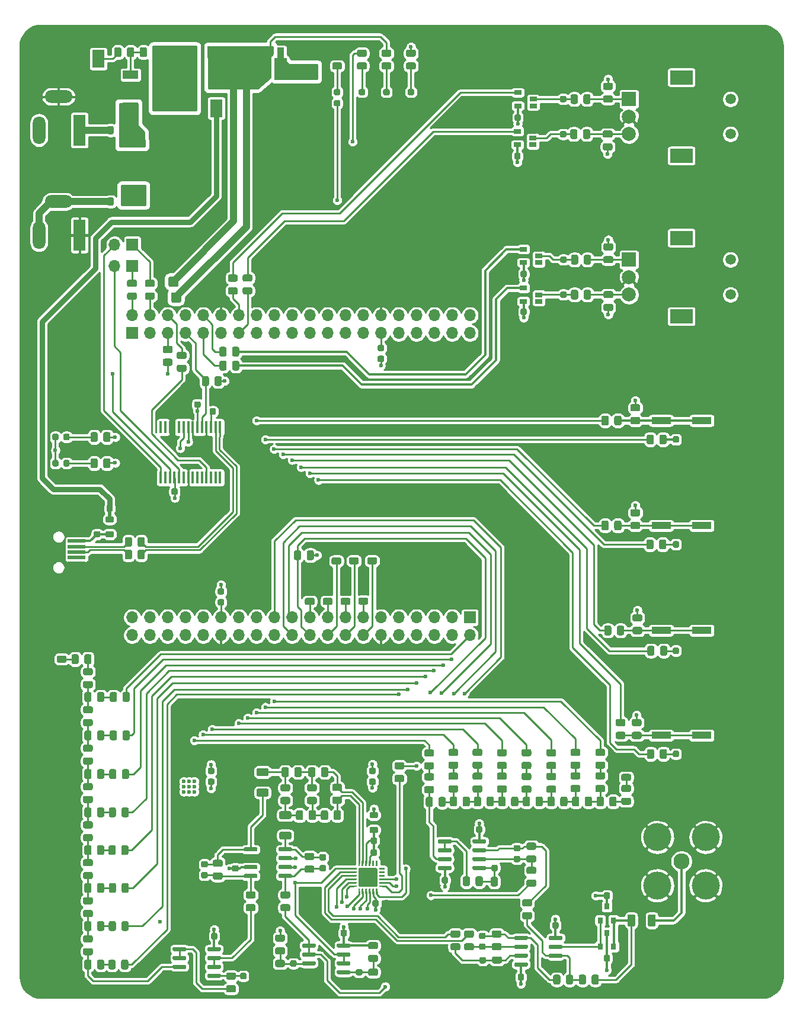
<source format=gtl>
%TF.GenerationSoftware,KiCad,Pcbnew,5.1.10-88a1d61d58~90~ubuntu20.04.1*%
%TF.CreationDate,2021-11-03T15:51:46-04:00*%
%TF.ProjectId,de0_nano_breakout,6465305f-6e61-46e6-9f5f-627265616b6f,rev?*%
%TF.SameCoordinates,Original*%
%TF.FileFunction,Copper,L1,Top*%
%TF.FilePolarity,Positive*%
%FSLAX46Y46*%
G04 Gerber Fmt 4.6, Leading zero omitted, Abs format (unit mm)*
G04 Created by KiCad (PCBNEW 5.1.10-88a1d61d58~90~ubuntu20.04.1) date 2021-11-03 15:51:46*
%MOMM*%
%LPD*%
G01*
G04 APERTURE LIST*
%TA.AperFunction,SMDPad,CuDef*%
%ADD10R,2.800000X1.000000*%
%TD*%
%TA.AperFunction,SMDPad,CuDef*%
%ADD11R,1.060000X0.650000*%
%TD*%
%TA.AperFunction,ComponentPad*%
%ADD12O,1.700000X1.700000*%
%TD*%
%TA.AperFunction,ComponentPad*%
%ADD13R,1.700000X1.700000*%
%TD*%
%TA.AperFunction,SMDPad,CuDef*%
%ADD14R,0.450000X1.750000*%
%TD*%
%TA.AperFunction,SMDPad,CuDef*%
%ADD15C,0.100000*%
%TD*%
%TA.AperFunction,SMDPad,CuDef*%
%ADD16R,0.900000X1.300000*%
%TD*%
%TA.AperFunction,SMDPad,CuDef*%
%ADD17R,6.400000X5.800000*%
%TD*%
%TA.AperFunction,SMDPad,CuDef*%
%ADD18R,2.200000X1.200000*%
%TD*%
%TA.AperFunction,ComponentPad*%
%ADD19R,2.000000X2.000000*%
%TD*%
%TA.AperFunction,ComponentPad*%
%ADD20C,2.000000*%
%TD*%
%TA.AperFunction,ComponentPad*%
%ADD21R,3.200000X2.000000*%
%TD*%
%TA.AperFunction,ComponentPad*%
%ADD22C,1.500000*%
%TD*%
%TA.AperFunction,SMDPad,CuDef*%
%ADD23R,0.800000X0.900000*%
%TD*%
%TA.AperFunction,ComponentPad*%
%ADD24C,4.000000*%
%TD*%
%TA.AperFunction,ComponentPad*%
%ADD25C,2.300000*%
%TD*%
%TA.AperFunction,ComponentPad*%
%ADD26R,1.800000X4.400000*%
%TD*%
%TA.AperFunction,ComponentPad*%
%ADD27O,1.800000X4.000000*%
%TD*%
%TA.AperFunction,ComponentPad*%
%ADD28O,4.000000X1.800000*%
%TD*%
%TA.AperFunction,SMDPad,CuDef*%
%ADD29R,2.500000X0.500000*%
%TD*%
%TA.AperFunction,SMDPad,CuDef*%
%ADD30R,2.500000X2.000000*%
%TD*%
%TA.AperFunction,ComponentPad*%
%ADD31C,5.400000*%
%TD*%
%TA.AperFunction,SMDPad,CuDef*%
%ADD32R,2.500000X1.800000*%
%TD*%
%TA.AperFunction,SMDPad,CuDef*%
%ADD33R,1.800000X2.500000*%
%TD*%
%TA.AperFunction,ViaPad*%
%ADD34C,0.600000*%
%TD*%
%TA.AperFunction,Conductor*%
%ADD35C,0.250000*%
%TD*%
%TA.AperFunction,Conductor*%
%ADD36C,0.350000*%
%TD*%
%TA.AperFunction,Conductor*%
%ADD37C,0.500000*%
%TD*%
%TA.AperFunction,Conductor*%
%ADD38C,0.750000*%
%TD*%
%TA.AperFunction,Conductor*%
%ADD39C,1.000000*%
%TD*%
%TA.AperFunction,Conductor*%
%ADD40C,0.254000*%
%TD*%
%TA.AperFunction,Conductor*%
%ADD41C,0.100000*%
%TD*%
G04 APERTURE END LIST*
%TO.P,C43,2*%
%TO.N,+5V*%
%TA.AperFunction,SMDPad,CuDef*%
G36*
G01*
X100600000Y-148175000D02*
X101100000Y-148175000D01*
G75*
G02*
X101325000Y-148400000I0J-225000D01*
G01*
X101325000Y-148850000D01*
G75*
G02*
X101100000Y-149075000I-225000J0D01*
G01*
X100600000Y-149075000D01*
G75*
G02*
X100375000Y-148850000I0J225000D01*
G01*
X100375000Y-148400000D01*
G75*
G02*
X100600000Y-148175000I225000J0D01*
G01*
G37*
%TD.AperFunction*%
%TO.P,C43,1*%
%TO.N,+3V3*%
%TA.AperFunction,SMDPad,CuDef*%
G36*
G01*
X100600000Y-146625000D02*
X101100000Y-146625000D01*
G75*
G02*
X101325000Y-146850000I0J-225000D01*
G01*
X101325000Y-147300000D01*
G75*
G02*
X101100000Y-147525000I-225000J0D01*
G01*
X100600000Y-147525000D01*
G75*
G02*
X100375000Y-147300000I0J225000D01*
G01*
X100375000Y-146850000D01*
G75*
G02*
X100600000Y-146625000I225000J0D01*
G01*
G37*
%TD.AperFunction*%
%TD*%
%TO.P,C42,2*%
%TO.N,+5V*%
%TA.AperFunction,SMDPad,CuDef*%
G36*
G01*
X77550000Y-148175000D02*
X78050000Y-148175000D01*
G75*
G02*
X78275000Y-148400000I0J-225000D01*
G01*
X78275000Y-148850000D01*
G75*
G02*
X78050000Y-149075000I-225000J0D01*
G01*
X77550000Y-149075000D01*
G75*
G02*
X77325000Y-148850000I0J225000D01*
G01*
X77325000Y-148400000D01*
G75*
G02*
X77550000Y-148175000I225000J0D01*
G01*
G37*
%TD.AperFunction*%
%TO.P,C42,1*%
%TO.N,+3V3*%
%TA.AperFunction,SMDPad,CuDef*%
G36*
G01*
X77550000Y-146625000D02*
X78050000Y-146625000D01*
G75*
G02*
X78275000Y-146850000I0J-225000D01*
G01*
X78275000Y-147300000D01*
G75*
G02*
X78050000Y-147525000I-225000J0D01*
G01*
X77550000Y-147525000D01*
G75*
G02*
X77325000Y-147300000I0J225000D01*
G01*
X77325000Y-146850000D01*
G75*
G02*
X77550000Y-146625000I225000J0D01*
G01*
G37*
%TD.AperFunction*%
%TD*%
D10*
%TO.P,SW5,2*%
%TO.N,Net-(R32-Pad2)*%
X147900000Y-142000000D03*
X142100000Y-142000000D03*
%TO.P,SW5,1*%
%TO.N,GND*%
X147900000Y-138000000D03*
X142100000Y-138000000D03*
%TD*%
%TO.P,SW4,2*%
%TO.N,Net-(R27-Pad2)*%
X147900000Y-127000000D03*
X142100000Y-127000000D03*
%TO.P,SW4,1*%
%TO.N,GND*%
X147900000Y-123000000D03*
X142100000Y-123000000D03*
%TD*%
%TO.P,SW3,2*%
%TO.N,Net-(R21-Pad2)*%
X147900000Y-112000000D03*
X142100000Y-112000000D03*
%TO.P,SW3,1*%
%TO.N,GND*%
X147900000Y-108000000D03*
X142100000Y-108000000D03*
%TD*%
%TO.P,SW1,2*%
%TO.N,Net-(R17-Pad2)*%
X147900000Y-97000000D03*
X142100000Y-97000000D03*
%TO.P,SW1,1*%
%TO.N,GND*%
X147900000Y-93000000D03*
X142100000Y-93000000D03*
%TD*%
%TO.P,C41,2*%
%TO.N,Net-(C41-Pad2)*%
%TA.AperFunction,SMDPad,CuDef*%
G36*
G01*
X118750000Y-160700000D02*
X118750000Y-161200000D01*
G75*
G02*
X118525000Y-161425000I-225000J0D01*
G01*
X118075000Y-161425000D01*
G75*
G02*
X117850000Y-161200000I0J225000D01*
G01*
X117850000Y-160700000D01*
G75*
G02*
X118075000Y-160475000I225000J0D01*
G01*
X118525000Y-160475000D01*
G75*
G02*
X118750000Y-160700000I0J-225000D01*
G01*
G37*
%TD.AperFunction*%
%TO.P,C41,1*%
%TO.N,GND*%
%TA.AperFunction,SMDPad,CuDef*%
G36*
G01*
X120300000Y-160700000D02*
X120300000Y-161200000D01*
G75*
G02*
X120075000Y-161425000I-225000J0D01*
G01*
X119625000Y-161425000D01*
G75*
G02*
X119400000Y-161200000I0J225000D01*
G01*
X119400000Y-160700000D01*
G75*
G02*
X119625000Y-160475000I225000J0D01*
G01*
X120075000Y-160475000D01*
G75*
G02*
X120300000Y-160700000I0J-225000D01*
G01*
G37*
%TD.AperFunction*%
%TD*%
%TO.P,C40,2*%
%TO.N,GND*%
%TA.AperFunction,SMDPad,CuDef*%
G36*
G01*
X116350000Y-175250000D02*
X116850000Y-175250000D01*
G75*
G02*
X117075000Y-175475000I0J-225000D01*
G01*
X117075000Y-175925000D01*
G75*
G02*
X116850000Y-176150000I-225000J0D01*
G01*
X116350000Y-176150000D01*
G75*
G02*
X116125000Y-175925000I0J225000D01*
G01*
X116125000Y-175475000D01*
G75*
G02*
X116350000Y-175250000I225000J0D01*
G01*
G37*
%TD.AperFunction*%
%TO.P,C40,1*%
%TO.N,Net-(C40-Pad1)*%
%TA.AperFunction,SMDPad,CuDef*%
G36*
G01*
X116350000Y-173700000D02*
X116850000Y-173700000D01*
G75*
G02*
X117075000Y-173925000I0J-225000D01*
G01*
X117075000Y-174375000D01*
G75*
G02*
X116850000Y-174600000I-225000J0D01*
G01*
X116350000Y-174600000D01*
G75*
G02*
X116125000Y-174375000I0J225000D01*
G01*
X116125000Y-173925000D01*
G75*
G02*
X116350000Y-173700000I225000J0D01*
G01*
G37*
%TD.AperFunction*%
%TD*%
%TO.P,C39,2*%
%TO.N,GND*%
%TA.AperFunction,SMDPad,CuDef*%
G36*
G01*
X135450000Y-174100000D02*
X135450000Y-173600000D01*
G75*
G02*
X135675000Y-173375000I225000J0D01*
G01*
X136125000Y-173375000D01*
G75*
G02*
X136350000Y-173600000I0J-225000D01*
G01*
X136350000Y-174100000D01*
G75*
G02*
X136125000Y-174325000I-225000J0D01*
G01*
X135675000Y-174325000D01*
G75*
G02*
X135450000Y-174100000I0J225000D01*
G01*
G37*
%TD.AperFunction*%
%TO.P,C39,1*%
%TO.N,-12V*%
%TA.AperFunction,SMDPad,CuDef*%
G36*
G01*
X133900000Y-174100000D02*
X133900000Y-173600000D01*
G75*
G02*
X134125000Y-173375000I225000J0D01*
G01*
X134575000Y-173375000D01*
G75*
G02*
X134800000Y-173600000I0J-225000D01*
G01*
X134800000Y-174100000D01*
G75*
G02*
X134575000Y-174325000I-225000J0D01*
G01*
X134125000Y-174325000D01*
G75*
G02*
X133900000Y-174100000I0J225000D01*
G01*
G37*
%TD.AperFunction*%
%TD*%
%TO.P,C38,2*%
%TO.N,GND*%
%TA.AperFunction,SMDPad,CuDef*%
G36*
G01*
X135450000Y-165150000D02*
X135450000Y-164650000D01*
G75*
G02*
X135675000Y-164425000I225000J0D01*
G01*
X136125000Y-164425000D01*
G75*
G02*
X136350000Y-164650000I0J-225000D01*
G01*
X136350000Y-165150000D01*
G75*
G02*
X136125000Y-165375000I-225000J0D01*
G01*
X135675000Y-165375000D01*
G75*
G02*
X135450000Y-165150000I0J225000D01*
G01*
G37*
%TD.AperFunction*%
%TO.P,C38,1*%
%TO.N,+12V*%
%TA.AperFunction,SMDPad,CuDef*%
G36*
G01*
X133900000Y-165150000D02*
X133900000Y-164650000D01*
G75*
G02*
X134125000Y-164425000I225000J0D01*
G01*
X134575000Y-164425000D01*
G75*
G02*
X134800000Y-164650000I0J-225000D01*
G01*
X134800000Y-165150000D01*
G75*
G02*
X134575000Y-165375000I-225000J0D01*
G01*
X134125000Y-165375000D01*
G75*
G02*
X133900000Y-165150000I0J225000D01*
G01*
G37*
%TD.AperFunction*%
%TD*%
%TO.P,U12,8*%
%TO.N,+12V*%
%TA.AperFunction,SMDPad,CuDef*%
G36*
G01*
X126050000Y-171095000D02*
X126050000Y-170795000D01*
G75*
G02*
X126200000Y-170645000I150000J0D01*
G01*
X127850000Y-170645000D01*
G75*
G02*
X128000000Y-170795000I0J-150000D01*
G01*
X128000000Y-171095000D01*
G75*
G02*
X127850000Y-171245000I-150000J0D01*
G01*
X126200000Y-171245000D01*
G75*
G02*
X126050000Y-171095000I0J150000D01*
G01*
G37*
%TD.AperFunction*%
%TO.P,U12,7*%
%TO.N,Net-(Q1-Pad1)*%
%TA.AperFunction,SMDPad,CuDef*%
G36*
G01*
X126050000Y-172365000D02*
X126050000Y-172065000D01*
G75*
G02*
X126200000Y-171915000I150000J0D01*
G01*
X127850000Y-171915000D01*
G75*
G02*
X128000000Y-172065000I0J-150000D01*
G01*
X128000000Y-172365000D01*
G75*
G02*
X127850000Y-172515000I-150000J0D01*
G01*
X126200000Y-172515000D01*
G75*
G02*
X126050000Y-172365000I0J150000D01*
G01*
G37*
%TD.AperFunction*%
%TO.P,U12,6*%
%TO.N,Net-(R105-Pad1)*%
%TA.AperFunction,SMDPad,CuDef*%
G36*
G01*
X126050000Y-173635000D02*
X126050000Y-173335000D01*
G75*
G02*
X126200000Y-173185000I150000J0D01*
G01*
X127850000Y-173185000D01*
G75*
G02*
X128000000Y-173335000I0J-150000D01*
G01*
X128000000Y-173635000D01*
G75*
G02*
X127850000Y-173785000I-150000J0D01*
G01*
X126200000Y-173785000D01*
G75*
G02*
X126050000Y-173635000I0J150000D01*
G01*
G37*
%TD.AperFunction*%
%TO.P,U12,5*%
%TO.N,GND*%
%TA.AperFunction,SMDPad,CuDef*%
G36*
G01*
X126050000Y-174905000D02*
X126050000Y-174605000D01*
G75*
G02*
X126200000Y-174455000I150000J0D01*
G01*
X127850000Y-174455000D01*
G75*
G02*
X128000000Y-174605000I0J-150000D01*
G01*
X128000000Y-174905000D01*
G75*
G02*
X127850000Y-175055000I-150000J0D01*
G01*
X126200000Y-175055000D01*
G75*
G02*
X126050000Y-174905000I0J150000D01*
G01*
G37*
%TD.AperFunction*%
%TO.P,U12,4*%
%TO.N,-12V*%
%TA.AperFunction,SMDPad,CuDef*%
G36*
G01*
X121100000Y-174905000D02*
X121100000Y-174605000D01*
G75*
G02*
X121250000Y-174455000I150000J0D01*
G01*
X122900000Y-174455000D01*
G75*
G02*
X123050000Y-174605000I0J-150000D01*
G01*
X123050000Y-174905000D01*
G75*
G02*
X122900000Y-175055000I-150000J0D01*
G01*
X121250000Y-175055000D01*
G75*
G02*
X121100000Y-174905000I0J150000D01*
G01*
G37*
%TD.AperFunction*%
%TO.P,U12,3*%
%TO.N,Net-(C40-Pad1)*%
%TA.AperFunction,SMDPad,CuDef*%
G36*
G01*
X121100000Y-173635000D02*
X121100000Y-173335000D01*
G75*
G02*
X121250000Y-173185000I150000J0D01*
G01*
X122900000Y-173185000D01*
G75*
G02*
X123050000Y-173335000I0J-150000D01*
G01*
X123050000Y-173635000D01*
G75*
G02*
X122900000Y-173785000I-150000J0D01*
G01*
X121250000Y-173785000D01*
G75*
G02*
X121100000Y-173635000I0J150000D01*
G01*
G37*
%TD.AperFunction*%
%TO.P,U12,2*%
%TO.N,Net-(C24-Pad1)*%
%TA.AperFunction,SMDPad,CuDef*%
G36*
G01*
X121100000Y-172365000D02*
X121100000Y-172065000D01*
G75*
G02*
X121250000Y-171915000I150000J0D01*
G01*
X122900000Y-171915000D01*
G75*
G02*
X123050000Y-172065000I0J-150000D01*
G01*
X123050000Y-172365000D01*
G75*
G02*
X122900000Y-172515000I-150000J0D01*
G01*
X121250000Y-172515000D01*
G75*
G02*
X121100000Y-172365000I0J150000D01*
G01*
G37*
%TD.AperFunction*%
%TO.P,U12,1*%
%TO.N,Net-(C24-Pad2)*%
%TA.AperFunction,SMDPad,CuDef*%
G36*
G01*
X121100000Y-171095000D02*
X121100000Y-170795000D01*
G75*
G02*
X121250000Y-170645000I150000J0D01*
G01*
X122900000Y-170645000D01*
G75*
G02*
X123050000Y-170795000I0J-150000D01*
G01*
X123050000Y-171095000D01*
G75*
G02*
X122900000Y-171245000I-150000J0D01*
G01*
X121250000Y-171245000D01*
G75*
G02*
X121100000Y-171095000I0J150000D01*
G01*
G37*
%TD.AperFunction*%
%TD*%
%TO.P,C37,2*%
%TO.N,Net-(C37-Pad2)*%
%TA.AperFunction,SMDPad,CuDef*%
G36*
G01*
X78950000Y-122525000D02*
X79450000Y-122525000D01*
G75*
G02*
X79675000Y-122750000I0J-225000D01*
G01*
X79675000Y-123200000D01*
G75*
G02*
X79450000Y-123425000I-225000J0D01*
G01*
X78950000Y-123425000D01*
G75*
G02*
X78725000Y-123200000I0J225000D01*
G01*
X78725000Y-122750000D01*
G75*
G02*
X78950000Y-122525000I225000J0D01*
G01*
G37*
%TD.AperFunction*%
%TO.P,C37,1*%
%TO.N,+3V3*%
%TA.AperFunction,SMDPad,CuDef*%
G36*
G01*
X78950000Y-120975000D02*
X79450000Y-120975000D01*
G75*
G02*
X79675000Y-121200000I0J-225000D01*
G01*
X79675000Y-121650000D01*
G75*
G02*
X79450000Y-121875000I-225000J0D01*
G01*
X78950000Y-121875000D01*
G75*
G02*
X78725000Y-121650000I0J225000D01*
G01*
X78725000Y-121200000D01*
G75*
G02*
X78950000Y-120975000I225000J0D01*
G01*
G37*
%TD.AperFunction*%
%TD*%
%TO.P,C36,2*%
%TO.N,Net-(C36-Pad2)*%
%TA.AperFunction,SMDPad,CuDef*%
G36*
G01*
X102300000Y-87075000D02*
X101800000Y-87075000D01*
G75*
G02*
X101575000Y-86850000I0J225000D01*
G01*
X101575000Y-86400000D01*
G75*
G02*
X101800000Y-86175000I225000J0D01*
G01*
X102300000Y-86175000D01*
G75*
G02*
X102525000Y-86400000I0J-225000D01*
G01*
X102525000Y-86850000D01*
G75*
G02*
X102300000Y-87075000I-225000J0D01*
G01*
G37*
%TD.AperFunction*%
%TO.P,C36,1*%
%TO.N,+3V3*%
%TA.AperFunction,SMDPad,CuDef*%
G36*
G01*
X102300000Y-88625000D02*
X101800000Y-88625000D01*
G75*
G02*
X101575000Y-88400000I0J225000D01*
G01*
X101575000Y-87950000D01*
G75*
G02*
X101800000Y-87725000I225000J0D01*
G01*
X102300000Y-87725000D01*
G75*
G02*
X102525000Y-87950000I0J-225000D01*
G01*
X102525000Y-88400000D01*
G75*
G02*
X102300000Y-88625000I-225000J0D01*
G01*
G37*
%TD.AperFunction*%
%TD*%
%TO.P,U14,8*%
%TO.N,Net-(C33-Pad1)*%
%TA.AperFunction,SMDPad,CuDef*%
G36*
G01*
X84425000Y-161950000D02*
X84425000Y-162250000D01*
G75*
G02*
X84275000Y-162400000I-150000J0D01*
G01*
X82625000Y-162400000D01*
G75*
G02*
X82475000Y-162250000I0J150000D01*
G01*
X82475000Y-161950000D01*
G75*
G02*
X82625000Y-161800000I150000J0D01*
G01*
X84275000Y-161800000D01*
G75*
G02*
X84425000Y-161950000I0J-150000D01*
G01*
G37*
%TD.AperFunction*%
%TO.P,U14,7*%
%TO.N,+5V*%
%TA.AperFunction,SMDPad,CuDef*%
G36*
G01*
X84425000Y-160680000D02*
X84425000Y-160980000D01*
G75*
G02*
X84275000Y-161130000I-150000J0D01*
G01*
X82625000Y-161130000D01*
G75*
G02*
X82475000Y-160980000I0J150000D01*
G01*
X82475000Y-160680000D01*
G75*
G02*
X82625000Y-160530000I150000J0D01*
G01*
X84275000Y-160530000D01*
G75*
G02*
X84425000Y-160680000I0J-150000D01*
G01*
G37*
%TD.AperFunction*%
%TO.P,U14,6*%
%TO.N,GND*%
%TA.AperFunction,SMDPad,CuDef*%
G36*
G01*
X84425000Y-159410000D02*
X84425000Y-159710000D01*
G75*
G02*
X84275000Y-159860000I-150000J0D01*
G01*
X82625000Y-159860000D01*
G75*
G02*
X82475000Y-159710000I0J150000D01*
G01*
X82475000Y-159410000D01*
G75*
G02*
X82625000Y-159260000I150000J0D01*
G01*
X84275000Y-159260000D01*
G75*
G02*
X84425000Y-159410000I0J-150000D01*
G01*
G37*
%TD.AperFunction*%
%TO.P,U14,5*%
%TO.N,Net-(C33-Pad2)*%
%TA.AperFunction,SMDPad,CuDef*%
G36*
G01*
X84425000Y-158140000D02*
X84425000Y-158440000D01*
G75*
G02*
X84275000Y-158590000I-150000J0D01*
G01*
X82625000Y-158590000D01*
G75*
G02*
X82475000Y-158440000I0J150000D01*
G01*
X82475000Y-158140000D01*
G75*
G02*
X82625000Y-157990000I150000J0D01*
G01*
X84275000Y-157990000D01*
G75*
G02*
X84425000Y-158140000I0J-150000D01*
G01*
G37*
%TD.AperFunction*%
%TO.P,U14,4*%
%TO.N,Net-(C32-Pad2)*%
%TA.AperFunction,SMDPad,CuDef*%
G36*
G01*
X89375000Y-158140000D02*
X89375000Y-158440000D01*
G75*
G02*
X89225000Y-158590000I-150000J0D01*
G01*
X87575000Y-158590000D01*
G75*
G02*
X87425000Y-158440000I0J150000D01*
G01*
X87425000Y-158140000D01*
G75*
G02*
X87575000Y-157990000I150000J0D01*
G01*
X89225000Y-157990000D01*
G75*
G02*
X89375000Y-158140000I0J-150000D01*
G01*
G37*
%TD.AperFunction*%
%TO.P,U14,3*%
%TO.N,+5V*%
%TA.AperFunction,SMDPad,CuDef*%
G36*
G01*
X89375000Y-159410000D02*
X89375000Y-159710000D01*
G75*
G02*
X89225000Y-159860000I-150000J0D01*
G01*
X87575000Y-159860000D01*
G75*
G02*
X87425000Y-159710000I0J150000D01*
G01*
X87425000Y-159410000D01*
G75*
G02*
X87575000Y-159260000I150000J0D01*
G01*
X89225000Y-159260000D01*
G75*
G02*
X89375000Y-159410000I0J-150000D01*
G01*
G37*
%TD.AperFunction*%
%TO.P,U14,2*%
%TO.N,/Analog/2V5_CM*%
%TA.AperFunction,SMDPad,CuDef*%
G36*
G01*
X89375000Y-160680000D02*
X89375000Y-160980000D01*
G75*
G02*
X89225000Y-161130000I-150000J0D01*
G01*
X87575000Y-161130000D01*
G75*
G02*
X87425000Y-160980000I0J150000D01*
G01*
X87425000Y-160680000D01*
G75*
G02*
X87575000Y-160530000I150000J0D01*
G01*
X89225000Y-160530000D01*
G75*
G02*
X89375000Y-160680000I0J-150000D01*
G01*
G37*
%TD.AperFunction*%
%TO.P,U14,1*%
%TO.N,Net-(C32-Pad1)*%
%TA.AperFunction,SMDPad,CuDef*%
G36*
G01*
X89375000Y-161950000D02*
X89375000Y-162250000D01*
G75*
G02*
X89225000Y-162400000I-150000J0D01*
G01*
X87575000Y-162400000D01*
G75*
G02*
X87425000Y-162250000I0J150000D01*
G01*
X87425000Y-161950000D01*
G75*
G02*
X87575000Y-161800000I150000J0D01*
G01*
X89225000Y-161800000D01*
G75*
G02*
X89375000Y-161950000I0J-150000D01*
G01*
G37*
%TD.AperFunction*%
%TD*%
%TO.P,U13,8*%
%TO.N,+12V*%
%TA.AperFunction,SMDPad,CuDef*%
G36*
G01*
X115150000Y-157295000D02*
X115150000Y-156995000D01*
G75*
G02*
X115300000Y-156845000I150000J0D01*
G01*
X116950000Y-156845000D01*
G75*
G02*
X117100000Y-156995000I0J-150000D01*
G01*
X117100000Y-157295000D01*
G75*
G02*
X116950000Y-157445000I-150000J0D01*
G01*
X115300000Y-157445000D01*
G75*
G02*
X115150000Y-157295000I0J150000D01*
G01*
G37*
%TD.AperFunction*%
%TO.P,U13,7*%
%TO.N,/Analog/V_OFFSET*%
%TA.AperFunction,SMDPad,CuDef*%
G36*
G01*
X115150000Y-158565000D02*
X115150000Y-158265000D01*
G75*
G02*
X115300000Y-158115000I150000J0D01*
G01*
X116950000Y-158115000D01*
G75*
G02*
X117100000Y-158265000I0J-150000D01*
G01*
X117100000Y-158565000D01*
G75*
G02*
X116950000Y-158715000I-150000J0D01*
G01*
X115300000Y-158715000D01*
G75*
G02*
X115150000Y-158565000I0J150000D01*
G01*
G37*
%TD.AperFunction*%
%TO.P,U13,6*%
%TO.N,Net-(C35-Pad1)*%
%TA.AperFunction,SMDPad,CuDef*%
G36*
G01*
X115150000Y-159835000D02*
X115150000Y-159535000D01*
G75*
G02*
X115300000Y-159385000I150000J0D01*
G01*
X116950000Y-159385000D01*
G75*
G02*
X117100000Y-159535000I0J-150000D01*
G01*
X117100000Y-159835000D01*
G75*
G02*
X116950000Y-159985000I-150000J0D01*
G01*
X115300000Y-159985000D01*
G75*
G02*
X115150000Y-159835000I0J150000D01*
G01*
G37*
%TD.AperFunction*%
%TO.P,U13,5*%
%TO.N,Net-(C41-Pad2)*%
%TA.AperFunction,SMDPad,CuDef*%
G36*
G01*
X115150000Y-161105000D02*
X115150000Y-160805000D01*
G75*
G02*
X115300000Y-160655000I150000J0D01*
G01*
X116950000Y-160655000D01*
G75*
G02*
X117100000Y-160805000I0J-150000D01*
G01*
X117100000Y-161105000D01*
G75*
G02*
X116950000Y-161255000I-150000J0D01*
G01*
X115300000Y-161255000D01*
G75*
G02*
X115150000Y-161105000I0J150000D01*
G01*
G37*
%TD.AperFunction*%
%TO.P,U13,4*%
%TO.N,-12V*%
%TA.AperFunction,SMDPad,CuDef*%
G36*
G01*
X110200000Y-161105000D02*
X110200000Y-160805000D01*
G75*
G02*
X110350000Y-160655000I150000J0D01*
G01*
X112000000Y-160655000D01*
G75*
G02*
X112150000Y-160805000I0J-150000D01*
G01*
X112150000Y-161105000D01*
G75*
G02*
X112000000Y-161255000I-150000J0D01*
G01*
X110350000Y-161255000D01*
G75*
G02*
X110200000Y-161105000I0J150000D01*
G01*
G37*
%TD.AperFunction*%
%TO.P,U13,3*%
%TO.N,Net-(R109-Pad2)*%
%TA.AperFunction,SMDPad,CuDef*%
G36*
G01*
X110200000Y-159835000D02*
X110200000Y-159535000D01*
G75*
G02*
X110350000Y-159385000I150000J0D01*
G01*
X112000000Y-159385000D01*
G75*
G02*
X112150000Y-159535000I0J-150000D01*
G01*
X112150000Y-159835000D01*
G75*
G02*
X112000000Y-159985000I-150000J0D01*
G01*
X110350000Y-159985000D01*
G75*
G02*
X110200000Y-159835000I0J150000D01*
G01*
G37*
%TD.AperFunction*%
%TO.P,U13,2*%
%TO.N,Net-(R118-Pad1)*%
%TA.AperFunction,SMDPad,CuDef*%
G36*
G01*
X110200000Y-158565000D02*
X110200000Y-158265000D01*
G75*
G02*
X110350000Y-158115000I150000J0D01*
G01*
X112000000Y-158115000D01*
G75*
G02*
X112150000Y-158265000I0J-150000D01*
G01*
X112150000Y-158565000D01*
G75*
G02*
X112000000Y-158715000I-150000J0D01*
G01*
X110350000Y-158715000D01*
G75*
G02*
X110200000Y-158565000I0J150000D01*
G01*
G37*
%TD.AperFunction*%
%TO.P,U13,1*%
%TA.AperFunction,SMDPad,CuDef*%
G36*
G01*
X110200000Y-157295000D02*
X110200000Y-156995000D01*
G75*
G02*
X110350000Y-156845000I150000J0D01*
G01*
X112000000Y-156845000D01*
G75*
G02*
X112150000Y-156995000I0J-150000D01*
G01*
X112150000Y-157295000D01*
G75*
G02*
X112000000Y-157445000I-150000J0D01*
G01*
X110350000Y-157445000D01*
G75*
G02*
X110200000Y-157295000I0J150000D01*
G01*
G37*
%TD.AperFunction*%
%TD*%
%TO.P,U10,8*%
%TO.N,+5V*%
%TA.AperFunction,SMDPad,CuDef*%
G36*
G01*
X95750000Y-172195000D02*
X95750000Y-171895000D01*
G75*
G02*
X95900000Y-171745000I150000J0D01*
G01*
X97550000Y-171745000D01*
G75*
G02*
X97700000Y-171895000I0J-150000D01*
G01*
X97700000Y-172195000D01*
G75*
G02*
X97550000Y-172345000I-150000J0D01*
G01*
X95900000Y-172345000D01*
G75*
G02*
X95750000Y-172195000I0J150000D01*
G01*
G37*
%TD.AperFunction*%
%TO.P,U10,7*%
%TO.N,/Analog/2V5_CM*%
%TA.AperFunction,SMDPad,CuDef*%
G36*
G01*
X95750000Y-173465000D02*
X95750000Y-173165000D01*
G75*
G02*
X95900000Y-173015000I150000J0D01*
G01*
X97550000Y-173015000D01*
G75*
G02*
X97700000Y-173165000I0J-150000D01*
G01*
X97700000Y-173465000D01*
G75*
G02*
X97550000Y-173615000I-150000J0D01*
G01*
X95900000Y-173615000D01*
G75*
G02*
X95750000Y-173465000I0J150000D01*
G01*
G37*
%TD.AperFunction*%
%TO.P,U10,6*%
%TA.AperFunction,SMDPad,CuDef*%
G36*
G01*
X95750000Y-174735000D02*
X95750000Y-174435000D01*
G75*
G02*
X95900000Y-174285000I150000J0D01*
G01*
X97550000Y-174285000D01*
G75*
G02*
X97700000Y-174435000I0J-150000D01*
G01*
X97700000Y-174735000D01*
G75*
G02*
X97550000Y-174885000I-150000J0D01*
G01*
X95900000Y-174885000D01*
G75*
G02*
X95750000Y-174735000I0J150000D01*
G01*
G37*
%TD.AperFunction*%
%TO.P,U10,5*%
%TO.N,Net-(C26-Pad1)*%
%TA.AperFunction,SMDPad,CuDef*%
G36*
G01*
X95750000Y-176005000D02*
X95750000Y-175705000D01*
G75*
G02*
X95900000Y-175555000I150000J0D01*
G01*
X97550000Y-175555000D01*
G75*
G02*
X97700000Y-175705000I0J-150000D01*
G01*
X97700000Y-176005000D01*
G75*
G02*
X97550000Y-176155000I-150000J0D01*
G01*
X95900000Y-176155000D01*
G75*
G02*
X95750000Y-176005000I0J150000D01*
G01*
G37*
%TD.AperFunction*%
%TO.P,U10,4*%
%TO.N,GND*%
%TA.AperFunction,SMDPad,CuDef*%
G36*
G01*
X90800000Y-176005000D02*
X90800000Y-175705000D01*
G75*
G02*
X90950000Y-175555000I150000J0D01*
G01*
X92600000Y-175555000D01*
G75*
G02*
X92750000Y-175705000I0J-150000D01*
G01*
X92750000Y-176005000D01*
G75*
G02*
X92600000Y-176155000I-150000J0D01*
G01*
X90950000Y-176155000D01*
G75*
G02*
X90800000Y-176005000I0J150000D01*
G01*
G37*
%TD.AperFunction*%
%TO.P,U10,3*%
%TO.N,Net-(C28-Pad1)*%
%TA.AperFunction,SMDPad,CuDef*%
G36*
G01*
X90800000Y-174735000D02*
X90800000Y-174435000D01*
G75*
G02*
X90950000Y-174285000I150000J0D01*
G01*
X92600000Y-174285000D01*
G75*
G02*
X92750000Y-174435000I0J-150000D01*
G01*
X92750000Y-174735000D01*
G75*
G02*
X92600000Y-174885000I-150000J0D01*
G01*
X90950000Y-174885000D01*
G75*
G02*
X90800000Y-174735000I0J150000D01*
G01*
G37*
%TD.AperFunction*%
%TO.P,U10,2*%
%TO.N,/Analog/1V65_CM*%
%TA.AperFunction,SMDPad,CuDef*%
G36*
G01*
X90800000Y-173465000D02*
X90800000Y-173165000D01*
G75*
G02*
X90950000Y-173015000I150000J0D01*
G01*
X92600000Y-173015000D01*
G75*
G02*
X92750000Y-173165000I0J-150000D01*
G01*
X92750000Y-173465000D01*
G75*
G02*
X92600000Y-173615000I-150000J0D01*
G01*
X90950000Y-173615000D01*
G75*
G02*
X90800000Y-173465000I0J150000D01*
G01*
G37*
%TD.AperFunction*%
%TO.P,U10,1*%
%TA.AperFunction,SMDPad,CuDef*%
G36*
G01*
X90800000Y-172195000D02*
X90800000Y-171895000D01*
G75*
G02*
X90950000Y-171745000I150000J0D01*
G01*
X92600000Y-171745000D01*
G75*
G02*
X92750000Y-171895000I0J-150000D01*
G01*
X92750000Y-172195000D01*
G75*
G02*
X92600000Y-172345000I-150000J0D01*
G01*
X90950000Y-172345000D01*
G75*
G02*
X90800000Y-172195000I0J150000D01*
G01*
G37*
%TD.AperFunction*%
%TD*%
%TO.P,U11,8*%
%TO.N,+5V*%
%TA.AperFunction,SMDPad,CuDef*%
G36*
G01*
X77250000Y-172695000D02*
X77250000Y-172395000D01*
G75*
G02*
X77400000Y-172245000I150000J0D01*
G01*
X79050000Y-172245000D01*
G75*
G02*
X79200000Y-172395000I0J-150000D01*
G01*
X79200000Y-172695000D01*
G75*
G02*
X79050000Y-172845000I-150000J0D01*
G01*
X77400000Y-172845000D01*
G75*
G02*
X77250000Y-172695000I0J150000D01*
G01*
G37*
%TD.AperFunction*%
%TO.P,U11,7*%
%TO.N,Net-(R112-Pad1)*%
%TA.AperFunction,SMDPad,CuDef*%
G36*
G01*
X77250000Y-173965000D02*
X77250000Y-173665000D01*
G75*
G02*
X77400000Y-173515000I150000J0D01*
G01*
X79050000Y-173515000D01*
G75*
G02*
X79200000Y-173665000I0J-150000D01*
G01*
X79200000Y-173965000D01*
G75*
G02*
X79050000Y-174115000I-150000J0D01*
G01*
X77400000Y-174115000D01*
G75*
G02*
X77250000Y-173965000I0J150000D01*
G01*
G37*
%TD.AperFunction*%
%TO.P,U11,6*%
%TA.AperFunction,SMDPad,CuDef*%
G36*
G01*
X77250000Y-175235000D02*
X77250000Y-174935000D01*
G75*
G02*
X77400000Y-174785000I150000J0D01*
G01*
X79050000Y-174785000D01*
G75*
G02*
X79200000Y-174935000I0J-150000D01*
G01*
X79200000Y-175235000D01*
G75*
G02*
X79050000Y-175385000I-150000J0D01*
G01*
X77400000Y-175385000D01*
G75*
G02*
X77250000Y-175235000I0J150000D01*
G01*
G37*
%TD.AperFunction*%
%TO.P,U11,5*%
%TO.N,Net-(C27-Pad1)*%
%TA.AperFunction,SMDPad,CuDef*%
G36*
G01*
X77250000Y-176505000D02*
X77250000Y-176205000D01*
G75*
G02*
X77400000Y-176055000I150000J0D01*
G01*
X79050000Y-176055000D01*
G75*
G02*
X79200000Y-176205000I0J-150000D01*
G01*
X79200000Y-176505000D01*
G75*
G02*
X79050000Y-176655000I-150000J0D01*
G01*
X77400000Y-176655000D01*
G75*
G02*
X77250000Y-176505000I0J150000D01*
G01*
G37*
%TD.AperFunction*%
%TO.P,U11,4*%
%TO.N,GND*%
%TA.AperFunction,SMDPad,CuDef*%
G36*
G01*
X72300000Y-176505000D02*
X72300000Y-176205000D01*
G75*
G02*
X72450000Y-176055000I150000J0D01*
G01*
X74100000Y-176055000D01*
G75*
G02*
X74250000Y-176205000I0J-150000D01*
G01*
X74250000Y-176505000D01*
G75*
G02*
X74100000Y-176655000I-150000J0D01*
G01*
X72450000Y-176655000D01*
G75*
G02*
X72300000Y-176505000I0J150000D01*
G01*
G37*
%TD.AperFunction*%
%TO.P,U11,3*%
%TO.N,Net-(R83-Pad2)*%
%TA.AperFunction,SMDPad,CuDef*%
G36*
G01*
X72300000Y-175235000D02*
X72300000Y-174935000D01*
G75*
G02*
X72450000Y-174785000I150000J0D01*
G01*
X74100000Y-174785000D01*
G75*
G02*
X74250000Y-174935000I0J-150000D01*
G01*
X74250000Y-175235000D01*
G75*
G02*
X74100000Y-175385000I-150000J0D01*
G01*
X72450000Y-175385000D01*
G75*
G02*
X72300000Y-175235000I0J150000D01*
G01*
G37*
%TD.AperFunction*%
%TO.P,U11,2*%
%TO.N,Net-(R99-Pad2)*%
%TA.AperFunction,SMDPad,CuDef*%
G36*
G01*
X72300000Y-173965000D02*
X72300000Y-173665000D01*
G75*
G02*
X72450000Y-173515000I150000J0D01*
G01*
X74100000Y-173515000D01*
G75*
G02*
X74250000Y-173665000I0J-150000D01*
G01*
X74250000Y-173965000D01*
G75*
G02*
X74100000Y-174115000I-150000J0D01*
G01*
X72450000Y-174115000D01*
G75*
G02*
X72300000Y-173965000I0J150000D01*
G01*
G37*
%TD.AperFunction*%
%TO.P,U11,1*%
%TA.AperFunction,SMDPad,CuDef*%
G36*
G01*
X72300000Y-172695000D02*
X72300000Y-172395000D01*
G75*
G02*
X72450000Y-172245000I150000J0D01*
G01*
X74100000Y-172245000D01*
G75*
G02*
X74250000Y-172395000I0J-150000D01*
G01*
X74250000Y-172695000D01*
G75*
G02*
X74100000Y-172845000I-150000J0D01*
G01*
X72450000Y-172845000D01*
G75*
G02*
X72300000Y-172695000I0J150000D01*
G01*
G37*
%TD.AperFunction*%
%TD*%
%TO.P,U9,24*%
%TO.N,/Analog/DAC_ATTN_P*%
%TA.AperFunction,SMDPad,CuDef*%
G36*
G01*
X98825000Y-160637500D02*
X98825000Y-159937500D01*
G75*
G02*
X98887500Y-159875000I62500J0D01*
G01*
X99012500Y-159875000D01*
G75*
G02*
X99075000Y-159937500I0J-62500D01*
G01*
X99075000Y-160637500D01*
G75*
G02*
X99012500Y-160700000I-62500J0D01*
G01*
X98887500Y-160700000D01*
G75*
G02*
X98825000Y-160637500I0J62500D01*
G01*
G37*
%TD.AperFunction*%
%TO.P,U9,23*%
%TO.N,/Analog/DAC_ATTN_N*%
%TA.AperFunction,SMDPad,CuDef*%
G36*
G01*
X99325000Y-160637500D02*
X99325000Y-159937500D01*
G75*
G02*
X99387500Y-159875000I62500J0D01*
G01*
X99512500Y-159875000D01*
G75*
G02*
X99575000Y-159937500I0J-62500D01*
G01*
X99575000Y-160637500D01*
G75*
G02*
X99512500Y-160700000I-62500J0D01*
G01*
X99387500Y-160700000D01*
G75*
G02*
X99325000Y-160637500I0J62500D01*
G01*
G37*
%TD.AperFunction*%
%TO.P,U9,22*%
%TO.N,+5VA*%
%TA.AperFunction,SMDPad,CuDef*%
G36*
G01*
X99825000Y-160637500D02*
X99825000Y-159937500D01*
G75*
G02*
X99887500Y-159875000I62500J0D01*
G01*
X100012500Y-159875000D01*
G75*
G02*
X100075000Y-159937500I0J-62500D01*
G01*
X100075000Y-160637500D01*
G75*
G02*
X100012500Y-160700000I-62500J0D01*
G01*
X99887500Y-160700000D01*
G75*
G02*
X99825000Y-160637500I0J62500D01*
G01*
G37*
%TD.AperFunction*%
%TO.P,U9,21*%
%TA.AperFunction,SMDPad,CuDef*%
G36*
G01*
X100325000Y-160637500D02*
X100325000Y-159937500D01*
G75*
G02*
X100387500Y-159875000I62500J0D01*
G01*
X100512500Y-159875000D01*
G75*
G02*
X100575000Y-159937500I0J-62500D01*
G01*
X100575000Y-160637500D01*
G75*
G02*
X100512500Y-160700000I-62500J0D01*
G01*
X100387500Y-160700000D01*
G75*
G02*
X100325000Y-160637500I0J62500D01*
G01*
G37*
%TD.AperFunction*%
%TO.P,U9,20*%
%TO.N,Net-(U9-Pad20)*%
%TA.AperFunction,SMDPad,CuDef*%
G36*
G01*
X100825000Y-160637500D02*
X100825000Y-159937500D01*
G75*
G02*
X100887500Y-159875000I62500J0D01*
G01*
X101012500Y-159875000D01*
G75*
G02*
X101075000Y-159937500I0J-62500D01*
G01*
X101075000Y-160637500D01*
G75*
G02*
X101012500Y-160700000I-62500J0D01*
G01*
X100887500Y-160700000D01*
G75*
G02*
X100825000Y-160637500I0J62500D01*
G01*
G37*
%TD.AperFunction*%
%TO.P,U9,19*%
%TO.N,Net-(U9-Pad19)*%
%TA.AperFunction,SMDPad,CuDef*%
G36*
G01*
X101325000Y-160637500D02*
X101325000Y-159937500D01*
G75*
G02*
X101387500Y-159875000I62500J0D01*
G01*
X101512500Y-159875000D01*
G75*
G02*
X101575000Y-159937500I0J-62500D01*
G01*
X101575000Y-160637500D01*
G75*
G02*
X101512500Y-160700000I-62500J0D01*
G01*
X101387500Y-160700000D01*
G75*
G02*
X101325000Y-160637500I0J62500D01*
G01*
G37*
%TD.AperFunction*%
%TO.P,U9,18*%
%TO.N,Net-(U9-Pad18)*%
%TA.AperFunction,SMDPad,CuDef*%
G36*
G01*
X101800000Y-161112500D02*
X101800000Y-160987500D01*
G75*
G02*
X101862500Y-160925000I62500J0D01*
G01*
X102562500Y-160925000D01*
G75*
G02*
X102625000Y-160987500I0J-62500D01*
G01*
X102625000Y-161112500D01*
G75*
G02*
X102562500Y-161175000I-62500J0D01*
G01*
X101862500Y-161175000D01*
G75*
G02*
X101800000Y-161112500I0J62500D01*
G01*
G37*
%TD.AperFunction*%
%TO.P,U9,17*%
%TO.N,Net-(U9-Pad17)*%
%TA.AperFunction,SMDPad,CuDef*%
G36*
G01*
X101800000Y-161612500D02*
X101800000Y-161487500D01*
G75*
G02*
X101862500Y-161425000I62500J0D01*
G01*
X102562500Y-161425000D01*
G75*
G02*
X102625000Y-161487500I0J-62500D01*
G01*
X102625000Y-161612500D01*
G75*
G02*
X102562500Y-161675000I-62500J0D01*
G01*
X101862500Y-161675000D01*
G75*
G02*
X101800000Y-161612500I0J62500D01*
G01*
G37*
%TD.AperFunction*%
%TO.P,U9,16*%
%TO.N,Net-(U9-Pad16)*%
%TA.AperFunction,SMDPad,CuDef*%
G36*
G01*
X101800000Y-162112500D02*
X101800000Y-161987500D01*
G75*
G02*
X101862500Y-161925000I62500J0D01*
G01*
X102562500Y-161925000D01*
G75*
G02*
X102625000Y-161987500I0J-62500D01*
G01*
X102625000Y-162112500D01*
G75*
G02*
X102562500Y-162175000I-62500J0D01*
G01*
X101862500Y-162175000D01*
G75*
G02*
X101800000Y-162112500I0J62500D01*
G01*
G37*
%TD.AperFunction*%
%TO.P,U9,15*%
%TO.N,VGA_SEN*%
%TA.AperFunction,SMDPad,CuDef*%
G36*
G01*
X101800000Y-162612500D02*
X101800000Y-162487500D01*
G75*
G02*
X101862500Y-162425000I62500J0D01*
G01*
X102562500Y-162425000D01*
G75*
G02*
X102625000Y-162487500I0J-62500D01*
G01*
X102625000Y-162612500D01*
G75*
G02*
X102562500Y-162675000I-62500J0D01*
G01*
X101862500Y-162675000D01*
G75*
G02*
X101800000Y-162612500I0J62500D01*
G01*
G37*
%TD.AperFunction*%
%TO.P,U9,14*%
%TO.N,VGA_MOSI*%
%TA.AperFunction,SMDPad,CuDef*%
G36*
G01*
X101800000Y-163112500D02*
X101800000Y-162987500D01*
G75*
G02*
X101862500Y-162925000I62500J0D01*
G01*
X102562500Y-162925000D01*
G75*
G02*
X102625000Y-162987500I0J-62500D01*
G01*
X102625000Y-163112500D01*
G75*
G02*
X102562500Y-163175000I-62500J0D01*
G01*
X101862500Y-163175000D01*
G75*
G02*
X101800000Y-163112500I0J62500D01*
G01*
G37*
%TD.AperFunction*%
%TO.P,U9,13*%
%TO.N,Net-(R69-Pad2)*%
%TA.AperFunction,SMDPad,CuDef*%
G36*
G01*
X101800000Y-163612500D02*
X101800000Y-163487500D01*
G75*
G02*
X101862500Y-163425000I62500J0D01*
G01*
X102562500Y-163425000D01*
G75*
G02*
X102625000Y-163487500I0J-62500D01*
G01*
X102625000Y-163612500D01*
G75*
G02*
X102562500Y-163675000I-62500J0D01*
G01*
X101862500Y-163675000D01*
G75*
G02*
X101800000Y-163612500I0J62500D01*
G01*
G37*
%TD.AperFunction*%
%TO.P,U9,12*%
%TO.N,VGA_SCLK*%
%TA.AperFunction,SMDPad,CuDef*%
G36*
G01*
X101325000Y-164662500D02*
X101325000Y-163962500D01*
G75*
G02*
X101387500Y-163900000I62500J0D01*
G01*
X101512500Y-163900000D01*
G75*
G02*
X101575000Y-163962500I0J-62500D01*
G01*
X101575000Y-164662500D01*
G75*
G02*
X101512500Y-164725000I-62500J0D01*
G01*
X101387500Y-164725000D01*
G75*
G02*
X101325000Y-164662500I0J62500D01*
G01*
G37*
%TD.AperFunction*%
%TO.P,U9,11*%
%TO.N,+5V*%
%TA.AperFunction,SMDPad,CuDef*%
G36*
G01*
X100825000Y-164662500D02*
X100825000Y-163962500D01*
G75*
G02*
X100887500Y-163900000I62500J0D01*
G01*
X101012500Y-163900000D01*
G75*
G02*
X101075000Y-163962500I0J-62500D01*
G01*
X101075000Y-164662500D01*
G75*
G02*
X101012500Y-164725000I-62500J0D01*
G01*
X100887500Y-164725000D01*
G75*
G02*
X100825000Y-164662500I0J62500D01*
G01*
G37*
%TD.AperFunction*%
%TO.P,U9,10*%
%TO.N,VGA_0*%
%TA.AperFunction,SMDPad,CuDef*%
G36*
G01*
X100325000Y-164662500D02*
X100325000Y-163962500D01*
G75*
G02*
X100387500Y-163900000I62500J0D01*
G01*
X100512500Y-163900000D01*
G75*
G02*
X100575000Y-163962500I0J-62500D01*
G01*
X100575000Y-164662500D01*
G75*
G02*
X100512500Y-164725000I-62500J0D01*
G01*
X100387500Y-164725000D01*
G75*
G02*
X100325000Y-164662500I0J62500D01*
G01*
G37*
%TD.AperFunction*%
%TO.P,U9,9*%
%TO.N,VGA_1*%
%TA.AperFunction,SMDPad,CuDef*%
G36*
G01*
X99825000Y-164662500D02*
X99825000Y-163962500D01*
G75*
G02*
X99887500Y-163900000I62500J0D01*
G01*
X100012500Y-163900000D01*
G75*
G02*
X100075000Y-163962500I0J-62500D01*
G01*
X100075000Y-164662500D01*
G75*
G02*
X100012500Y-164725000I-62500J0D01*
G01*
X99887500Y-164725000D01*
G75*
G02*
X99825000Y-164662500I0J62500D01*
G01*
G37*
%TD.AperFunction*%
%TO.P,U9,8*%
%TO.N,VGA_2*%
%TA.AperFunction,SMDPad,CuDef*%
G36*
G01*
X99325000Y-164662500D02*
X99325000Y-163962500D01*
G75*
G02*
X99387500Y-163900000I62500J0D01*
G01*
X99512500Y-163900000D01*
G75*
G02*
X99575000Y-163962500I0J-62500D01*
G01*
X99575000Y-164662500D01*
G75*
G02*
X99512500Y-164725000I-62500J0D01*
G01*
X99387500Y-164725000D01*
G75*
G02*
X99325000Y-164662500I0J62500D01*
G01*
G37*
%TD.AperFunction*%
%TO.P,U9,7*%
%TO.N,VGA_3*%
%TA.AperFunction,SMDPad,CuDef*%
G36*
G01*
X98825000Y-164662500D02*
X98825000Y-163962500D01*
G75*
G02*
X98887500Y-163900000I62500J0D01*
G01*
X99012500Y-163900000D01*
G75*
G02*
X99075000Y-163962500I0J-62500D01*
G01*
X99075000Y-164662500D01*
G75*
G02*
X99012500Y-164725000I-62500J0D01*
G01*
X98887500Y-164725000D01*
G75*
G02*
X98825000Y-164662500I0J62500D01*
G01*
G37*
%TD.AperFunction*%
%TO.P,U9,6*%
%TO.N,VGA_4*%
%TA.AperFunction,SMDPad,CuDef*%
G36*
G01*
X97775000Y-163612500D02*
X97775000Y-163487500D01*
G75*
G02*
X97837500Y-163425000I62500J0D01*
G01*
X98537500Y-163425000D01*
G75*
G02*
X98600000Y-163487500I0J-62500D01*
G01*
X98600000Y-163612500D01*
G75*
G02*
X98537500Y-163675000I-62500J0D01*
G01*
X97837500Y-163675000D01*
G75*
G02*
X97775000Y-163612500I0J62500D01*
G01*
G37*
%TD.AperFunction*%
%TO.P,U9,5*%
%TO.N,VGA_5*%
%TA.AperFunction,SMDPad,CuDef*%
G36*
G01*
X97775000Y-163112500D02*
X97775000Y-162987500D01*
G75*
G02*
X97837500Y-162925000I62500J0D01*
G01*
X98537500Y-162925000D01*
G75*
G02*
X98600000Y-162987500I0J-62500D01*
G01*
X98600000Y-163112500D01*
G75*
G02*
X98537500Y-163175000I-62500J0D01*
G01*
X97837500Y-163175000D01*
G75*
G02*
X97775000Y-163112500I0J62500D01*
G01*
G37*
%TD.AperFunction*%
%TO.P,U9,4*%
%TO.N,VGA_6*%
%TA.AperFunction,SMDPad,CuDef*%
G36*
G01*
X97775000Y-162612500D02*
X97775000Y-162487500D01*
G75*
G02*
X97837500Y-162425000I62500J0D01*
G01*
X98537500Y-162425000D01*
G75*
G02*
X98600000Y-162487500I0J-62500D01*
G01*
X98600000Y-162612500D01*
G75*
G02*
X98537500Y-162675000I-62500J0D01*
G01*
X97837500Y-162675000D01*
G75*
G02*
X97775000Y-162612500I0J62500D01*
G01*
G37*
%TD.AperFunction*%
%TO.P,U9,3*%
%TO.N,/Analog/VGA_OUT_P*%
%TA.AperFunction,SMDPad,CuDef*%
G36*
G01*
X97775000Y-162112500D02*
X97775000Y-161987500D01*
G75*
G02*
X97837500Y-161925000I62500J0D01*
G01*
X98537500Y-161925000D01*
G75*
G02*
X98600000Y-161987500I0J-62500D01*
G01*
X98600000Y-162112500D01*
G75*
G02*
X98537500Y-162175000I-62500J0D01*
G01*
X97837500Y-162175000D01*
G75*
G02*
X97775000Y-162112500I0J62500D01*
G01*
G37*
%TD.AperFunction*%
%TO.P,U9,2*%
%TO.N,/Analog/VGA_OUT_N*%
%TA.AperFunction,SMDPad,CuDef*%
G36*
G01*
X97775000Y-161612500D02*
X97775000Y-161487500D01*
G75*
G02*
X97837500Y-161425000I62500J0D01*
G01*
X98537500Y-161425000D01*
G75*
G02*
X98600000Y-161487500I0J-62500D01*
G01*
X98600000Y-161612500D01*
G75*
G02*
X98537500Y-161675000I-62500J0D01*
G01*
X97837500Y-161675000D01*
G75*
G02*
X97775000Y-161612500I0J62500D01*
G01*
G37*
%TD.AperFunction*%
%TO.P,U9,1*%
%TO.N,/Analog/2V5_CM*%
%TA.AperFunction,SMDPad,CuDef*%
G36*
G01*
X97775000Y-161112500D02*
X97775000Y-160987500D01*
G75*
G02*
X97837500Y-160925000I62500J0D01*
G01*
X98537500Y-160925000D01*
G75*
G02*
X98600000Y-160987500I0J-62500D01*
G01*
X98600000Y-161112500D01*
G75*
G02*
X98537500Y-161175000I-62500J0D01*
G01*
X97837500Y-161175000D01*
G75*
G02*
X97775000Y-161112500I0J62500D01*
G01*
G37*
%TD.AperFunction*%
%TO.P,U9,25*%
%TO.N,GND*%
%TA.AperFunction,SMDPad,CuDef*%
G36*
G01*
X98850000Y-163515000D02*
X98850000Y-161085000D01*
G75*
G02*
X98985000Y-160950000I135000J0D01*
G01*
X101415000Y-160950000D01*
G75*
G02*
X101550000Y-161085000I0J-135000D01*
G01*
X101550000Y-163515000D01*
G75*
G02*
X101415000Y-163650000I-135000J0D01*
G01*
X98985000Y-163650000D01*
G75*
G02*
X98850000Y-163515000I0J135000D01*
G01*
G37*
%TD.AperFunction*%
%TD*%
D11*
%TO.P,U8,5*%
%TO.N,+3V3*%
X121620000Y-52010000D03*
%TO.P,U8,4*%
%TO.N,Net-(R39-Pad2)*%
X121620000Y-50110000D03*
%TO.P,U8,3*%
%TO.N,GND*%
X123820000Y-50110000D03*
%TO.P,U8,2*%
%TO.N,Net-(C15-Pad1)*%
X123820000Y-51060000D03*
%TO.P,U8,1*%
%TO.N,Net-(U8-Pad1)*%
X123820000Y-52010000D03*
%TD*%
%TO.P,U7,5*%
%TO.N,+3V3*%
X121570000Y-57560000D03*
%TO.P,U7,4*%
%TO.N,Net-(R38-Pad2)*%
X121570000Y-55660000D03*
%TO.P,U7,3*%
%TO.N,GND*%
X123770000Y-55660000D03*
%TO.P,U7,2*%
%TO.N,Net-(C16-Pad1)*%
X123770000Y-56610000D03*
%TO.P,U7,1*%
%TO.N,Net-(U7-Pad1)*%
X123770000Y-57560000D03*
%TD*%
%TO.P,U6,5*%
%TO.N,+3V3*%
X122420000Y-74410000D03*
%TO.P,U6,4*%
%TO.N,Net-(R30-Pad2)*%
X122420000Y-72510000D03*
%TO.P,U6,3*%
%TO.N,GND*%
X124620000Y-72510000D03*
%TO.P,U6,2*%
%TO.N,Net-(C11-Pad1)*%
X124620000Y-73460000D03*
%TO.P,U6,1*%
%TO.N,Net-(U6-Pad1)*%
X124620000Y-74410000D03*
%TD*%
%TO.P,U5,5*%
%TO.N,+3V3*%
X122420000Y-79960000D03*
%TO.P,U5,4*%
%TO.N,Net-(R29-Pad2)*%
X122420000Y-78060000D03*
%TO.P,U5,3*%
%TO.N,GND*%
X124620000Y-78060000D03*
%TO.P,U5,2*%
%TO.N,Net-(C12-Pad1)*%
X124620000Y-79010000D03*
%TO.P,U5,1*%
%TO.N,Net-(U5-Pad1)*%
X124620000Y-79960000D03*
%TD*%
D12*
%TO.P,U4,49*%
%TO.N,DAC_A_6*%
X104600000Y-125140000D03*
%TO.P,U4,79*%
%TO.N,Net-(U4-Pad79)*%
X66500000Y-125140000D03*
%TO.P,U4,75*%
%TO.N,Net-(U4-Pad75)*%
X71580000Y-125140000D03*
%TO.P,U4,60*%
%TO.N,VGA_SEN*%
X91900000Y-127680000D03*
%TO.P,U4,78*%
%TO.N,Net-(U4-Pad78)*%
X69040000Y-127680000D03*
D13*
%TO.P,U4,41*%
%TO.N,Net-(U4-Pad41)*%
X114760000Y-125140000D03*
D12*
%TO.P,U4,42*%
%TO.N,DAC_A_0*%
X114760000Y-127680000D03*
%TO.P,U4,48*%
%TO.N,DAC_A_5*%
X107140000Y-127680000D03*
%TO.P,U4,43*%
%TO.N,Net-(U4-Pad43)*%
X112220000Y-125140000D03*
%TO.P,U4,44*%
%TO.N,DAC_A_1*%
X112220000Y-127680000D03*
%TO.P,U4,66*%
%TO.N,DAC_B_2*%
X84280000Y-127680000D03*
%TO.P,U4,58*%
%TO.N,VGA_5*%
X94440000Y-127680000D03*
%TO.P,U4,57*%
%TO.N,VGA_4*%
X94440000Y-125140000D03*
%TO.P,U4,63*%
%TO.N,VGA_MISO*%
X86820000Y-125140000D03*
%TO.P,U4,72*%
%TO.N,DAC_B_6*%
X76660000Y-127680000D03*
%TO.P,U4,59*%
%TO.N,VGA_6*%
X91900000Y-125140000D03*
%TO.P,U4,77*%
%TO.N,Net-(U4-Pad77)*%
X69040000Y-125140000D03*
%TO.P,U4,45*%
%TO.N,DAC_A_2*%
X109680000Y-125140000D03*
%TO.P,U4,65*%
%TO.N,DAC_B_1*%
X84280000Y-125140000D03*
%TO.P,U4,52*%
%TO.N,GND*%
X102060000Y-127680000D03*
%TO.P,U4,74*%
%TO.N,Net-(U4-Pad74)*%
X74120000Y-127680000D03*
%TO.P,U4,73*%
%TO.N,DAC_B_7*%
X74120000Y-125140000D03*
%TO.P,U4,76*%
%TO.N,Net-(U4-Pad76)*%
X71580000Y-127680000D03*
%TO.P,U4,51*%
%TO.N,+5V*%
X102060000Y-125140000D03*
%TO.P,U4,67*%
%TO.N,DAC_B_3*%
X81740000Y-125140000D03*
%TO.P,U4,55*%
%TO.N,VGA_2*%
X96980000Y-125140000D03*
%TO.P,U4,47*%
%TO.N,DAC_A_4*%
X107140000Y-125140000D03*
%TO.P,U4,56*%
%TO.N,VGA_3*%
X96980000Y-127680000D03*
%TO.P,U4,64*%
%TO.N,DAC_B_0*%
X86820000Y-127680000D03*
%TO.P,U4,71*%
%TO.N,DAC_B_5*%
X76660000Y-125140000D03*
%TO.P,U4,69*%
%TO.N,Net-(C37-Pad2)*%
X79200000Y-125140000D03*
%TO.P,U4,61*%
%TO.N,VGA_SCLK*%
X89360000Y-125140000D03*
%TO.P,U4,53*%
%TO.N,VGA_0*%
X99520000Y-125140000D03*
%TO.P,U4,62*%
%TO.N,VGA_MOSI*%
X89360000Y-127680000D03*
%TO.P,U4,54*%
%TO.N,VGA_1*%
X99520000Y-127680000D03*
%TO.P,U4,80*%
%TO.N,Net-(U4-Pad80)*%
X66500000Y-127680000D03*
%TO.P,U4,46*%
%TO.N,DAC_A_3*%
X109680000Y-127680000D03*
%TO.P,U4,68*%
%TO.N,DAC_B_4*%
X81740000Y-127680000D03*
%TO.P,U4,50*%
%TO.N,DAC_A_7*%
X104600000Y-127680000D03*
%TO.P,U4,70*%
%TO.N,GND*%
X79200000Y-127680000D03*
%TO.P,U4,6*%
%TO.N,FPGA_RTS*%
X71580000Y-81960000D03*
%TO.P,U4,14*%
%TO.N,/Logic/AMP_ENC_B*%
X81740000Y-81960000D03*
%TO.P,U4,25*%
%TO.N,Net-(U4-Pad25)*%
X96980000Y-84500000D03*
%TO.P,U4,26*%
%TO.N,Net-(U4-Pad26)*%
X96980000Y-81960000D03*
%TO.P,U4,39*%
%TO.N,Net-(U4-Pad39)*%
X114760000Y-84500000D03*
%TO.P,U4,40*%
%TO.N,Net-(U4-Pad40)*%
X114760000Y-81960000D03*
%TO.P,U4,10*%
%TO.N,/Logic/FREQ_ENC_B*%
X76660000Y-81960000D03*
%TO.P,U4,17*%
%TO.N,/Logic/SINE_BTN*%
X86820000Y-84500000D03*
%TO.P,U4,18*%
%TO.N,/Logic/SINE_LED*%
X86820000Y-81960000D03*
%TO.P,U4,29*%
%TO.N,Net-(C36-Pad2)*%
X102060000Y-84500000D03*
%TO.P,U4,30*%
%TO.N,GND*%
X102060000Y-81960000D03*
%TO.P,U4,19*%
%TO.N,/Logic/TRI_BTN*%
X89360000Y-84500000D03*
%TO.P,U4,20*%
%TO.N,/Logic/TRI_LED*%
X89360000Y-81960000D03*
%TO.P,U4,13*%
%TO.N,/Logic/AMP_ENC_A*%
X81740000Y-84500000D03*
%TO.P,U4,33*%
%TO.N,Net-(U4-Pad33)*%
X107140000Y-84500000D03*
%TO.P,U4,34*%
%TO.N,Net-(U4-Pad34)*%
X107140000Y-81960000D03*
%TO.P,U4,27*%
%TO.N,Net-(U4-Pad27)*%
X99520000Y-84500000D03*
%TO.P,U4,28*%
%TO.N,Net-(U4-Pad28)*%
X99520000Y-81960000D03*
%TO.P,U4,37*%
%TO.N,Net-(U4-Pad37)*%
X112220000Y-84500000D03*
%TO.P,U4,38*%
%TO.N,Net-(U4-Pad38)*%
X112220000Y-81960000D03*
%TO.P,U4,21*%
%TO.N,/Logic/SQR_BTN*%
X91900000Y-84500000D03*
%TO.P,U4,22*%
%TO.N,/Logic/SQR_LED*%
X91900000Y-81960000D03*
%TO.P,U4,31*%
%TO.N,Net-(U4-Pad31)*%
X104600000Y-84500000D03*
%TO.P,U4,32*%
%TO.N,Net-(U4-Pad32)*%
X104600000Y-81960000D03*
%TO.P,U4,23*%
%TO.N,Net-(U4-Pad23)*%
X94440000Y-84500000D03*
%TO.P,U4,24*%
%TO.N,Net-(U4-Pad24)*%
X94440000Y-81960000D03*
%TO.P,U4,15*%
%TO.N,/Logic/EN_BTN*%
X84280000Y-84500000D03*
%TO.P,U4,12*%
%TO.N,GND*%
X79200000Y-81960000D03*
%TO.P,U4,16*%
%TO.N,/Logic/ACT_LED*%
X84280000Y-81960000D03*
%TO.P,U4,11*%
%TO.N,+5V*%
X79200000Y-84500000D03*
%TO.P,U4,9*%
%TO.N,/Logic/FREQ_ENC_A*%
X76660000Y-84500000D03*
%TO.P,U4,7*%
%TO.N,FTDI_RST*%
X74120000Y-84500000D03*
%TO.P,U4,5*%
%TO.N,FPGA_CTS*%
X71580000Y-84500000D03*
%TO.P,U4,35*%
%TO.N,Net-(U4-Pad35)*%
X109680000Y-84500000D03*
%TO.P,U4,36*%
%TO.N,Net-(U4-Pad36)*%
X109680000Y-81960000D03*
%TO.P,U4,4*%
%TO.N,FPGA_RX*%
X69040000Y-81960000D03*
%TO.P,U4,3*%
%TO.N,Net-(U4-Pad3)*%
X69040000Y-84500000D03*
%TO.P,U4,8*%
%TO.N,Net-(U4-Pad8)*%
X74120000Y-81960000D03*
%TO.P,U4,2*%
%TO.N,FPGA_TX*%
X66500000Y-81960000D03*
D13*
%TO.P,U4,1*%
%TO.N,Net-(U4-Pad1)*%
X66500000Y-84500000D03*
%TD*%
D14*
%TO.P,U3,28*%
%TO.N,Net-(U3-Pad28)*%
X70625000Y-97950000D03*
%TO.P,U3,27*%
%TO.N,Net-(U3-Pad27)*%
X71275000Y-97950000D03*
%TO.P,U3,26*%
%TO.N,GND*%
X71925000Y-97950000D03*
%TO.P,U3,25*%
X72575000Y-97950000D03*
%TO.P,U3,24*%
%TO.N,N/C*%
X73225000Y-97950000D03*
%TO.P,U3,23*%
%TO.N,Net-(R10-Pad2)*%
X73875000Y-97950000D03*
%TO.P,U3,22*%
%TO.N,Net-(R11-Pad2)*%
X74525000Y-97950000D03*
%TO.P,U3,21*%
%TO.N,GND*%
X75175000Y-97950000D03*
%TO.P,U3,20*%
%TO.N,+5V*%
X75825000Y-97950000D03*
%TO.P,U3,19*%
%TO.N,FTDI_RST*%
X76475000Y-97950000D03*
%TO.P,U3,18*%
%TO.N,GND*%
X77125000Y-97950000D03*
%TO.P,U3,17*%
%TO.N,/Power/FTDI_3V3*%
X77775000Y-97950000D03*
%TO.P,U3,16*%
%TO.N,/Power/USB_N*%
X78425000Y-97950000D03*
%TO.P,U3,15*%
%TO.N,/Power/USB_P*%
X79075000Y-97950000D03*
%TO.P,U3,14*%
%TO.N,Net-(U3-Pad14)*%
X79075000Y-105150000D03*
%TO.P,U3,13*%
%TO.N,Net-(U3-Pad13)*%
X78425000Y-105150000D03*
%TO.P,U3,12*%
%TO.N,Net-(U3-Pad12)*%
X77775000Y-105150000D03*
%TO.P,U3,11*%
%TO.N,/Power/FTDI_CTS*%
X77125000Y-105150000D03*
%TO.P,U3,10*%
%TO.N,Net-(U3-Pad10)*%
X76475000Y-105150000D03*
%TO.P,U3,9*%
%TO.N,Net-(U3-Pad9)*%
X75825000Y-105150000D03*
%TO.P,U3,8*%
%TO.N,N/C*%
X75175000Y-105150000D03*
%TO.P,U3,7*%
%TO.N,GND*%
X74525000Y-105150000D03*
%TO.P,U3,6*%
%TO.N,Net-(U3-Pad6)*%
X73875000Y-105150000D03*
%TO.P,U3,5*%
%TO.N,/Power/FTDI_RX*%
X73225000Y-105150000D03*
%TO.P,U3,4*%
%TO.N,+3V3*%
X72575000Y-105150000D03*
%TO.P,U3,3*%
%TO.N,/Power/FTDI_RTS*%
X71925000Y-105150000D03*
%TO.P,U3,2*%
%TO.N,Net-(U3-Pad2)*%
X71275000Y-105150000D03*
%TO.P,U3,1*%
%TO.N,/Power/FTDI_TX*%
X70625000Y-105150000D03*
%TD*%
%TA.AperFunction,SMDPad,CuDef*%
D15*
%TO.P,U2,2*%
%TO.N,+3V3*%
G36*
X86883500Y-48300000D02*
G01*
X86883500Y-45175000D01*
X87300000Y-45175000D01*
X87300000Y-43700000D01*
X88200000Y-43700000D01*
X88200000Y-45175000D01*
X88616500Y-45175000D01*
X88616500Y-48300000D01*
X86883500Y-48300000D01*
G37*
%TD.AperFunction*%
D16*
%TO.P,U2,3*%
%TO.N,+5V*%
X86250000Y-44350000D03*
%TO.P,U2,1*%
%TO.N,GND*%
X89250000Y-44350000D03*
%TD*%
D17*
%TO.P,U1,2*%
%TO.N,Net-(D3-Pad2)*%
X72600000Y-49870000D03*
D18*
%TO.P,U1,3*%
%TO.N,+12V*%
X66300000Y-52150000D03*
%TO.P,U1,1*%
%TO.N,Net-(R3-Pad2)*%
X66300000Y-47590000D03*
%TD*%
D19*
%TO.P,SW6,A*%
%TO.N,Net-(R35-Pad2)*%
X137500000Y-51050000D03*
D20*
%TO.P,SW6,C*%
%TO.N,GND*%
X137500000Y-53550000D03*
%TO.P,SW6,B*%
%TO.N,Net-(R34-Pad2)*%
X137500000Y-56050000D03*
D21*
%TO.P,SW6,MP*%
%TO.N,N/C*%
X145000000Y-47950000D03*
X145000000Y-59150000D03*
D22*
%TO.P,SW6,*%
%TO.N,*%
X152000000Y-51050000D03*
X152000000Y-56050000D03*
%TD*%
D19*
%TO.P,SW2,A*%
%TO.N,Net-(R22-Pad2)*%
X137500000Y-74000000D03*
D20*
%TO.P,SW2,C*%
%TO.N,GND*%
X137500000Y-76500000D03*
%TO.P,SW2,B*%
%TO.N,Net-(R20-Pad2)*%
X137500000Y-79000000D03*
D21*
%TO.P,SW2,MP*%
%TO.N,N/C*%
X145000000Y-70900000D03*
X145000000Y-82100000D03*
D22*
%TO.P,SW2,*%
%TO.N,*%
X152000000Y-74000000D03*
X152000000Y-79000000D03*
%TD*%
%TO.P,R130,2*%
%TO.N,/Analog/DAC_ATTN_P*%
%TA.AperFunction,SMDPad,CuDef*%
G36*
G01*
X95349999Y-150750000D02*
X96250001Y-150750000D01*
G75*
G02*
X96500000Y-150999999I0J-249999D01*
G01*
X96500000Y-151525001D01*
G75*
G02*
X96250001Y-151775000I-249999J0D01*
G01*
X95349999Y-151775000D01*
G75*
G02*
X95100000Y-151525001I0J249999D01*
G01*
X95100000Y-150999999D01*
G75*
G02*
X95349999Y-150750000I249999J0D01*
G01*
G37*
%TD.AperFunction*%
%TO.P,R130,1*%
%TO.N,/Analog/DAC_ATTN_N*%
%TA.AperFunction,SMDPad,CuDef*%
G36*
G01*
X95349999Y-148925000D02*
X96250001Y-148925000D01*
G75*
G02*
X96500000Y-149174999I0J-249999D01*
G01*
X96500000Y-149700001D01*
G75*
G02*
X96250001Y-149950000I-249999J0D01*
G01*
X95349999Y-149950000D01*
G75*
G02*
X95100000Y-149700001I0J249999D01*
G01*
X95100000Y-149174999D01*
G75*
G02*
X95349999Y-148925000I249999J0D01*
G01*
G37*
%TD.AperFunction*%
%TD*%
%TO.P,R129,2*%
%TO.N,Net-(R126-Pad1)*%
%TA.AperFunction,SMDPad,CuDef*%
G36*
G01*
X94512500Y-152949999D02*
X94512500Y-153850001D01*
G75*
G02*
X94262501Y-154100000I-249999J0D01*
G01*
X93737499Y-154100000D01*
G75*
G02*
X93487500Y-153850001I0J249999D01*
G01*
X93487500Y-152949999D01*
G75*
G02*
X93737499Y-152700000I249999J0D01*
G01*
X94262501Y-152700000D01*
G75*
G02*
X94512500Y-152949999I0J-249999D01*
G01*
G37*
%TD.AperFunction*%
%TO.P,R129,1*%
%TO.N,/Analog/DAC_ATTN_P*%
%TA.AperFunction,SMDPad,CuDef*%
G36*
G01*
X96337500Y-152949999D02*
X96337500Y-153850001D01*
G75*
G02*
X96087501Y-154100000I-249999J0D01*
G01*
X95562499Y-154100000D01*
G75*
G02*
X95312500Y-153850001I0J249999D01*
G01*
X95312500Y-152949999D01*
G75*
G02*
X95562499Y-152700000I249999J0D01*
G01*
X96087501Y-152700000D01*
G75*
G02*
X96337500Y-152949999I0J-249999D01*
G01*
G37*
%TD.AperFunction*%
%TD*%
%TO.P,R128,2*%
%TO.N,Net-(R125-Pad1)*%
%TA.AperFunction,SMDPad,CuDef*%
G36*
G01*
X92712500Y-146799999D02*
X92712500Y-147700001D01*
G75*
G02*
X92462501Y-147950000I-249999J0D01*
G01*
X91937499Y-147950000D01*
G75*
G02*
X91687500Y-147700001I0J249999D01*
G01*
X91687500Y-146799999D01*
G75*
G02*
X91937499Y-146550000I249999J0D01*
G01*
X92462501Y-146550000D01*
G75*
G02*
X92712500Y-146799999I0J-249999D01*
G01*
G37*
%TD.AperFunction*%
%TO.P,R128,1*%
%TO.N,/Analog/DAC_ATTN_N*%
%TA.AperFunction,SMDPad,CuDef*%
G36*
G01*
X94537500Y-146799999D02*
X94537500Y-147700001D01*
G75*
G02*
X94287501Y-147950000I-249999J0D01*
G01*
X93762499Y-147950000D01*
G75*
G02*
X93512500Y-147700001I0J249999D01*
G01*
X93512500Y-146799999D01*
G75*
G02*
X93762499Y-146550000I249999J0D01*
G01*
X94287501Y-146550000D01*
G75*
G02*
X94537500Y-146799999I0J-249999D01*
G01*
G37*
%TD.AperFunction*%
%TD*%
%TO.P,R127,2*%
%TO.N,Net-(R125-Pad1)*%
%TA.AperFunction,SMDPad,CuDef*%
G36*
G01*
X92650001Y-150000000D02*
X91749999Y-150000000D01*
G75*
G02*
X91500000Y-149750001I0J249999D01*
G01*
X91500000Y-149224999D01*
G75*
G02*
X91749999Y-148975000I249999J0D01*
G01*
X92650001Y-148975000D01*
G75*
G02*
X92900000Y-149224999I0J-249999D01*
G01*
X92900000Y-149750001D01*
G75*
G02*
X92650001Y-150000000I-249999J0D01*
G01*
G37*
%TD.AperFunction*%
%TO.P,R127,1*%
%TO.N,Net-(R126-Pad1)*%
%TA.AperFunction,SMDPad,CuDef*%
G36*
G01*
X92650001Y-151825000D02*
X91749999Y-151825000D01*
G75*
G02*
X91500000Y-151575001I0J249999D01*
G01*
X91500000Y-151049999D01*
G75*
G02*
X91749999Y-150800000I249999J0D01*
G01*
X92650001Y-150800000D01*
G75*
G02*
X92900000Y-151049999I0J-249999D01*
G01*
X92900000Y-151575001D01*
G75*
G02*
X92650001Y-151825000I-249999J0D01*
G01*
G37*
%TD.AperFunction*%
%TD*%
%TO.P,R126,2*%
%TO.N,Net-(R121-Pad2)*%
%TA.AperFunction,SMDPad,CuDef*%
G36*
G01*
X90950000Y-152949999D02*
X90950000Y-153850001D01*
G75*
G02*
X90700001Y-154100000I-249999J0D01*
G01*
X90174999Y-154100000D01*
G75*
G02*
X89925000Y-153850001I0J249999D01*
G01*
X89925000Y-152949999D01*
G75*
G02*
X90174999Y-152700000I249999J0D01*
G01*
X90700001Y-152700000D01*
G75*
G02*
X90950000Y-152949999I0J-249999D01*
G01*
G37*
%TD.AperFunction*%
%TO.P,R126,1*%
%TO.N,Net-(R126-Pad1)*%
%TA.AperFunction,SMDPad,CuDef*%
G36*
G01*
X92775000Y-152949999D02*
X92775000Y-153850001D01*
G75*
G02*
X92525001Y-154100000I-249999J0D01*
G01*
X91999999Y-154100000D01*
G75*
G02*
X91750000Y-153850001I0J249999D01*
G01*
X91750000Y-152949999D01*
G75*
G02*
X91999999Y-152700000I249999J0D01*
G01*
X92525001Y-152700000D01*
G75*
G02*
X92775000Y-152949999I0J-249999D01*
G01*
G37*
%TD.AperFunction*%
%TD*%
%TO.P,R125,2*%
%TO.N,Net-(R120-Pad2)*%
%TA.AperFunction,SMDPad,CuDef*%
G36*
G01*
X88900000Y-146799999D02*
X88900000Y-147700001D01*
G75*
G02*
X88650001Y-147950000I-249999J0D01*
G01*
X88124999Y-147950000D01*
G75*
G02*
X87875000Y-147700001I0J249999D01*
G01*
X87875000Y-146799999D01*
G75*
G02*
X88124999Y-146550000I249999J0D01*
G01*
X88650001Y-146550000D01*
G75*
G02*
X88900000Y-146799999I0J-249999D01*
G01*
G37*
%TD.AperFunction*%
%TO.P,R125,1*%
%TO.N,Net-(R125-Pad1)*%
%TA.AperFunction,SMDPad,CuDef*%
G36*
G01*
X90725000Y-146799999D02*
X90725000Y-147700001D01*
G75*
G02*
X90475001Y-147950000I-249999J0D01*
G01*
X89949999Y-147950000D01*
G75*
G02*
X89700000Y-147700001I0J249999D01*
G01*
X89700000Y-146799999D01*
G75*
G02*
X89949999Y-146550000I249999J0D01*
G01*
X90475001Y-146550000D01*
G75*
G02*
X90725000Y-146799999I0J-249999D01*
G01*
G37*
%TD.AperFunction*%
%TD*%
%TO.P,R124,2*%
%TO.N,Net-(C35-Pad1)*%
%TA.AperFunction,SMDPad,CuDef*%
G36*
G01*
X123099999Y-159150000D02*
X124000001Y-159150000D01*
G75*
G02*
X124250000Y-159399999I0J-249999D01*
G01*
X124250000Y-159925001D01*
G75*
G02*
X124000001Y-160175000I-249999J0D01*
G01*
X123099999Y-160175000D01*
G75*
G02*
X122850000Y-159925001I0J249999D01*
G01*
X122850000Y-159399999D01*
G75*
G02*
X123099999Y-159150000I249999J0D01*
G01*
G37*
%TD.AperFunction*%
%TO.P,R124,1*%
%TO.N,/Analog/V_OFFSET*%
%TA.AperFunction,SMDPad,CuDef*%
G36*
G01*
X123099999Y-157325000D02*
X124000001Y-157325000D01*
G75*
G02*
X124250000Y-157574999I0J-249999D01*
G01*
X124250000Y-158100001D01*
G75*
G02*
X124000001Y-158350000I-249999J0D01*
G01*
X123099999Y-158350000D01*
G75*
G02*
X122850000Y-158100001I0J249999D01*
G01*
X122850000Y-157574999D01*
G75*
G02*
X123099999Y-157325000I249999J0D01*
G01*
G37*
%TD.AperFunction*%
%TD*%
%TO.P,R123,2*%
%TO.N,Net-(R120-Pad2)*%
%TA.AperFunction,SMDPad,CuDef*%
G36*
G01*
X88850001Y-150000000D02*
X87949999Y-150000000D01*
G75*
G02*
X87700000Y-149750001I0J249999D01*
G01*
X87700000Y-149224999D01*
G75*
G02*
X87949999Y-148975000I249999J0D01*
G01*
X88850001Y-148975000D01*
G75*
G02*
X89100000Y-149224999I0J-249999D01*
G01*
X89100000Y-149750001D01*
G75*
G02*
X88850001Y-150000000I-249999J0D01*
G01*
G37*
%TD.AperFunction*%
%TO.P,R123,1*%
%TO.N,Net-(R121-Pad2)*%
%TA.AperFunction,SMDPad,CuDef*%
G36*
G01*
X88850001Y-151825000D02*
X87949999Y-151825000D01*
G75*
G02*
X87700000Y-151575001I0J249999D01*
G01*
X87700000Y-151049999D01*
G75*
G02*
X87949999Y-150800000I249999J0D01*
G01*
X88850001Y-150800000D01*
G75*
G02*
X89100000Y-151049999I0J-249999D01*
G01*
X89100000Y-151575001D01*
G75*
G02*
X88850001Y-151825000I-249999J0D01*
G01*
G37*
%TD.AperFunction*%
%TD*%
%TO.P,R122,2*%
%TO.N,Net-(J6-Pad1)*%
%TA.AperFunction,SMDPad,CuDef*%
G36*
G01*
X140200000Y-169075001D02*
X140200000Y-167824999D01*
G75*
G02*
X140449999Y-167575000I249999J0D01*
G01*
X141075001Y-167575000D01*
G75*
G02*
X141325000Y-167824999I0J-249999D01*
G01*
X141325000Y-169075001D01*
G75*
G02*
X141075001Y-169325000I-249999J0D01*
G01*
X140449999Y-169325000D01*
G75*
G02*
X140200000Y-169075001I0J249999D01*
G01*
G37*
%TD.AperFunction*%
%TO.P,R122,1*%
%TO.N,Net-(Q1-Pad2)*%
%TA.AperFunction,SMDPad,CuDef*%
G36*
G01*
X137275000Y-169075001D02*
X137275000Y-167824999D01*
G75*
G02*
X137524999Y-167575000I249999J0D01*
G01*
X138150001Y-167575000D01*
G75*
G02*
X138400000Y-167824999I0J-249999D01*
G01*
X138400000Y-169075001D01*
G75*
G02*
X138150001Y-169325000I-249999J0D01*
G01*
X137524999Y-169325000D01*
G75*
G02*
X137275000Y-169075001I0J249999D01*
G01*
G37*
%TD.AperFunction*%
%TD*%
%TO.P,R121,2*%
%TO.N,Net-(R121-Pad2)*%
%TA.AperFunction,SMDPad,CuDef*%
G36*
G01*
X89025001Y-153962500D02*
X87774999Y-153962500D01*
G75*
G02*
X87525000Y-153712501I0J249999D01*
G01*
X87525000Y-153087499D01*
G75*
G02*
X87774999Y-152837500I249999J0D01*
G01*
X89025001Y-152837500D01*
G75*
G02*
X89275000Y-153087499I0J-249999D01*
G01*
X89275000Y-153712501D01*
G75*
G02*
X89025001Y-153962500I-249999J0D01*
G01*
G37*
%TD.AperFunction*%
%TO.P,R121,1*%
%TO.N,Net-(C32-Pad2)*%
%TA.AperFunction,SMDPad,CuDef*%
G36*
G01*
X89025001Y-156887500D02*
X87774999Y-156887500D01*
G75*
G02*
X87525000Y-156637501I0J249999D01*
G01*
X87525000Y-156012499D01*
G75*
G02*
X87774999Y-155762500I249999J0D01*
G01*
X89025001Y-155762500D01*
G75*
G02*
X89275000Y-156012499I0J-249999D01*
G01*
X89275000Y-156637501D01*
G75*
G02*
X89025001Y-156887500I-249999J0D01*
G01*
G37*
%TD.AperFunction*%
%TD*%
%TO.P,R120,2*%
%TO.N,Net-(R120-Pad2)*%
%TA.AperFunction,SMDPad,CuDef*%
G36*
G01*
X85775001Y-147812500D02*
X84524999Y-147812500D01*
G75*
G02*
X84275000Y-147562501I0J249999D01*
G01*
X84275000Y-146937499D01*
G75*
G02*
X84524999Y-146687500I249999J0D01*
G01*
X85775001Y-146687500D01*
G75*
G02*
X86025000Y-146937499I0J-249999D01*
G01*
X86025000Y-147562501D01*
G75*
G02*
X85775001Y-147812500I-249999J0D01*
G01*
G37*
%TD.AperFunction*%
%TO.P,R120,1*%
%TO.N,Net-(C33-Pad2)*%
%TA.AperFunction,SMDPad,CuDef*%
G36*
G01*
X85775001Y-150737500D02*
X84524999Y-150737500D01*
G75*
G02*
X84275000Y-150487501I0J249999D01*
G01*
X84275000Y-149862499D01*
G75*
G02*
X84524999Y-149612500I249999J0D01*
G01*
X85775001Y-149612500D01*
G75*
G02*
X86025000Y-149862499I0J-249999D01*
G01*
X86025000Y-150487501D01*
G75*
G02*
X85775001Y-150737500I-249999J0D01*
G01*
G37*
%TD.AperFunction*%
%TD*%
%TO.P,R119,2*%
%TO.N,Net-(C41-Pad2)*%
%TA.AperFunction,SMDPad,CuDef*%
G36*
G01*
X118762500Y-162449999D02*
X118762500Y-163350001D01*
G75*
G02*
X118512501Y-163600000I-249999J0D01*
G01*
X117987499Y-163600000D01*
G75*
G02*
X117737500Y-163350001I0J249999D01*
G01*
X117737500Y-162449999D01*
G75*
G02*
X117987499Y-162200000I249999J0D01*
G01*
X118512501Y-162200000D01*
G75*
G02*
X118762500Y-162449999I0J-249999D01*
G01*
G37*
%TD.AperFunction*%
%TO.P,R119,1*%
%TO.N,GND*%
%TA.AperFunction,SMDPad,CuDef*%
G36*
G01*
X120587500Y-162449999D02*
X120587500Y-163350001D01*
G75*
G02*
X120337501Y-163600000I-249999J0D01*
G01*
X119812499Y-163600000D01*
G75*
G02*
X119562500Y-163350001I0J249999D01*
G01*
X119562500Y-162449999D01*
G75*
G02*
X119812499Y-162200000I249999J0D01*
G01*
X120337501Y-162200000D01*
G75*
G02*
X120587500Y-162449999I0J-249999D01*
G01*
G37*
%TD.AperFunction*%
%TD*%
%TO.P,R118,2*%
%TO.N,Net-(C41-Pad2)*%
%TA.AperFunction,SMDPad,CuDef*%
G36*
G01*
X115587500Y-163300001D02*
X115587500Y-162399999D01*
G75*
G02*
X115837499Y-162150000I249999J0D01*
G01*
X116362501Y-162150000D01*
G75*
G02*
X116612500Y-162399999I0J-249999D01*
G01*
X116612500Y-163300001D01*
G75*
G02*
X116362501Y-163550000I-249999J0D01*
G01*
X115837499Y-163550000D01*
G75*
G02*
X115587500Y-163300001I0J249999D01*
G01*
G37*
%TD.AperFunction*%
%TO.P,R118,1*%
%TO.N,Net-(R118-Pad1)*%
%TA.AperFunction,SMDPad,CuDef*%
G36*
G01*
X113762500Y-163300001D02*
X113762500Y-162399999D01*
G75*
G02*
X114012499Y-162150000I249999J0D01*
G01*
X114537501Y-162150000D01*
G75*
G02*
X114787500Y-162399999I0J-249999D01*
G01*
X114787500Y-163300001D01*
G75*
G02*
X114537501Y-163550000I-249999J0D01*
G01*
X114012499Y-163550000D01*
G75*
G02*
X113762500Y-163300001I0J249999D01*
G01*
G37*
%TD.AperFunction*%
%TD*%
%TO.P,R117,2*%
%TO.N,Net-(C35-Pad1)*%
%TA.AperFunction,SMDPad,CuDef*%
G36*
G01*
X124000001Y-161800000D02*
X123099999Y-161800000D01*
G75*
G02*
X122850000Y-161550001I0J249999D01*
G01*
X122850000Y-161024999D01*
G75*
G02*
X123099999Y-160775000I249999J0D01*
G01*
X124000001Y-160775000D01*
G75*
G02*
X124250000Y-161024999I0J-249999D01*
G01*
X124250000Y-161550001D01*
G75*
G02*
X124000001Y-161800000I-249999J0D01*
G01*
G37*
%TD.AperFunction*%
%TO.P,R117,1*%
%TO.N,/Analog/1V65_CM*%
%TA.AperFunction,SMDPad,CuDef*%
G36*
G01*
X124000001Y-163625000D02*
X123099999Y-163625000D01*
G75*
G02*
X122850000Y-163375001I0J249999D01*
G01*
X122850000Y-162849999D01*
G75*
G02*
X123099999Y-162600000I249999J0D01*
G01*
X124000001Y-162600000D01*
G75*
G02*
X124250000Y-162849999I0J-249999D01*
G01*
X124250000Y-163375001D01*
G75*
G02*
X124000001Y-163625000I-249999J0D01*
G01*
G37*
%TD.AperFunction*%
%TD*%
%TO.P,R116,2*%
%TO.N,Net-(C33-Pad2)*%
%TA.AperFunction,SMDPad,CuDef*%
G36*
G01*
X79200001Y-160787500D02*
X78299999Y-160787500D01*
G75*
G02*
X78050000Y-160537501I0J249999D01*
G01*
X78050000Y-160012499D01*
G75*
G02*
X78299999Y-159762500I249999J0D01*
G01*
X79200001Y-159762500D01*
G75*
G02*
X79450000Y-160012499I0J-249999D01*
G01*
X79450000Y-160537501D01*
G75*
G02*
X79200001Y-160787500I-249999J0D01*
G01*
G37*
%TD.AperFunction*%
%TO.P,R116,1*%
%TO.N,Net-(C33-Pad1)*%
%TA.AperFunction,SMDPad,CuDef*%
G36*
G01*
X79200001Y-162612500D02*
X78299999Y-162612500D01*
G75*
G02*
X78050000Y-162362501I0J249999D01*
G01*
X78050000Y-161837499D01*
G75*
G02*
X78299999Y-161587500I249999J0D01*
G01*
X79200001Y-161587500D01*
G75*
G02*
X79450000Y-161837499I0J-249999D01*
G01*
X79450000Y-162362501D01*
G75*
G02*
X79200001Y-162612500I-249999J0D01*
G01*
G37*
%TD.AperFunction*%
%TD*%
%TO.P,R115,2*%
%TO.N,Net-(C32-Pad2)*%
%TA.AperFunction,SMDPad,CuDef*%
G36*
G01*
X92300001Y-159812500D02*
X91399999Y-159812500D01*
G75*
G02*
X91150000Y-159562501I0J249999D01*
G01*
X91150000Y-159037499D01*
G75*
G02*
X91399999Y-158787500I249999J0D01*
G01*
X92300001Y-158787500D01*
G75*
G02*
X92550000Y-159037499I0J-249999D01*
G01*
X92550000Y-159562501D01*
G75*
G02*
X92300001Y-159812500I-249999J0D01*
G01*
G37*
%TD.AperFunction*%
%TO.P,R115,1*%
%TO.N,Net-(C32-Pad1)*%
%TA.AperFunction,SMDPad,CuDef*%
G36*
G01*
X92300001Y-161637500D02*
X91399999Y-161637500D01*
G75*
G02*
X91150000Y-161387501I0J249999D01*
G01*
X91150000Y-160862499D01*
G75*
G02*
X91399999Y-160612500I249999J0D01*
G01*
X92300001Y-160612500D01*
G75*
G02*
X92550000Y-160862499I0J-249999D01*
G01*
X92550000Y-161387501D01*
G75*
G02*
X92300001Y-161637500I-249999J0D01*
G01*
G37*
%TD.AperFunction*%
%TD*%
%TO.P,R114,2*%
%TO.N,Net-(R105-Pad1)*%
%TA.AperFunction,SMDPad,CuDef*%
G36*
G01*
X131362500Y-176449999D02*
X131362500Y-177350001D01*
G75*
G02*
X131112501Y-177600000I-249999J0D01*
G01*
X130587499Y-177600000D01*
G75*
G02*
X130337500Y-177350001I0J249999D01*
G01*
X130337500Y-176449999D01*
G75*
G02*
X130587499Y-176200000I249999J0D01*
G01*
X131112501Y-176200000D01*
G75*
G02*
X131362500Y-176449999I0J-249999D01*
G01*
G37*
%TD.AperFunction*%
%TO.P,R114,1*%
%TO.N,Net-(Q1-Pad2)*%
%TA.AperFunction,SMDPad,CuDef*%
G36*
G01*
X133187500Y-176449999D02*
X133187500Y-177350001D01*
G75*
G02*
X132937501Y-177600000I-249999J0D01*
G01*
X132412499Y-177600000D01*
G75*
G02*
X132162500Y-177350001I0J249999D01*
G01*
X132162500Y-176449999D01*
G75*
G02*
X132412499Y-176200000I249999J0D01*
G01*
X132937501Y-176200000D01*
G75*
G02*
X133187500Y-176449999I0J-249999D01*
G01*
G37*
%TD.AperFunction*%
%TD*%
%TO.P,R113,2*%
%TO.N,/Analog/1V65_CM*%
%TA.AperFunction,SMDPad,CuDef*%
G36*
G01*
X87949999Y-166112500D02*
X88850001Y-166112500D01*
G75*
G02*
X89100000Y-166362499I0J-249999D01*
G01*
X89100000Y-166887501D01*
G75*
G02*
X88850001Y-167137500I-249999J0D01*
G01*
X87949999Y-167137500D01*
G75*
G02*
X87700000Y-166887501I0J249999D01*
G01*
X87700000Y-166362499D01*
G75*
G02*
X87949999Y-166112500I249999J0D01*
G01*
G37*
%TD.AperFunction*%
%TO.P,R113,1*%
%TO.N,Net-(C32-Pad1)*%
%TA.AperFunction,SMDPad,CuDef*%
G36*
G01*
X87949999Y-164287500D02*
X88850001Y-164287500D01*
G75*
G02*
X89100000Y-164537499I0J-249999D01*
G01*
X89100000Y-165062501D01*
G75*
G02*
X88850001Y-165312500I-249999J0D01*
G01*
X87949999Y-165312500D01*
G75*
G02*
X87700000Y-165062501I0J249999D01*
G01*
X87700000Y-164537499D01*
G75*
G02*
X87949999Y-164287500I249999J0D01*
G01*
G37*
%TD.AperFunction*%
%TD*%
%TO.P,R112,2*%
%TO.N,Net-(C33-Pad1)*%
%TA.AperFunction,SMDPad,CuDef*%
G36*
G01*
X83900001Y-165312500D02*
X82999999Y-165312500D01*
G75*
G02*
X82750000Y-165062501I0J249999D01*
G01*
X82750000Y-164537499D01*
G75*
G02*
X82999999Y-164287500I249999J0D01*
G01*
X83900001Y-164287500D01*
G75*
G02*
X84150000Y-164537499I0J-249999D01*
G01*
X84150000Y-165062501D01*
G75*
G02*
X83900001Y-165312500I-249999J0D01*
G01*
G37*
%TD.AperFunction*%
%TO.P,R112,1*%
%TO.N,Net-(R112-Pad1)*%
%TA.AperFunction,SMDPad,CuDef*%
G36*
G01*
X83900001Y-167137500D02*
X82999999Y-167137500D01*
G75*
G02*
X82750000Y-166887501I0J249999D01*
G01*
X82750000Y-166362499D01*
G75*
G02*
X82999999Y-166112500I249999J0D01*
G01*
X83900001Y-166112500D01*
G75*
G02*
X84150000Y-166362499I0J-249999D01*
G01*
X84150000Y-166887501D01*
G75*
G02*
X83900001Y-167137500I-249999J0D01*
G01*
G37*
%TD.AperFunction*%
%TD*%
%TO.P,R111,2*%
%TO.N,DAC_B_7*%
%TA.AperFunction,SMDPad,CuDef*%
G36*
G01*
X109400001Y-145037500D02*
X108499999Y-145037500D01*
G75*
G02*
X108250000Y-144787501I0J249999D01*
G01*
X108250000Y-144262499D01*
G75*
G02*
X108499999Y-144012500I249999J0D01*
G01*
X109400001Y-144012500D01*
G75*
G02*
X109650000Y-144262499I0J-249999D01*
G01*
X109650000Y-144787501D01*
G75*
G02*
X109400001Y-145037500I-249999J0D01*
G01*
G37*
%TD.AperFunction*%
%TO.P,R111,1*%
%TO.N,Net-(R110-Pad2)*%
%TA.AperFunction,SMDPad,CuDef*%
G36*
G01*
X109400001Y-146862500D02*
X108499999Y-146862500D01*
G75*
G02*
X108250000Y-146612501I0J249999D01*
G01*
X108250000Y-146087499D01*
G75*
G02*
X108499999Y-145837500I249999J0D01*
G01*
X109400001Y-145837500D01*
G75*
G02*
X109650000Y-146087499I0J-249999D01*
G01*
X109650000Y-146612501D01*
G75*
G02*
X109400001Y-146862500I-249999J0D01*
G01*
G37*
%TD.AperFunction*%
%TD*%
%TO.P,R110,2*%
%TO.N,Net-(R110-Pad2)*%
%TA.AperFunction,SMDPad,CuDef*%
G36*
G01*
X109400001Y-148437500D02*
X108499999Y-148437500D01*
G75*
G02*
X108250000Y-148187501I0J249999D01*
G01*
X108250000Y-147662499D01*
G75*
G02*
X108499999Y-147412500I249999J0D01*
G01*
X109400001Y-147412500D01*
G75*
G02*
X109650000Y-147662499I0J-249999D01*
G01*
X109650000Y-148187501D01*
G75*
G02*
X109400001Y-148437500I-249999J0D01*
G01*
G37*
%TD.AperFunction*%
%TO.P,R110,1*%
%TO.N,Net-(R109-Pad2)*%
%TA.AperFunction,SMDPad,CuDef*%
G36*
G01*
X109400001Y-150262500D02*
X108499999Y-150262500D01*
G75*
G02*
X108250000Y-150012501I0J249999D01*
G01*
X108250000Y-149487499D01*
G75*
G02*
X108499999Y-149237500I249999J0D01*
G01*
X109400001Y-149237500D01*
G75*
G02*
X109650000Y-149487499I0J-249999D01*
G01*
X109650000Y-150012501D01*
G75*
G02*
X109400001Y-150262500I-249999J0D01*
G01*
G37*
%TD.AperFunction*%
%TD*%
%TO.P,R109,2*%
%TO.N,Net-(R109-Pad2)*%
%TA.AperFunction,SMDPad,CuDef*%
G36*
G01*
X109487500Y-151049999D02*
X109487500Y-151950001D01*
G75*
G02*
X109237501Y-152200000I-249999J0D01*
G01*
X108712499Y-152200000D01*
G75*
G02*
X108462500Y-151950001I0J249999D01*
G01*
X108462500Y-151049999D01*
G75*
G02*
X108712499Y-150800000I249999J0D01*
G01*
X109237501Y-150800000D01*
G75*
G02*
X109487500Y-151049999I0J-249999D01*
G01*
G37*
%TD.AperFunction*%
%TO.P,R109,1*%
%TO.N,Net-(R104-Pad2)*%
%TA.AperFunction,SMDPad,CuDef*%
G36*
G01*
X111312500Y-151049999D02*
X111312500Y-151950001D01*
G75*
G02*
X111062501Y-152200000I-249999J0D01*
G01*
X110537499Y-152200000D01*
G75*
G02*
X110287500Y-151950001I0J249999D01*
G01*
X110287500Y-151049999D01*
G75*
G02*
X110537499Y-150800000I249999J0D01*
G01*
X111062501Y-150800000D01*
G75*
G02*
X111312500Y-151049999I0J-249999D01*
G01*
G37*
%TD.AperFunction*%
%TD*%
%TO.P,R108,2*%
%TO.N,DAC_B_6*%
%TA.AperFunction,SMDPad,CuDef*%
G36*
G01*
X112850001Y-144950000D02*
X111949999Y-144950000D01*
G75*
G02*
X111700000Y-144700001I0J249999D01*
G01*
X111700000Y-144174999D01*
G75*
G02*
X111949999Y-143925000I249999J0D01*
G01*
X112850001Y-143925000D01*
G75*
G02*
X113100000Y-144174999I0J-249999D01*
G01*
X113100000Y-144700001D01*
G75*
G02*
X112850001Y-144950000I-249999J0D01*
G01*
G37*
%TD.AperFunction*%
%TO.P,R108,1*%
%TO.N,Net-(R107-Pad2)*%
%TA.AperFunction,SMDPad,CuDef*%
G36*
G01*
X112850001Y-146775000D02*
X111949999Y-146775000D01*
G75*
G02*
X111700000Y-146525001I0J249999D01*
G01*
X111700000Y-145999999D01*
G75*
G02*
X111949999Y-145750000I249999J0D01*
G01*
X112850001Y-145750000D01*
G75*
G02*
X113100000Y-145999999I0J-249999D01*
G01*
X113100000Y-146525001D01*
G75*
G02*
X112850001Y-146775000I-249999J0D01*
G01*
G37*
%TD.AperFunction*%
%TD*%
%TO.P,R107,2*%
%TO.N,Net-(R107-Pad2)*%
%TA.AperFunction,SMDPad,CuDef*%
G36*
G01*
X112850001Y-148337500D02*
X111949999Y-148337500D01*
G75*
G02*
X111700000Y-148087501I0J249999D01*
G01*
X111700000Y-147562499D01*
G75*
G02*
X111949999Y-147312500I249999J0D01*
G01*
X112850001Y-147312500D01*
G75*
G02*
X113100000Y-147562499I0J-249999D01*
G01*
X113100000Y-148087501D01*
G75*
G02*
X112850001Y-148337500I-249999J0D01*
G01*
G37*
%TD.AperFunction*%
%TO.P,R107,1*%
%TO.N,Net-(R104-Pad2)*%
%TA.AperFunction,SMDPad,CuDef*%
G36*
G01*
X112850001Y-150162500D02*
X111949999Y-150162500D01*
G75*
G02*
X111700000Y-149912501I0J249999D01*
G01*
X111700000Y-149387499D01*
G75*
G02*
X111949999Y-149137500I249999J0D01*
G01*
X112850001Y-149137500D01*
G75*
G02*
X113100000Y-149387499I0J-249999D01*
G01*
X113100000Y-149912501D01*
G75*
G02*
X112850001Y-150162500I-249999J0D01*
G01*
G37*
%TD.AperFunction*%
%TD*%
%TO.P,R106,2*%
%TO.N,Net-(C24-Pad2)*%
%TA.AperFunction,SMDPad,CuDef*%
G36*
G01*
X127700000Y-176449999D02*
X127700000Y-177350001D01*
G75*
G02*
X127450001Y-177600000I-249999J0D01*
G01*
X126924999Y-177600000D01*
G75*
G02*
X126675000Y-177350001I0J249999D01*
G01*
X126675000Y-176449999D01*
G75*
G02*
X126924999Y-176200000I249999J0D01*
G01*
X127450001Y-176200000D01*
G75*
G02*
X127700000Y-176449999I0J-249999D01*
G01*
G37*
%TD.AperFunction*%
%TO.P,R106,1*%
%TO.N,Net-(R105-Pad1)*%
%TA.AperFunction,SMDPad,CuDef*%
G36*
G01*
X129525000Y-176449999D02*
X129525000Y-177350001D01*
G75*
G02*
X129275001Y-177600000I-249999J0D01*
G01*
X128749999Y-177600000D01*
G75*
G02*
X128500000Y-177350001I0J249999D01*
G01*
X128500000Y-176449999D01*
G75*
G02*
X128749999Y-176200000I249999J0D01*
G01*
X129275001Y-176200000D01*
G75*
G02*
X129525000Y-176449999I0J-249999D01*
G01*
G37*
%TD.AperFunction*%
%TD*%
%TO.P,R105,2*%
%TO.N,/Analog/V_OFFSET*%
%TA.AperFunction,SMDPad,CuDef*%
G36*
G01*
X123400001Y-166450000D02*
X122499999Y-166450000D01*
G75*
G02*
X122250000Y-166200001I0J249999D01*
G01*
X122250000Y-165674999D01*
G75*
G02*
X122499999Y-165425000I249999J0D01*
G01*
X123400001Y-165425000D01*
G75*
G02*
X123650000Y-165674999I0J-249999D01*
G01*
X123650000Y-166200001D01*
G75*
G02*
X123400001Y-166450000I-249999J0D01*
G01*
G37*
%TD.AperFunction*%
%TO.P,R105,1*%
%TO.N,Net-(R105-Pad1)*%
%TA.AperFunction,SMDPad,CuDef*%
G36*
G01*
X123400001Y-168275000D02*
X122499999Y-168275000D01*
G75*
G02*
X122250000Y-168025001I0J249999D01*
G01*
X122250000Y-167499999D01*
G75*
G02*
X122499999Y-167250000I249999J0D01*
G01*
X123400001Y-167250000D01*
G75*
G02*
X123650000Y-167499999I0J-249999D01*
G01*
X123650000Y-168025001D01*
G75*
G02*
X123400001Y-168275000I-249999J0D01*
G01*
G37*
%TD.AperFunction*%
%TD*%
%TO.P,R104,2*%
%TO.N,Net-(R104-Pad2)*%
%TA.AperFunction,SMDPad,CuDef*%
G36*
G01*
X112937500Y-150999999D02*
X112937500Y-151900001D01*
G75*
G02*
X112687501Y-152150000I-249999J0D01*
G01*
X112162499Y-152150000D01*
G75*
G02*
X111912500Y-151900001I0J249999D01*
G01*
X111912500Y-150999999D01*
G75*
G02*
X112162499Y-150750000I249999J0D01*
G01*
X112687501Y-150750000D01*
G75*
G02*
X112937500Y-150999999I0J-249999D01*
G01*
G37*
%TD.AperFunction*%
%TO.P,R104,1*%
%TO.N,Net-(R100-Pad1)*%
%TA.AperFunction,SMDPad,CuDef*%
G36*
G01*
X114762500Y-150999999D02*
X114762500Y-151900001D01*
G75*
G02*
X114512501Y-152150000I-249999J0D01*
G01*
X113987499Y-152150000D01*
G75*
G02*
X113737500Y-151900001I0J249999D01*
G01*
X113737500Y-150999999D01*
G75*
G02*
X113987499Y-150750000I249999J0D01*
G01*
X114512501Y-150750000D01*
G75*
G02*
X114762500Y-150999999I0J-249999D01*
G01*
G37*
%TD.AperFunction*%
%TD*%
%TO.P,R103,2*%
%TO.N,GND*%
%TA.AperFunction,SMDPad,CuDef*%
G36*
G01*
X87199999Y-175912500D02*
X88100001Y-175912500D01*
G75*
G02*
X88350000Y-176162499I0J-249999D01*
G01*
X88350000Y-176687501D01*
G75*
G02*
X88100001Y-176937500I-249999J0D01*
G01*
X87199999Y-176937500D01*
G75*
G02*
X86950000Y-176687501I0J249999D01*
G01*
X86950000Y-176162499D01*
G75*
G02*
X87199999Y-175912500I249999J0D01*
G01*
G37*
%TD.AperFunction*%
%TO.P,R103,1*%
%TO.N,Net-(C28-Pad1)*%
%TA.AperFunction,SMDPad,CuDef*%
G36*
G01*
X87199999Y-174087500D02*
X88100001Y-174087500D01*
G75*
G02*
X88350000Y-174337499I0J-249999D01*
G01*
X88350000Y-174862501D01*
G75*
G02*
X88100001Y-175112500I-249999J0D01*
G01*
X87199999Y-175112500D01*
G75*
G02*
X86950000Y-174862501I0J249999D01*
G01*
X86950000Y-174337499D01*
G75*
G02*
X87199999Y-174087500I249999J0D01*
G01*
G37*
%TD.AperFunction*%
%TD*%
%TO.P,R102,2*%
%TO.N,Net-(C28-Pad1)*%
%TA.AperFunction,SMDPad,CuDef*%
G36*
G01*
X87199999Y-172287500D02*
X88100001Y-172287500D01*
G75*
G02*
X88350000Y-172537499I0J-249999D01*
G01*
X88350000Y-173062501D01*
G75*
G02*
X88100001Y-173312500I-249999J0D01*
G01*
X87199999Y-173312500D01*
G75*
G02*
X86950000Y-173062501I0J249999D01*
G01*
X86950000Y-172537499D01*
G75*
G02*
X87199999Y-172287500I249999J0D01*
G01*
G37*
%TD.AperFunction*%
%TO.P,R102,1*%
%TO.N,+3V3*%
%TA.AperFunction,SMDPad,CuDef*%
G36*
G01*
X87199999Y-170462500D02*
X88100001Y-170462500D01*
G75*
G02*
X88350000Y-170712499I0J-249999D01*
G01*
X88350000Y-171237501D01*
G75*
G02*
X88100001Y-171487500I-249999J0D01*
G01*
X87199999Y-171487500D01*
G75*
G02*
X86950000Y-171237501I0J249999D01*
G01*
X86950000Y-170712499D01*
G75*
G02*
X87199999Y-170462500I249999J0D01*
G01*
G37*
%TD.AperFunction*%
%TD*%
%TO.P,R101,2*%
%TO.N,DAC_B_5*%
%TA.AperFunction,SMDPad,CuDef*%
G36*
G01*
X116300001Y-144937500D02*
X115399999Y-144937500D01*
G75*
G02*
X115150000Y-144687501I0J249999D01*
G01*
X115150000Y-144162499D01*
G75*
G02*
X115399999Y-143912500I249999J0D01*
G01*
X116300001Y-143912500D01*
G75*
G02*
X116550000Y-144162499I0J-249999D01*
G01*
X116550000Y-144687501D01*
G75*
G02*
X116300001Y-144937500I-249999J0D01*
G01*
G37*
%TD.AperFunction*%
%TO.P,R101,1*%
%TO.N,Net-(R100-Pad2)*%
%TA.AperFunction,SMDPad,CuDef*%
G36*
G01*
X116300001Y-146762500D02*
X115399999Y-146762500D01*
G75*
G02*
X115150000Y-146512501I0J249999D01*
G01*
X115150000Y-145987499D01*
G75*
G02*
X115399999Y-145737500I249999J0D01*
G01*
X116300001Y-145737500D01*
G75*
G02*
X116550000Y-145987499I0J-249999D01*
G01*
X116550000Y-146512501D01*
G75*
G02*
X116300001Y-146762500I-249999J0D01*
G01*
G37*
%TD.AperFunction*%
%TD*%
%TO.P,R100,2*%
%TO.N,Net-(R100-Pad2)*%
%TA.AperFunction,SMDPad,CuDef*%
G36*
G01*
X116300001Y-148337500D02*
X115399999Y-148337500D01*
G75*
G02*
X115150000Y-148087501I0J249999D01*
G01*
X115150000Y-147562499D01*
G75*
G02*
X115399999Y-147312500I249999J0D01*
G01*
X116300001Y-147312500D01*
G75*
G02*
X116550000Y-147562499I0J-249999D01*
G01*
X116550000Y-148087501D01*
G75*
G02*
X116300001Y-148337500I-249999J0D01*
G01*
G37*
%TD.AperFunction*%
%TO.P,R100,1*%
%TO.N,Net-(R100-Pad1)*%
%TA.AperFunction,SMDPad,CuDef*%
G36*
G01*
X116300001Y-150162500D02*
X115399999Y-150162500D01*
G75*
G02*
X115150000Y-149912501I0J249999D01*
G01*
X115150000Y-149387499D01*
G75*
G02*
X115399999Y-149137500I249999J0D01*
G01*
X116300001Y-149137500D01*
G75*
G02*
X116550000Y-149387499I0J-249999D01*
G01*
X116550000Y-149912501D01*
G75*
G02*
X116300001Y-150162500I-249999J0D01*
G01*
G37*
%TD.AperFunction*%
%TD*%
%TO.P,R99,2*%
%TO.N,Net-(R99-Pad2)*%
%TA.AperFunction,SMDPad,CuDef*%
G36*
G01*
X80199999Y-177712500D02*
X81100001Y-177712500D01*
G75*
G02*
X81350000Y-177962499I0J-249999D01*
G01*
X81350000Y-178487501D01*
G75*
G02*
X81100001Y-178737500I-249999J0D01*
G01*
X80199999Y-178737500D01*
G75*
G02*
X79950000Y-178487501I0J249999D01*
G01*
X79950000Y-177962499D01*
G75*
G02*
X80199999Y-177712500I249999J0D01*
G01*
G37*
%TD.AperFunction*%
%TO.P,R99,1*%
%TO.N,Net-(C27-Pad1)*%
%TA.AperFunction,SMDPad,CuDef*%
G36*
G01*
X80199999Y-175887500D02*
X81100001Y-175887500D01*
G75*
G02*
X81350000Y-176137499I0J-249999D01*
G01*
X81350000Y-176662501D01*
G75*
G02*
X81100001Y-176912500I-249999J0D01*
G01*
X80199999Y-176912500D01*
G75*
G02*
X79950000Y-176662501I0J249999D01*
G01*
X79950000Y-176137499D01*
G75*
G02*
X80199999Y-175887500I249999J0D01*
G01*
G37*
%TD.AperFunction*%
%TD*%
%TO.P,R98,2*%
%TO.N,Net-(R100-Pad1)*%
%TA.AperFunction,SMDPad,CuDef*%
G36*
G01*
X116362500Y-150999999D02*
X116362500Y-151900001D01*
G75*
G02*
X116112501Y-152150000I-249999J0D01*
G01*
X115587499Y-152150000D01*
G75*
G02*
X115337500Y-151900001I0J249999D01*
G01*
X115337500Y-150999999D01*
G75*
G02*
X115587499Y-150750000I249999J0D01*
G01*
X116112501Y-150750000D01*
G75*
G02*
X116362500Y-150999999I0J-249999D01*
G01*
G37*
%TD.AperFunction*%
%TO.P,R98,1*%
%TO.N,Net-(R95-Pad2)*%
%TA.AperFunction,SMDPad,CuDef*%
G36*
G01*
X118187500Y-150999999D02*
X118187500Y-151900001D01*
G75*
G02*
X117937501Y-152150000I-249999J0D01*
G01*
X117412499Y-152150000D01*
G75*
G02*
X117162500Y-151900001I0J249999D01*
G01*
X117162500Y-150999999D01*
G75*
G02*
X117412499Y-150750000I249999J0D01*
G01*
X117937501Y-150750000D01*
G75*
G02*
X118187500Y-150999999I0J-249999D01*
G01*
G37*
%TD.AperFunction*%
%TD*%
%TO.P,R97,2*%
%TO.N,DAC_B_4*%
%TA.AperFunction,SMDPad,CuDef*%
G36*
G01*
X119800001Y-144987500D02*
X118899999Y-144987500D01*
G75*
G02*
X118650000Y-144737501I0J249999D01*
G01*
X118650000Y-144212499D01*
G75*
G02*
X118899999Y-143962500I249999J0D01*
G01*
X119800001Y-143962500D01*
G75*
G02*
X120050000Y-144212499I0J-249999D01*
G01*
X120050000Y-144737501D01*
G75*
G02*
X119800001Y-144987500I-249999J0D01*
G01*
G37*
%TD.AperFunction*%
%TO.P,R97,1*%
%TO.N,Net-(R96-Pad2)*%
%TA.AperFunction,SMDPad,CuDef*%
G36*
G01*
X119800001Y-146812500D02*
X118899999Y-146812500D01*
G75*
G02*
X118650000Y-146562501I0J249999D01*
G01*
X118650000Y-146037499D01*
G75*
G02*
X118899999Y-145787500I249999J0D01*
G01*
X119800001Y-145787500D01*
G75*
G02*
X120050000Y-146037499I0J-249999D01*
G01*
X120050000Y-146562501D01*
G75*
G02*
X119800001Y-146812500I-249999J0D01*
G01*
G37*
%TD.AperFunction*%
%TD*%
%TO.P,R96,2*%
%TO.N,Net-(R96-Pad2)*%
%TA.AperFunction,SMDPad,CuDef*%
G36*
G01*
X119800001Y-148350000D02*
X118899999Y-148350000D01*
G75*
G02*
X118650000Y-148100001I0J249999D01*
G01*
X118650000Y-147574999D01*
G75*
G02*
X118899999Y-147325000I249999J0D01*
G01*
X119800001Y-147325000D01*
G75*
G02*
X120050000Y-147574999I0J-249999D01*
G01*
X120050000Y-148100001D01*
G75*
G02*
X119800001Y-148350000I-249999J0D01*
G01*
G37*
%TD.AperFunction*%
%TO.P,R96,1*%
%TO.N,Net-(R95-Pad2)*%
%TA.AperFunction,SMDPad,CuDef*%
G36*
G01*
X119800001Y-150175000D02*
X118899999Y-150175000D01*
G75*
G02*
X118650000Y-149925001I0J249999D01*
G01*
X118650000Y-149399999D01*
G75*
G02*
X118899999Y-149150000I249999J0D01*
G01*
X119800001Y-149150000D01*
G75*
G02*
X120050000Y-149399999I0J-249999D01*
G01*
X120050000Y-149925001D01*
G75*
G02*
X119800001Y-150175000I-249999J0D01*
G01*
G37*
%TD.AperFunction*%
%TD*%
%TO.P,R95,2*%
%TO.N,Net-(R95-Pad2)*%
%TA.AperFunction,SMDPad,CuDef*%
G36*
G01*
X119862500Y-150999999D02*
X119862500Y-151900001D01*
G75*
G02*
X119612501Y-152150000I-249999J0D01*
G01*
X119087499Y-152150000D01*
G75*
G02*
X118837500Y-151900001I0J249999D01*
G01*
X118837500Y-150999999D01*
G75*
G02*
X119087499Y-150750000I249999J0D01*
G01*
X119612501Y-150750000D01*
G75*
G02*
X119862500Y-150999999I0J-249999D01*
G01*
G37*
%TD.AperFunction*%
%TO.P,R95,1*%
%TO.N,Net-(R88-Pad2)*%
%TA.AperFunction,SMDPad,CuDef*%
G36*
G01*
X121687500Y-150999999D02*
X121687500Y-151900001D01*
G75*
G02*
X121437501Y-152150000I-249999J0D01*
G01*
X120912499Y-152150000D01*
G75*
G02*
X120662500Y-151900001I0J249999D01*
G01*
X120662500Y-150999999D01*
G75*
G02*
X120912499Y-150750000I249999J0D01*
G01*
X121437501Y-150750000D01*
G75*
G02*
X121687500Y-150999999I0J-249999D01*
G01*
G37*
%TD.AperFunction*%
%TD*%
%TO.P,R94,2*%
%TO.N,GND*%
%TA.AperFunction,SMDPad,CuDef*%
G36*
G01*
X100499999Y-177162500D02*
X101400001Y-177162500D01*
G75*
G02*
X101650000Y-177412499I0J-249999D01*
G01*
X101650000Y-177937501D01*
G75*
G02*
X101400001Y-178187500I-249999J0D01*
G01*
X100499999Y-178187500D01*
G75*
G02*
X100250000Y-177937501I0J249999D01*
G01*
X100250000Y-177412499D01*
G75*
G02*
X100499999Y-177162500I249999J0D01*
G01*
G37*
%TD.AperFunction*%
%TO.P,R94,1*%
%TO.N,Net-(C26-Pad1)*%
%TA.AperFunction,SMDPad,CuDef*%
G36*
G01*
X100499999Y-175337500D02*
X101400001Y-175337500D01*
G75*
G02*
X101650000Y-175587499I0J-249999D01*
G01*
X101650000Y-176112501D01*
G75*
G02*
X101400001Y-176362500I-249999J0D01*
G01*
X100499999Y-176362500D01*
G75*
G02*
X100250000Y-176112501I0J249999D01*
G01*
X100250000Y-175587499D01*
G75*
G02*
X100499999Y-175337500I249999J0D01*
G01*
G37*
%TD.AperFunction*%
%TD*%
%TO.P,R93,2*%
%TO.N,Net-(C26-Pad1)*%
%TA.AperFunction,SMDPad,CuDef*%
G36*
G01*
X100499999Y-173362500D02*
X101400001Y-173362500D01*
G75*
G02*
X101650000Y-173612499I0J-249999D01*
G01*
X101650000Y-174137501D01*
G75*
G02*
X101400001Y-174387500I-249999J0D01*
G01*
X100499999Y-174387500D01*
G75*
G02*
X100250000Y-174137501I0J249999D01*
G01*
X100250000Y-173612499D01*
G75*
G02*
X100499999Y-173362500I249999J0D01*
G01*
G37*
%TD.AperFunction*%
%TO.P,R93,1*%
%TO.N,+5V*%
%TA.AperFunction,SMDPad,CuDef*%
G36*
G01*
X100499999Y-171537500D02*
X101400001Y-171537500D01*
G75*
G02*
X101650000Y-171787499I0J-249999D01*
G01*
X101650000Y-172312501D01*
G75*
G02*
X101400001Y-172562500I-249999J0D01*
G01*
X100499999Y-172562500D01*
G75*
G02*
X100250000Y-172312501I0J249999D01*
G01*
X100250000Y-171787499D01*
G75*
G02*
X100499999Y-171537500I249999J0D01*
G01*
G37*
%TD.AperFunction*%
%TD*%
%TO.P,R92,2*%
%TO.N,DAC_B_3*%
%TA.AperFunction,SMDPad,CuDef*%
G36*
G01*
X123300001Y-144987500D02*
X122399999Y-144987500D01*
G75*
G02*
X122150000Y-144737501I0J249999D01*
G01*
X122150000Y-144212499D01*
G75*
G02*
X122399999Y-143962500I249999J0D01*
G01*
X123300001Y-143962500D01*
G75*
G02*
X123550000Y-144212499I0J-249999D01*
G01*
X123550000Y-144737501D01*
G75*
G02*
X123300001Y-144987500I-249999J0D01*
G01*
G37*
%TD.AperFunction*%
%TO.P,R92,1*%
%TO.N,Net-(R91-Pad2)*%
%TA.AperFunction,SMDPad,CuDef*%
G36*
G01*
X123300001Y-146812500D02*
X122399999Y-146812500D01*
G75*
G02*
X122150000Y-146562501I0J249999D01*
G01*
X122150000Y-146037499D01*
G75*
G02*
X122399999Y-145787500I249999J0D01*
G01*
X123300001Y-145787500D01*
G75*
G02*
X123550000Y-146037499I0J-249999D01*
G01*
X123550000Y-146562501D01*
G75*
G02*
X123300001Y-146812500I-249999J0D01*
G01*
G37*
%TD.AperFunction*%
%TD*%
%TO.P,R91,2*%
%TO.N,Net-(R91-Pad2)*%
%TA.AperFunction,SMDPad,CuDef*%
G36*
G01*
X123300001Y-148387500D02*
X122399999Y-148387500D01*
G75*
G02*
X122150000Y-148137501I0J249999D01*
G01*
X122150000Y-147612499D01*
G75*
G02*
X122399999Y-147362500I249999J0D01*
G01*
X123300001Y-147362500D01*
G75*
G02*
X123550000Y-147612499I0J-249999D01*
G01*
X123550000Y-148137501D01*
G75*
G02*
X123300001Y-148387500I-249999J0D01*
G01*
G37*
%TD.AperFunction*%
%TO.P,R91,1*%
%TO.N,Net-(R88-Pad2)*%
%TA.AperFunction,SMDPad,CuDef*%
G36*
G01*
X123300001Y-150212500D02*
X122399999Y-150212500D01*
G75*
G02*
X122150000Y-149962501I0J249999D01*
G01*
X122150000Y-149437499D01*
G75*
G02*
X122399999Y-149187500I249999J0D01*
G01*
X123300001Y-149187500D01*
G75*
G02*
X123550000Y-149437499I0J-249999D01*
G01*
X123550000Y-149962501D01*
G75*
G02*
X123300001Y-150212500I-249999J0D01*
G01*
G37*
%TD.AperFunction*%
%TD*%
%TO.P,R90,2*%
%TO.N,Net-(C40-Pad1)*%
%TA.AperFunction,SMDPad,CuDef*%
G36*
G01*
X119100001Y-174612500D02*
X118199999Y-174612500D01*
G75*
G02*
X117950000Y-174362501I0J249999D01*
G01*
X117950000Y-173837499D01*
G75*
G02*
X118199999Y-173587500I249999J0D01*
G01*
X119100001Y-173587500D01*
G75*
G02*
X119350000Y-173837499I0J-249999D01*
G01*
X119350000Y-174362501D01*
G75*
G02*
X119100001Y-174612500I-249999J0D01*
G01*
G37*
%TD.AperFunction*%
%TO.P,R90,1*%
%TO.N,GND*%
%TA.AperFunction,SMDPad,CuDef*%
G36*
G01*
X119100001Y-176437500D02*
X118199999Y-176437500D01*
G75*
G02*
X117950000Y-176187501I0J249999D01*
G01*
X117950000Y-175662499D01*
G75*
G02*
X118199999Y-175412500I249999J0D01*
G01*
X119100001Y-175412500D01*
G75*
G02*
X119350000Y-175662499I0J-249999D01*
G01*
X119350000Y-176187501D01*
G75*
G02*
X119100001Y-176437500I-249999J0D01*
G01*
G37*
%TD.AperFunction*%
%TD*%
%TO.P,R89,2*%
%TO.N,Net-(C24-Pad2)*%
%TA.AperFunction,SMDPad,CuDef*%
G36*
G01*
X119050001Y-170887500D02*
X118149999Y-170887500D01*
G75*
G02*
X117900000Y-170637501I0J249999D01*
G01*
X117900000Y-170112499D01*
G75*
G02*
X118149999Y-169862500I249999J0D01*
G01*
X119050001Y-169862500D01*
G75*
G02*
X119300000Y-170112499I0J-249999D01*
G01*
X119300000Y-170637501D01*
G75*
G02*
X119050001Y-170887500I-249999J0D01*
G01*
G37*
%TD.AperFunction*%
%TO.P,R89,1*%
%TO.N,Net-(C24-Pad1)*%
%TA.AperFunction,SMDPad,CuDef*%
G36*
G01*
X119050001Y-172712500D02*
X118149999Y-172712500D01*
G75*
G02*
X117900000Y-172462501I0J249999D01*
G01*
X117900000Y-171937499D01*
G75*
G02*
X118149999Y-171687500I249999J0D01*
G01*
X119050001Y-171687500D01*
G75*
G02*
X119300000Y-171937499I0J-249999D01*
G01*
X119300000Y-172462501D01*
G75*
G02*
X119050001Y-172712500I-249999J0D01*
G01*
G37*
%TD.AperFunction*%
%TD*%
%TO.P,R88,2*%
%TO.N,Net-(R88-Pad2)*%
%TA.AperFunction,SMDPad,CuDef*%
G36*
G01*
X123362500Y-150999999D02*
X123362500Y-151900001D01*
G75*
G02*
X123112501Y-152150000I-249999J0D01*
G01*
X122587499Y-152150000D01*
G75*
G02*
X122337500Y-151900001I0J249999D01*
G01*
X122337500Y-150999999D01*
G75*
G02*
X122587499Y-150750000I249999J0D01*
G01*
X123112501Y-150750000D01*
G75*
G02*
X123362500Y-150999999I0J-249999D01*
G01*
G37*
%TD.AperFunction*%
%TO.P,R88,1*%
%TO.N,Net-(R80-Pad2)*%
%TA.AperFunction,SMDPad,CuDef*%
G36*
G01*
X125187500Y-150999999D02*
X125187500Y-151900001D01*
G75*
G02*
X124937501Y-152150000I-249999J0D01*
G01*
X124412499Y-152150000D01*
G75*
G02*
X124162500Y-151900001I0J249999D01*
G01*
X124162500Y-150999999D01*
G75*
G02*
X124412499Y-150750000I249999J0D01*
G01*
X124937501Y-150750000D01*
G75*
G02*
X125187500Y-150999999I0J-249999D01*
G01*
G37*
%TD.AperFunction*%
%TD*%
%TO.P,R87,2*%
%TO.N,DAC_A_7*%
%TA.AperFunction,SMDPad,CuDef*%
G36*
G01*
X64950000Y-175200001D02*
X64950000Y-174299999D01*
G75*
G02*
X65199999Y-174050000I249999J0D01*
G01*
X65725001Y-174050000D01*
G75*
G02*
X65975000Y-174299999I0J-249999D01*
G01*
X65975000Y-175200001D01*
G75*
G02*
X65725001Y-175450000I-249999J0D01*
G01*
X65199999Y-175450000D01*
G75*
G02*
X64950000Y-175200001I0J249999D01*
G01*
G37*
%TD.AperFunction*%
%TO.P,R87,1*%
%TO.N,Net-(R86-Pad2)*%
%TA.AperFunction,SMDPad,CuDef*%
G36*
G01*
X63125000Y-175200001D02*
X63125000Y-174299999D01*
G75*
G02*
X63374999Y-174050000I249999J0D01*
G01*
X63900001Y-174050000D01*
G75*
G02*
X64150000Y-174299999I0J-249999D01*
G01*
X64150000Y-175200001D01*
G75*
G02*
X63900001Y-175450000I-249999J0D01*
G01*
X63374999Y-175450000D01*
G75*
G02*
X63125000Y-175200001I0J249999D01*
G01*
G37*
%TD.AperFunction*%
%TD*%
%TO.P,R86,2*%
%TO.N,Net-(R86-Pad2)*%
%TA.AperFunction,SMDPad,CuDef*%
G36*
G01*
X61512500Y-175200001D02*
X61512500Y-174299999D01*
G75*
G02*
X61762499Y-174050000I249999J0D01*
G01*
X62287501Y-174050000D01*
G75*
G02*
X62537500Y-174299999I0J-249999D01*
G01*
X62537500Y-175200001D01*
G75*
G02*
X62287501Y-175450000I-249999J0D01*
G01*
X61762499Y-175450000D01*
G75*
G02*
X61512500Y-175200001I0J249999D01*
G01*
G37*
%TD.AperFunction*%
%TO.P,R86,1*%
%TO.N,Net-(R83-Pad2)*%
%TA.AperFunction,SMDPad,CuDef*%
G36*
G01*
X59687500Y-175200001D02*
X59687500Y-174299999D01*
G75*
G02*
X59937499Y-174050000I249999J0D01*
G01*
X60462501Y-174050000D01*
G75*
G02*
X60712500Y-174299999I0J-249999D01*
G01*
X60712500Y-175200001D01*
G75*
G02*
X60462501Y-175450000I-249999J0D01*
G01*
X59937499Y-175450000D01*
G75*
G02*
X59687500Y-175200001I0J249999D01*
G01*
G37*
%TD.AperFunction*%
%TD*%
%TO.P,R85,2*%
%TO.N,DAC_B_2*%
%TA.AperFunction,SMDPad,CuDef*%
G36*
G01*
X126850001Y-145000000D02*
X125949999Y-145000000D01*
G75*
G02*
X125700000Y-144750001I0J249999D01*
G01*
X125700000Y-144224999D01*
G75*
G02*
X125949999Y-143975000I249999J0D01*
G01*
X126850001Y-143975000D01*
G75*
G02*
X127100000Y-144224999I0J-249999D01*
G01*
X127100000Y-144750001D01*
G75*
G02*
X126850001Y-145000000I-249999J0D01*
G01*
G37*
%TD.AperFunction*%
%TO.P,R85,1*%
%TO.N,Net-(R84-Pad2)*%
%TA.AperFunction,SMDPad,CuDef*%
G36*
G01*
X126850001Y-146825000D02*
X125949999Y-146825000D01*
G75*
G02*
X125700000Y-146575001I0J249999D01*
G01*
X125700000Y-146049999D01*
G75*
G02*
X125949999Y-145800000I249999J0D01*
G01*
X126850001Y-145800000D01*
G75*
G02*
X127100000Y-146049999I0J-249999D01*
G01*
X127100000Y-146575001D01*
G75*
G02*
X126850001Y-146825000I-249999J0D01*
G01*
G37*
%TD.AperFunction*%
%TD*%
%TO.P,R84,2*%
%TO.N,Net-(R84-Pad2)*%
%TA.AperFunction,SMDPad,CuDef*%
G36*
G01*
X126850001Y-148387500D02*
X125949999Y-148387500D01*
G75*
G02*
X125700000Y-148137501I0J249999D01*
G01*
X125700000Y-147612499D01*
G75*
G02*
X125949999Y-147362500I249999J0D01*
G01*
X126850001Y-147362500D01*
G75*
G02*
X127100000Y-147612499I0J-249999D01*
G01*
X127100000Y-148137501D01*
G75*
G02*
X126850001Y-148387500I-249999J0D01*
G01*
G37*
%TD.AperFunction*%
%TO.P,R84,1*%
%TO.N,Net-(R80-Pad2)*%
%TA.AperFunction,SMDPad,CuDef*%
G36*
G01*
X126850001Y-150212500D02*
X125949999Y-150212500D01*
G75*
G02*
X125700000Y-149962501I0J249999D01*
G01*
X125700000Y-149437499D01*
G75*
G02*
X125949999Y-149187500I249999J0D01*
G01*
X126850001Y-149187500D01*
G75*
G02*
X127100000Y-149437499I0J-249999D01*
G01*
X127100000Y-149962501D01*
G75*
G02*
X126850001Y-150212500I-249999J0D01*
G01*
G37*
%TD.AperFunction*%
%TD*%
%TO.P,R83,2*%
%TO.N,Net-(R83-Pad2)*%
%TA.AperFunction,SMDPad,CuDef*%
G36*
G01*
X59749999Y-172400000D02*
X60650001Y-172400000D01*
G75*
G02*
X60900000Y-172649999I0J-249999D01*
G01*
X60900000Y-173175001D01*
G75*
G02*
X60650001Y-173425000I-249999J0D01*
G01*
X59749999Y-173425000D01*
G75*
G02*
X59500000Y-173175001I0J249999D01*
G01*
X59500000Y-172649999D01*
G75*
G02*
X59749999Y-172400000I249999J0D01*
G01*
G37*
%TD.AperFunction*%
%TO.P,R83,1*%
%TO.N,Net-(R75-Pad2)*%
%TA.AperFunction,SMDPad,CuDef*%
G36*
G01*
X59749999Y-170575000D02*
X60650001Y-170575000D01*
G75*
G02*
X60900000Y-170824999I0J-249999D01*
G01*
X60900000Y-171350001D01*
G75*
G02*
X60650001Y-171600000I-249999J0D01*
G01*
X59749999Y-171600000D01*
G75*
G02*
X59500000Y-171350001I0J249999D01*
G01*
X59500000Y-170824999D01*
G75*
G02*
X59749999Y-170575000I249999J0D01*
G01*
G37*
%TD.AperFunction*%
%TD*%
%TO.P,R82,2*%
%TO.N,Net-(C24-Pad1)*%
%TA.AperFunction,SMDPad,CuDef*%
G36*
G01*
X114199999Y-171700000D02*
X115100001Y-171700000D01*
G75*
G02*
X115350000Y-171949999I0J-249999D01*
G01*
X115350000Y-172475001D01*
G75*
G02*
X115100001Y-172725000I-249999J0D01*
G01*
X114199999Y-172725000D01*
G75*
G02*
X113950000Y-172475001I0J249999D01*
G01*
X113950000Y-171949999D01*
G75*
G02*
X114199999Y-171700000I249999J0D01*
G01*
G37*
%TD.AperFunction*%
%TO.P,R82,1*%
%TO.N,/Analog/VGA_OUT_N*%
%TA.AperFunction,SMDPad,CuDef*%
G36*
G01*
X114199999Y-169875000D02*
X115100001Y-169875000D01*
G75*
G02*
X115350000Y-170124999I0J-249999D01*
G01*
X115350000Y-170650001D01*
G75*
G02*
X115100001Y-170900000I-249999J0D01*
G01*
X114199999Y-170900000D01*
G75*
G02*
X113950000Y-170650001I0J249999D01*
G01*
X113950000Y-170124999D01*
G75*
G02*
X114199999Y-169875000I249999J0D01*
G01*
G37*
%TD.AperFunction*%
%TD*%
%TO.P,R81,2*%
%TO.N,/Analog/VGA_OUT_P*%
%TA.AperFunction,SMDPad,CuDef*%
G36*
G01*
X113150001Y-170900000D02*
X112249999Y-170900000D01*
G75*
G02*
X112000000Y-170650001I0J249999D01*
G01*
X112000000Y-170124999D01*
G75*
G02*
X112249999Y-169875000I249999J0D01*
G01*
X113150001Y-169875000D01*
G75*
G02*
X113400000Y-170124999I0J-249999D01*
G01*
X113400000Y-170650001D01*
G75*
G02*
X113150001Y-170900000I-249999J0D01*
G01*
G37*
%TD.AperFunction*%
%TO.P,R81,1*%
%TO.N,Net-(C40-Pad1)*%
%TA.AperFunction,SMDPad,CuDef*%
G36*
G01*
X113150001Y-172725000D02*
X112249999Y-172725000D01*
G75*
G02*
X112000000Y-172475001I0J249999D01*
G01*
X112000000Y-171949999D01*
G75*
G02*
X112249999Y-171700000I249999J0D01*
G01*
X113150001Y-171700000D01*
G75*
G02*
X113400000Y-171949999I0J-249999D01*
G01*
X113400000Y-172475001D01*
G75*
G02*
X113150001Y-172725000I-249999J0D01*
G01*
G37*
%TD.AperFunction*%
%TD*%
%TO.P,R80,2*%
%TO.N,Net-(R80-Pad2)*%
%TA.AperFunction,SMDPad,CuDef*%
G36*
G01*
X126887500Y-150999999D02*
X126887500Y-151900001D01*
G75*
G02*
X126637501Y-152150000I-249999J0D01*
G01*
X126112499Y-152150000D01*
G75*
G02*
X125862500Y-151900001I0J249999D01*
G01*
X125862500Y-150999999D01*
G75*
G02*
X126112499Y-150750000I249999J0D01*
G01*
X126637501Y-150750000D01*
G75*
G02*
X126887500Y-150999999I0J-249999D01*
G01*
G37*
%TD.AperFunction*%
%TO.P,R80,1*%
%TO.N,Net-(R74-Pad2)*%
%TA.AperFunction,SMDPad,CuDef*%
G36*
G01*
X128712500Y-150999999D02*
X128712500Y-151900001D01*
G75*
G02*
X128462501Y-152150000I-249999J0D01*
G01*
X127937499Y-152150000D01*
G75*
G02*
X127687500Y-151900001I0J249999D01*
G01*
X127687500Y-150999999D01*
G75*
G02*
X127937499Y-150750000I249999J0D01*
G01*
X128462501Y-150750000D01*
G75*
G02*
X128712500Y-150999999I0J-249999D01*
G01*
G37*
%TD.AperFunction*%
%TD*%
%TO.P,R79,2*%
%TO.N,DAC_A_6*%
%TA.AperFunction,SMDPad,CuDef*%
G36*
G01*
X65000000Y-169700001D02*
X65000000Y-168799999D01*
G75*
G02*
X65249999Y-168550000I249999J0D01*
G01*
X65775001Y-168550000D01*
G75*
G02*
X66025000Y-168799999I0J-249999D01*
G01*
X66025000Y-169700001D01*
G75*
G02*
X65775001Y-169950000I-249999J0D01*
G01*
X65249999Y-169950000D01*
G75*
G02*
X65000000Y-169700001I0J249999D01*
G01*
G37*
%TD.AperFunction*%
%TO.P,R79,1*%
%TO.N,Net-(R78-Pad2)*%
%TA.AperFunction,SMDPad,CuDef*%
G36*
G01*
X63175000Y-169700001D02*
X63175000Y-168799999D01*
G75*
G02*
X63424999Y-168550000I249999J0D01*
G01*
X63950001Y-168550000D01*
G75*
G02*
X64200000Y-168799999I0J-249999D01*
G01*
X64200000Y-169700001D01*
G75*
G02*
X63950001Y-169950000I-249999J0D01*
G01*
X63424999Y-169950000D01*
G75*
G02*
X63175000Y-169700001I0J249999D01*
G01*
G37*
%TD.AperFunction*%
%TD*%
%TO.P,R78,2*%
%TO.N,Net-(R78-Pad2)*%
%TA.AperFunction,SMDPad,CuDef*%
G36*
G01*
X61512500Y-169700001D02*
X61512500Y-168799999D01*
G75*
G02*
X61762499Y-168550000I249999J0D01*
G01*
X62287501Y-168550000D01*
G75*
G02*
X62537500Y-168799999I0J-249999D01*
G01*
X62537500Y-169700001D01*
G75*
G02*
X62287501Y-169950000I-249999J0D01*
G01*
X61762499Y-169950000D01*
G75*
G02*
X61512500Y-169700001I0J249999D01*
G01*
G37*
%TD.AperFunction*%
%TO.P,R78,1*%
%TO.N,Net-(R75-Pad2)*%
%TA.AperFunction,SMDPad,CuDef*%
G36*
G01*
X59687500Y-169700001D02*
X59687500Y-168799999D01*
G75*
G02*
X59937499Y-168550000I249999J0D01*
G01*
X60462501Y-168550000D01*
G75*
G02*
X60712500Y-168799999I0J-249999D01*
G01*
X60712500Y-169700001D01*
G75*
G02*
X60462501Y-169950000I-249999J0D01*
G01*
X59937499Y-169950000D01*
G75*
G02*
X59687500Y-169700001I0J249999D01*
G01*
G37*
%TD.AperFunction*%
%TD*%
%TO.P,R77,2*%
%TO.N,DAC_B_1*%
%TA.AperFunction,SMDPad,CuDef*%
G36*
G01*
X130300001Y-144937500D02*
X129399999Y-144937500D01*
G75*
G02*
X129150000Y-144687501I0J249999D01*
G01*
X129150000Y-144162499D01*
G75*
G02*
X129399999Y-143912500I249999J0D01*
G01*
X130300001Y-143912500D01*
G75*
G02*
X130550000Y-144162499I0J-249999D01*
G01*
X130550000Y-144687501D01*
G75*
G02*
X130300001Y-144937500I-249999J0D01*
G01*
G37*
%TD.AperFunction*%
%TO.P,R77,1*%
%TO.N,Net-(R76-Pad2)*%
%TA.AperFunction,SMDPad,CuDef*%
G36*
G01*
X130300001Y-146762500D02*
X129399999Y-146762500D01*
G75*
G02*
X129150000Y-146512501I0J249999D01*
G01*
X129150000Y-145987499D01*
G75*
G02*
X129399999Y-145737500I249999J0D01*
G01*
X130300001Y-145737500D01*
G75*
G02*
X130550000Y-145987499I0J-249999D01*
G01*
X130550000Y-146512501D01*
G75*
G02*
X130300001Y-146762500I-249999J0D01*
G01*
G37*
%TD.AperFunction*%
%TD*%
%TO.P,R76,2*%
%TO.N,Net-(R76-Pad2)*%
%TA.AperFunction,SMDPad,CuDef*%
G36*
G01*
X130300001Y-148287500D02*
X129399999Y-148287500D01*
G75*
G02*
X129150000Y-148037501I0J249999D01*
G01*
X129150000Y-147512499D01*
G75*
G02*
X129399999Y-147262500I249999J0D01*
G01*
X130300001Y-147262500D01*
G75*
G02*
X130550000Y-147512499I0J-249999D01*
G01*
X130550000Y-148037501D01*
G75*
G02*
X130300001Y-148287500I-249999J0D01*
G01*
G37*
%TD.AperFunction*%
%TO.P,R76,1*%
%TO.N,Net-(R74-Pad2)*%
%TA.AperFunction,SMDPad,CuDef*%
G36*
G01*
X130300001Y-150112500D02*
X129399999Y-150112500D01*
G75*
G02*
X129150000Y-149862501I0J249999D01*
G01*
X129150000Y-149337499D01*
G75*
G02*
X129399999Y-149087500I249999J0D01*
G01*
X130300001Y-149087500D01*
G75*
G02*
X130550000Y-149337499I0J-249999D01*
G01*
X130550000Y-149862501D01*
G75*
G02*
X130300001Y-150112500I-249999J0D01*
G01*
G37*
%TD.AperFunction*%
%TD*%
%TO.P,R75,2*%
%TO.N,Net-(R75-Pad2)*%
%TA.AperFunction,SMDPad,CuDef*%
G36*
G01*
X59749999Y-166950000D02*
X60650001Y-166950000D01*
G75*
G02*
X60900000Y-167199999I0J-249999D01*
G01*
X60900000Y-167725001D01*
G75*
G02*
X60650001Y-167975000I-249999J0D01*
G01*
X59749999Y-167975000D01*
G75*
G02*
X59500000Y-167725001I0J249999D01*
G01*
X59500000Y-167199999D01*
G75*
G02*
X59749999Y-166950000I249999J0D01*
G01*
G37*
%TD.AperFunction*%
%TO.P,R75,1*%
%TO.N,Net-(R68-Pad2)*%
%TA.AperFunction,SMDPad,CuDef*%
G36*
G01*
X59749999Y-165125000D02*
X60650001Y-165125000D01*
G75*
G02*
X60900000Y-165374999I0J-249999D01*
G01*
X60900000Y-165900001D01*
G75*
G02*
X60650001Y-166150000I-249999J0D01*
G01*
X59749999Y-166150000D01*
G75*
G02*
X59500000Y-165900001I0J249999D01*
G01*
X59500000Y-165374999D01*
G75*
G02*
X59749999Y-165125000I249999J0D01*
G01*
G37*
%TD.AperFunction*%
%TD*%
%TO.P,R74,2*%
%TO.N,Net-(R74-Pad2)*%
%TA.AperFunction,SMDPad,CuDef*%
G36*
G01*
X130400000Y-150999999D02*
X130400000Y-151900001D01*
G75*
G02*
X130150001Y-152150000I-249999J0D01*
G01*
X129624999Y-152150000D01*
G75*
G02*
X129375000Y-151900001I0J249999D01*
G01*
X129375000Y-150999999D01*
G75*
G02*
X129624999Y-150750000I249999J0D01*
G01*
X130150001Y-150750000D01*
G75*
G02*
X130400000Y-150999999I0J-249999D01*
G01*
G37*
%TD.AperFunction*%
%TO.P,R74,1*%
%TO.N,Net-(R67-Pad2)*%
%TA.AperFunction,SMDPad,CuDef*%
G36*
G01*
X132225000Y-150999999D02*
X132225000Y-151900001D01*
G75*
G02*
X131975001Y-152150000I-249999J0D01*
G01*
X131449999Y-152150000D01*
G75*
G02*
X131200000Y-151900001I0J249999D01*
G01*
X131200000Y-150999999D01*
G75*
G02*
X131449999Y-150750000I249999J0D01*
G01*
X131975001Y-150750000D01*
G75*
G02*
X132225000Y-150999999I0J-249999D01*
G01*
G37*
%TD.AperFunction*%
%TD*%
%TO.P,R73,2*%
%TO.N,DAC_A_5*%
%TA.AperFunction,SMDPad,CuDef*%
G36*
G01*
X65012500Y-164250001D02*
X65012500Y-163349999D01*
G75*
G02*
X65262499Y-163100000I249999J0D01*
G01*
X65787501Y-163100000D01*
G75*
G02*
X66037500Y-163349999I0J-249999D01*
G01*
X66037500Y-164250001D01*
G75*
G02*
X65787501Y-164500000I-249999J0D01*
G01*
X65262499Y-164500000D01*
G75*
G02*
X65012500Y-164250001I0J249999D01*
G01*
G37*
%TD.AperFunction*%
%TO.P,R73,1*%
%TO.N,Net-(R72-Pad2)*%
%TA.AperFunction,SMDPad,CuDef*%
G36*
G01*
X63187500Y-164250001D02*
X63187500Y-163349999D01*
G75*
G02*
X63437499Y-163100000I249999J0D01*
G01*
X63962501Y-163100000D01*
G75*
G02*
X64212500Y-163349999I0J-249999D01*
G01*
X64212500Y-164250001D01*
G75*
G02*
X63962501Y-164500000I-249999J0D01*
G01*
X63437499Y-164500000D01*
G75*
G02*
X63187500Y-164250001I0J249999D01*
G01*
G37*
%TD.AperFunction*%
%TD*%
%TO.P,R72,2*%
%TO.N,Net-(R72-Pad2)*%
%TA.AperFunction,SMDPad,CuDef*%
G36*
G01*
X61512500Y-164250001D02*
X61512500Y-163349999D01*
G75*
G02*
X61762499Y-163100000I249999J0D01*
G01*
X62287501Y-163100000D01*
G75*
G02*
X62537500Y-163349999I0J-249999D01*
G01*
X62537500Y-164250001D01*
G75*
G02*
X62287501Y-164500000I-249999J0D01*
G01*
X61762499Y-164500000D01*
G75*
G02*
X61512500Y-164250001I0J249999D01*
G01*
G37*
%TD.AperFunction*%
%TO.P,R72,1*%
%TO.N,Net-(R68-Pad2)*%
%TA.AperFunction,SMDPad,CuDef*%
G36*
G01*
X59687500Y-164250001D02*
X59687500Y-163349999D01*
G75*
G02*
X59937499Y-163100000I249999J0D01*
G01*
X60462501Y-163100000D01*
G75*
G02*
X60712500Y-163349999I0J-249999D01*
G01*
X60712500Y-164250001D01*
G75*
G02*
X60462501Y-164500000I-249999J0D01*
G01*
X59937499Y-164500000D01*
G75*
G02*
X59687500Y-164250001I0J249999D01*
G01*
G37*
%TD.AperFunction*%
%TD*%
%TO.P,R71,2*%
%TO.N,DAC_B_0*%
%TA.AperFunction,SMDPad,CuDef*%
G36*
G01*
X133850001Y-144950000D02*
X132949999Y-144950000D01*
G75*
G02*
X132700000Y-144700001I0J249999D01*
G01*
X132700000Y-144174999D01*
G75*
G02*
X132949999Y-143925000I249999J0D01*
G01*
X133850001Y-143925000D01*
G75*
G02*
X134100000Y-144174999I0J-249999D01*
G01*
X134100000Y-144700001D01*
G75*
G02*
X133850001Y-144950000I-249999J0D01*
G01*
G37*
%TD.AperFunction*%
%TO.P,R71,1*%
%TO.N,Net-(R70-Pad2)*%
%TA.AperFunction,SMDPad,CuDef*%
G36*
G01*
X133850001Y-146775000D02*
X132949999Y-146775000D01*
G75*
G02*
X132700000Y-146525001I0J249999D01*
G01*
X132700000Y-145999999D01*
G75*
G02*
X132949999Y-145750000I249999J0D01*
G01*
X133850001Y-145750000D01*
G75*
G02*
X134100000Y-145999999I0J-249999D01*
G01*
X134100000Y-146525001D01*
G75*
G02*
X133850001Y-146775000I-249999J0D01*
G01*
G37*
%TD.AperFunction*%
%TD*%
%TO.P,R70,2*%
%TO.N,Net-(R70-Pad2)*%
%TA.AperFunction,SMDPad,CuDef*%
G36*
G01*
X133850001Y-148300000D02*
X132949999Y-148300000D01*
G75*
G02*
X132700000Y-148050001I0J249999D01*
G01*
X132700000Y-147524999D01*
G75*
G02*
X132949999Y-147275000I249999J0D01*
G01*
X133850001Y-147275000D01*
G75*
G02*
X134100000Y-147524999I0J-249999D01*
G01*
X134100000Y-148050001D01*
G75*
G02*
X133850001Y-148300000I-249999J0D01*
G01*
G37*
%TD.AperFunction*%
%TO.P,R70,1*%
%TO.N,Net-(R67-Pad2)*%
%TA.AperFunction,SMDPad,CuDef*%
G36*
G01*
X133850001Y-150125000D02*
X132949999Y-150125000D01*
G75*
G02*
X132700000Y-149875001I0J249999D01*
G01*
X132700000Y-149349999D01*
G75*
G02*
X132949999Y-149100000I249999J0D01*
G01*
X133850001Y-149100000D01*
G75*
G02*
X134100000Y-149349999I0J-249999D01*
G01*
X134100000Y-149875001D01*
G75*
G02*
X133850001Y-150125000I-249999J0D01*
G01*
G37*
%TD.AperFunction*%
%TD*%
%TO.P,R69,2*%
%TO.N,Net-(R69-Pad2)*%
%TA.AperFunction,SMDPad,CuDef*%
G36*
G01*
X104249999Y-147662500D02*
X105150001Y-147662500D01*
G75*
G02*
X105400000Y-147912499I0J-249999D01*
G01*
X105400000Y-148437501D01*
G75*
G02*
X105150001Y-148687500I-249999J0D01*
G01*
X104249999Y-148687500D01*
G75*
G02*
X104000000Y-148437501I0J249999D01*
G01*
X104000000Y-147912499D01*
G75*
G02*
X104249999Y-147662500I249999J0D01*
G01*
G37*
%TD.AperFunction*%
%TO.P,R69,1*%
%TO.N,VGA_MISO*%
%TA.AperFunction,SMDPad,CuDef*%
G36*
G01*
X104249999Y-145837500D02*
X105150001Y-145837500D01*
G75*
G02*
X105400000Y-146087499I0J-249999D01*
G01*
X105400000Y-146612501D01*
G75*
G02*
X105150001Y-146862500I-249999J0D01*
G01*
X104249999Y-146862500D01*
G75*
G02*
X104000000Y-146612501I0J249999D01*
G01*
X104000000Y-146087499D01*
G75*
G02*
X104249999Y-145837500I249999J0D01*
G01*
G37*
%TD.AperFunction*%
%TD*%
%TO.P,R68,2*%
%TO.N,Net-(R68-Pad2)*%
%TA.AperFunction,SMDPad,CuDef*%
G36*
G01*
X59749999Y-161512500D02*
X60650001Y-161512500D01*
G75*
G02*
X60900000Y-161762499I0J-249999D01*
G01*
X60900000Y-162287501D01*
G75*
G02*
X60650001Y-162537500I-249999J0D01*
G01*
X59749999Y-162537500D01*
G75*
G02*
X59500000Y-162287501I0J249999D01*
G01*
X59500000Y-161762499D01*
G75*
G02*
X59749999Y-161512500I249999J0D01*
G01*
G37*
%TD.AperFunction*%
%TO.P,R68,1*%
%TO.N,Net-(R61-Pad2)*%
%TA.AperFunction,SMDPad,CuDef*%
G36*
G01*
X59749999Y-159687500D02*
X60650001Y-159687500D01*
G75*
G02*
X60900000Y-159937499I0J-249999D01*
G01*
X60900000Y-160462501D01*
G75*
G02*
X60650001Y-160712500I-249999J0D01*
G01*
X59749999Y-160712500D01*
G75*
G02*
X59500000Y-160462501I0J249999D01*
G01*
X59500000Y-159937499D01*
G75*
G02*
X59749999Y-159687500I249999J0D01*
G01*
G37*
%TD.AperFunction*%
%TD*%
%TO.P,R67,2*%
%TO.N,Net-(R67-Pad2)*%
%TA.AperFunction,SMDPad,CuDef*%
G36*
G01*
X133912500Y-150999999D02*
X133912500Y-151900001D01*
G75*
G02*
X133662501Y-152150000I-249999J0D01*
G01*
X133137499Y-152150000D01*
G75*
G02*
X132887500Y-151900001I0J249999D01*
G01*
X132887500Y-150999999D01*
G75*
G02*
X133137499Y-150750000I249999J0D01*
G01*
X133662501Y-150750000D01*
G75*
G02*
X133912500Y-150999999I0J-249999D01*
G01*
G37*
%TD.AperFunction*%
%TO.P,R67,1*%
%TO.N,Net-(R62-Pad1)*%
%TA.AperFunction,SMDPad,CuDef*%
G36*
G01*
X135737500Y-150999999D02*
X135737500Y-151900001D01*
G75*
G02*
X135487501Y-152150000I-249999J0D01*
G01*
X134962499Y-152150000D01*
G75*
G02*
X134712500Y-151900001I0J249999D01*
G01*
X134712500Y-150999999D01*
G75*
G02*
X134962499Y-150750000I249999J0D01*
G01*
X135487501Y-150750000D01*
G75*
G02*
X135737500Y-150999999I0J-249999D01*
G01*
G37*
%TD.AperFunction*%
%TD*%
%TO.P,R66,2*%
%TO.N,DAC_A_4*%
%TA.AperFunction,SMDPad,CuDef*%
G36*
G01*
X64962500Y-158850001D02*
X64962500Y-157949999D01*
G75*
G02*
X65212499Y-157700000I249999J0D01*
G01*
X65737501Y-157700000D01*
G75*
G02*
X65987500Y-157949999I0J-249999D01*
G01*
X65987500Y-158850001D01*
G75*
G02*
X65737501Y-159100000I-249999J0D01*
G01*
X65212499Y-159100000D01*
G75*
G02*
X64962500Y-158850001I0J249999D01*
G01*
G37*
%TD.AperFunction*%
%TO.P,R66,1*%
%TO.N,Net-(R65-Pad2)*%
%TA.AperFunction,SMDPad,CuDef*%
G36*
G01*
X63137500Y-158850001D02*
X63137500Y-157949999D01*
G75*
G02*
X63387499Y-157700000I249999J0D01*
G01*
X63912501Y-157700000D01*
G75*
G02*
X64162500Y-157949999I0J-249999D01*
G01*
X64162500Y-158850001D01*
G75*
G02*
X63912501Y-159100000I-249999J0D01*
G01*
X63387499Y-159100000D01*
G75*
G02*
X63137500Y-158850001I0J249999D01*
G01*
G37*
%TD.AperFunction*%
%TD*%
%TO.P,R65,2*%
%TO.N,Net-(R65-Pad2)*%
%TA.AperFunction,SMDPad,CuDef*%
G36*
G01*
X61512500Y-158850001D02*
X61512500Y-157949999D01*
G75*
G02*
X61762499Y-157700000I249999J0D01*
G01*
X62287501Y-157700000D01*
G75*
G02*
X62537500Y-157949999I0J-249999D01*
G01*
X62537500Y-158850001D01*
G75*
G02*
X62287501Y-159100000I-249999J0D01*
G01*
X61762499Y-159100000D01*
G75*
G02*
X61512500Y-158850001I0J249999D01*
G01*
G37*
%TD.AperFunction*%
%TO.P,R65,1*%
%TO.N,Net-(R61-Pad2)*%
%TA.AperFunction,SMDPad,CuDef*%
G36*
G01*
X59687500Y-158850001D02*
X59687500Y-157949999D01*
G75*
G02*
X59937499Y-157700000I249999J0D01*
G01*
X60462501Y-157700000D01*
G75*
G02*
X60712500Y-157949999I0J-249999D01*
G01*
X60712500Y-158850001D01*
G75*
G02*
X60462501Y-159100000I-249999J0D01*
G01*
X59937499Y-159100000D01*
G75*
G02*
X59687500Y-158850001I0J249999D01*
G01*
G37*
%TD.AperFunction*%
%TD*%
%TO.P,R64,2*%
%TO.N,+3V3*%
%TA.AperFunction,SMDPad,CuDef*%
G36*
G01*
X91462500Y-116700001D02*
X91462500Y-115799999D01*
G75*
G02*
X91712499Y-115550000I249999J0D01*
G01*
X92237501Y-115550000D01*
G75*
G02*
X92487500Y-115799999I0J-249999D01*
G01*
X92487500Y-116700001D01*
G75*
G02*
X92237501Y-116950000I-249999J0D01*
G01*
X91712499Y-116950000D01*
G75*
G02*
X91462500Y-116700001I0J249999D01*
G01*
G37*
%TD.AperFunction*%
%TO.P,R64,1*%
%TO.N,VGA_SEN*%
%TA.AperFunction,SMDPad,CuDef*%
G36*
G01*
X89637500Y-116700001D02*
X89637500Y-115799999D01*
G75*
G02*
X89887499Y-115550000I249999J0D01*
G01*
X90412501Y-115550000D01*
G75*
G02*
X90662500Y-115799999I0J-249999D01*
G01*
X90662500Y-116700001D01*
G75*
G02*
X90412501Y-116950000I-249999J0D01*
G01*
X89887499Y-116950000D01*
G75*
G02*
X89637500Y-116700001I0J249999D01*
G01*
G37*
%TD.AperFunction*%
%TD*%
%TO.P,R63,2*%
%TO.N,GND*%
%TA.AperFunction,SMDPad,CuDef*%
G36*
G01*
X137550001Y-146687500D02*
X136649999Y-146687500D01*
G75*
G02*
X136400000Y-146437501I0J249999D01*
G01*
X136400000Y-145912499D01*
G75*
G02*
X136649999Y-145662500I249999J0D01*
G01*
X137550001Y-145662500D01*
G75*
G02*
X137800000Y-145912499I0J-249999D01*
G01*
X137800000Y-146437501D01*
G75*
G02*
X137550001Y-146687500I-249999J0D01*
G01*
G37*
%TD.AperFunction*%
%TO.P,R63,1*%
%TO.N,Net-(R62-Pad2)*%
%TA.AperFunction,SMDPad,CuDef*%
G36*
G01*
X137550001Y-148512500D02*
X136649999Y-148512500D01*
G75*
G02*
X136400000Y-148262501I0J249999D01*
G01*
X136400000Y-147737499D01*
G75*
G02*
X136649999Y-147487500I249999J0D01*
G01*
X137550001Y-147487500D01*
G75*
G02*
X137800000Y-147737499I0J-249999D01*
G01*
X137800000Y-148262501D01*
G75*
G02*
X137550001Y-148512500I-249999J0D01*
G01*
G37*
%TD.AperFunction*%
%TD*%
%TO.P,R62,2*%
%TO.N,Net-(R62-Pad2)*%
%TA.AperFunction,SMDPad,CuDef*%
G36*
G01*
X137550001Y-150100000D02*
X136649999Y-150100000D01*
G75*
G02*
X136400000Y-149850001I0J249999D01*
G01*
X136400000Y-149324999D01*
G75*
G02*
X136649999Y-149075000I249999J0D01*
G01*
X137550001Y-149075000D01*
G75*
G02*
X137800000Y-149324999I0J-249999D01*
G01*
X137800000Y-149850001D01*
G75*
G02*
X137550001Y-150100000I-249999J0D01*
G01*
G37*
%TD.AperFunction*%
%TO.P,R62,1*%
%TO.N,Net-(R62-Pad1)*%
%TA.AperFunction,SMDPad,CuDef*%
G36*
G01*
X137550001Y-151925000D02*
X136649999Y-151925000D01*
G75*
G02*
X136400000Y-151675001I0J249999D01*
G01*
X136400000Y-151149999D01*
G75*
G02*
X136649999Y-150900000I249999J0D01*
G01*
X137550001Y-150900000D01*
G75*
G02*
X137800000Y-151149999I0J-249999D01*
G01*
X137800000Y-151675001D01*
G75*
G02*
X137550001Y-151925000I-249999J0D01*
G01*
G37*
%TD.AperFunction*%
%TD*%
%TO.P,R61,2*%
%TO.N,Net-(R61-Pad2)*%
%TA.AperFunction,SMDPad,CuDef*%
G36*
G01*
X59749999Y-156100000D02*
X60650001Y-156100000D01*
G75*
G02*
X60900000Y-156349999I0J-249999D01*
G01*
X60900000Y-156875001D01*
G75*
G02*
X60650001Y-157125000I-249999J0D01*
G01*
X59749999Y-157125000D01*
G75*
G02*
X59500000Y-156875001I0J249999D01*
G01*
X59500000Y-156349999D01*
G75*
G02*
X59749999Y-156100000I249999J0D01*
G01*
G37*
%TD.AperFunction*%
%TO.P,R61,1*%
%TO.N,Net-(R58-Pad2)*%
%TA.AperFunction,SMDPad,CuDef*%
G36*
G01*
X59749999Y-154275000D02*
X60650001Y-154275000D01*
G75*
G02*
X60900000Y-154524999I0J-249999D01*
G01*
X60900000Y-155050001D01*
G75*
G02*
X60650001Y-155300000I-249999J0D01*
G01*
X59749999Y-155300000D01*
G75*
G02*
X59500000Y-155050001I0J249999D01*
G01*
X59500000Y-154524999D01*
G75*
G02*
X59749999Y-154275000I249999J0D01*
G01*
G37*
%TD.AperFunction*%
%TD*%
%TO.P,R60,2*%
%TO.N,DAC_A_3*%
%TA.AperFunction,SMDPad,CuDef*%
G36*
G01*
X65012500Y-153450001D02*
X65012500Y-152549999D01*
G75*
G02*
X65262499Y-152300000I249999J0D01*
G01*
X65787501Y-152300000D01*
G75*
G02*
X66037500Y-152549999I0J-249999D01*
G01*
X66037500Y-153450001D01*
G75*
G02*
X65787501Y-153700000I-249999J0D01*
G01*
X65262499Y-153700000D01*
G75*
G02*
X65012500Y-153450001I0J249999D01*
G01*
G37*
%TD.AperFunction*%
%TO.P,R60,1*%
%TO.N,Net-(R59-Pad2)*%
%TA.AperFunction,SMDPad,CuDef*%
G36*
G01*
X63187500Y-153450001D02*
X63187500Y-152549999D01*
G75*
G02*
X63437499Y-152300000I249999J0D01*
G01*
X63962501Y-152300000D01*
G75*
G02*
X64212500Y-152549999I0J-249999D01*
G01*
X64212500Y-153450001D01*
G75*
G02*
X63962501Y-153700000I-249999J0D01*
G01*
X63437499Y-153700000D01*
G75*
G02*
X63187500Y-153450001I0J249999D01*
G01*
G37*
%TD.AperFunction*%
%TD*%
%TO.P,R59,2*%
%TO.N,Net-(R59-Pad2)*%
%TA.AperFunction,SMDPad,CuDef*%
G36*
G01*
X61512500Y-153450001D02*
X61512500Y-152549999D01*
G75*
G02*
X61762499Y-152300000I249999J0D01*
G01*
X62287501Y-152300000D01*
G75*
G02*
X62537500Y-152549999I0J-249999D01*
G01*
X62537500Y-153450001D01*
G75*
G02*
X62287501Y-153700000I-249999J0D01*
G01*
X61762499Y-153700000D01*
G75*
G02*
X61512500Y-153450001I0J249999D01*
G01*
G37*
%TD.AperFunction*%
%TO.P,R59,1*%
%TO.N,Net-(R58-Pad2)*%
%TA.AperFunction,SMDPad,CuDef*%
G36*
G01*
X59687500Y-153450001D02*
X59687500Y-152549999D01*
G75*
G02*
X59937499Y-152300000I249999J0D01*
G01*
X60462501Y-152300000D01*
G75*
G02*
X60712500Y-152549999I0J-249999D01*
G01*
X60712500Y-153450001D01*
G75*
G02*
X60462501Y-153700000I-249999J0D01*
G01*
X59937499Y-153700000D01*
G75*
G02*
X59687500Y-153450001I0J249999D01*
G01*
G37*
%TD.AperFunction*%
%TD*%
%TO.P,R58,2*%
%TO.N,Net-(R58-Pad2)*%
%TA.AperFunction,SMDPad,CuDef*%
G36*
G01*
X59749999Y-150650000D02*
X60650001Y-150650000D01*
G75*
G02*
X60900000Y-150899999I0J-249999D01*
G01*
X60900000Y-151425001D01*
G75*
G02*
X60650001Y-151675000I-249999J0D01*
G01*
X59749999Y-151675000D01*
G75*
G02*
X59500000Y-151425001I0J249999D01*
G01*
X59500000Y-150899999D01*
G75*
G02*
X59749999Y-150650000I249999J0D01*
G01*
G37*
%TD.AperFunction*%
%TO.P,R58,1*%
%TO.N,Net-(R52-Pad2)*%
%TA.AperFunction,SMDPad,CuDef*%
G36*
G01*
X59749999Y-148825000D02*
X60650001Y-148825000D01*
G75*
G02*
X60900000Y-149074999I0J-249999D01*
G01*
X60900000Y-149600001D01*
G75*
G02*
X60650001Y-149850000I-249999J0D01*
G01*
X59749999Y-149850000D01*
G75*
G02*
X59500000Y-149600001I0J249999D01*
G01*
X59500000Y-149074999D01*
G75*
G02*
X59749999Y-148825000I249999J0D01*
G01*
G37*
%TD.AperFunction*%
%TD*%
%TO.P,R57,2*%
%TO.N,VGA_6*%
%TA.AperFunction,SMDPad,CuDef*%
G36*
G01*
X91449999Y-122337500D02*
X92350001Y-122337500D01*
G75*
G02*
X92600000Y-122587499I0J-249999D01*
G01*
X92600000Y-123112501D01*
G75*
G02*
X92350001Y-123362500I-249999J0D01*
G01*
X91449999Y-123362500D01*
G75*
G02*
X91200000Y-123112501I0J249999D01*
G01*
X91200000Y-122587499D01*
G75*
G02*
X91449999Y-122337500I249999J0D01*
G01*
G37*
%TD.AperFunction*%
%TO.P,R57,1*%
%TO.N,GND*%
%TA.AperFunction,SMDPad,CuDef*%
G36*
G01*
X91449999Y-120512500D02*
X92350001Y-120512500D01*
G75*
G02*
X92600000Y-120762499I0J-249999D01*
G01*
X92600000Y-121287501D01*
G75*
G02*
X92350001Y-121537500I-249999J0D01*
G01*
X91449999Y-121537500D01*
G75*
G02*
X91200000Y-121287501I0J249999D01*
G01*
X91200000Y-120762499D01*
G75*
G02*
X91449999Y-120512500I249999J0D01*
G01*
G37*
%TD.AperFunction*%
%TD*%
%TO.P,R56,2*%
%TO.N,VGA_5*%
%TA.AperFunction,SMDPad,CuDef*%
G36*
G01*
X95249999Y-116562500D02*
X96150001Y-116562500D01*
G75*
G02*
X96400000Y-116812499I0J-249999D01*
G01*
X96400000Y-117337501D01*
G75*
G02*
X96150001Y-117587500I-249999J0D01*
G01*
X95249999Y-117587500D01*
G75*
G02*
X95000000Y-117337501I0J249999D01*
G01*
X95000000Y-116812499D01*
G75*
G02*
X95249999Y-116562500I249999J0D01*
G01*
G37*
%TD.AperFunction*%
%TO.P,R56,1*%
%TO.N,GND*%
%TA.AperFunction,SMDPad,CuDef*%
G36*
G01*
X95249999Y-114737500D02*
X96150001Y-114737500D01*
G75*
G02*
X96400000Y-114987499I0J-249999D01*
G01*
X96400000Y-115512501D01*
G75*
G02*
X96150001Y-115762500I-249999J0D01*
G01*
X95249999Y-115762500D01*
G75*
G02*
X95000000Y-115512501I0J249999D01*
G01*
X95000000Y-114987499D01*
G75*
G02*
X95249999Y-114737500I249999J0D01*
G01*
G37*
%TD.AperFunction*%
%TD*%
%TO.P,R55,2*%
%TO.N,DAC_A_2*%
%TA.AperFunction,SMDPad,CuDef*%
G36*
G01*
X65062500Y-147975001D02*
X65062500Y-147074999D01*
G75*
G02*
X65312499Y-146825000I249999J0D01*
G01*
X65837501Y-146825000D01*
G75*
G02*
X66087500Y-147074999I0J-249999D01*
G01*
X66087500Y-147975001D01*
G75*
G02*
X65837501Y-148225000I-249999J0D01*
G01*
X65312499Y-148225000D01*
G75*
G02*
X65062500Y-147975001I0J249999D01*
G01*
G37*
%TD.AperFunction*%
%TO.P,R55,1*%
%TO.N,Net-(R54-Pad2)*%
%TA.AperFunction,SMDPad,CuDef*%
G36*
G01*
X63237500Y-147975001D02*
X63237500Y-147074999D01*
G75*
G02*
X63487499Y-146825000I249999J0D01*
G01*
X64012501Y-146825000D01*
G75*
G02*
X64262500Y-147074999I0J-249999D01*
G01*
X64262500Y-147975001D01*
G75*
G02*
X64012501Y-148225000I-249999J0D01*
G01*
X63487499Y-148225000D01*
G75*
G02*
X63237500Y-147975001I0J249999D01*
G01*
G37*
%TD.AperFunction*%
%TD*%
%TO.P,R54,2*%
%TO.N,Net-(R54-Pad2)*%
%TA.AperFunction,SMDPad,CuDef*%
G36*
G01*
X61512500Y-147975001D02*
X61512500Y-147074999D01*
G75*
G02*
X61762499Y-146825000I249999J0D01*
G01*
X62287501Y-146825000D01*
G75*
G02*
X62537500Y-147074999I0J-249999D01*
G01*
X62537500Y-147975001D01*
G75*
G02*
X62287501Y-148225000I-249999J0D01*
G01*
X61762499Y-148225000D01*
G75*
G02*
X61512500Y-147975001I0J249999D01*
G01*
G37*
%TD.AperFunction*%
%TO.P,R54,1*%
%TO.N,Net-(R52-Pad2)*%
%TA.AperFunction,SMDPad,CuDef*%
G36*
G01*
X59687500Y-147975001D02*
X59687500Y-147074999D01*
G75*
G02*
X59937499Y-146825000I249999J0D01*
G01*
X60462501Y-146825000D01*
G75*
G02*
X60712500Y-147074999I0J-249999D01*
G01*
X60712500Y-147975001D01*
G75*
G02*
X60462501Y-148225000I-249999J0D01*
G01*
X59937499Y-148225000D01*
G75*
G02*
X59687500Y-147975001I0J249999D01*
G01*
G37*
%TD.AperFunction*%
%TD*%
%TO.P,R53,2*%
%TO.N,VGA_4*%
%TA.AperFunction,SMDPad,CuDef*%
G36*
G01*
X93999999Y-122337500D02*
X94900001Y-122337500D01*
G75*
G02*
X95150000Y-122587499I0J-249999D01*
G01*
X95150000Y-123112501D01*
G75*
G02*
X94900001Y-123362500I-249999J0D01*
G01*
X93999999Y-123362500D01*
G75*
G02*
X93750000Y-123112501I0J249999D01*
G01*
X93750000Y-122587499D01*
G75*
G02*
X93999999Y-122337500I249999J0D01*
G01*
G37*
%TD.AperFunction*%
%TO.P,R53,1*%
%TO.N,GND*%
%TA.AperFunction,SMDPad,CuDef*%
G36*
G01*
X93999999Y-120512500D02*
X94900001Y-120512500D01*
G75*
G02*
X95150000Y-120762499I0J-249999D01*
G01*
X95150000Y-121287501D01*
G75*
G02*
X94900001Y-121537500I-249999J0D01*
G01*
X93999999Y-121537500D01*
G75*
G02*
X93750000Y-121287501I0J249999D01*
G01*
X93750000Y-120762499D01*
G75*
G02*
X93999999Y-120512500I249999J0D01*
G01*
G37*
%TD.AperFunction*%
%TD*%
%TO.P,R52,2*%
%TO.N,Net-(R52-Pad2)*%
%TA.AperFunction,SMDPad,CuDef*%
G36*
G01*
X59749999Y-145150000D02*
X60650001Y-145150000D01*
G75*
G02*
X60900000Y-145399999I0J-249999D01*
G01*
X60900000Y-145925001D01*
G75*
G02*
X60650001Y-146175000I-249999J0D01*
G01*
X59749999Y-146175000D01*
G75*
G02*
X59500000Y-145925001I0J249999D01*
G01*
X59500000Y-145399999D01*
G75*
G02*
X59749999Y-145150000I249999J0D01*
G01*
G37*
%TD.AperFunction*%
%TO.P,R52,1*%
%TO.N,Net-(R47-Pad2)*%
%TA.AperFunction,SMDPad,CuDef*%
G36*
G01*
X59749999Y-143325000D02*
X60650001Y-143325000D01*
G75*
G02*
X60900000Y-143574999I0J-249999D01*
G01*
X60900000Y-144100001D01*
G75*
G02*
X60650001Y-144350000I-249999J0D01*
G01*
X59749999Y-144350000D01*
G75*
G02*
X59500000Y-144100001I0J249999D01*
G01*
X59500000Y-143574999D01*
G75*
G02*
X59749999Y-143325000I249999J0D01*
G01*
G37*
%TD.AperFunction*%
%TD*%
%TO.P,R51,2*%
%TO.N,VGA_3*%
%TA.AperFunction,SMDPad,CuDef*%
G36*
G01*
X97749999Y-116537500D02*
X98650001Y-116537500D01*
G75*
G02*
X98900000Y-116787499I0J-249999D01*
G01*
X98900000Y-117312501D01*
G75*
G02*
X98650001Y-117562500I-249999J0D01*
G01*
X97749999Y-117562500D01*
G75*
G02*
X97500000Y-117312501I0J249999D01*
G01*
X97500000Y-116787499D01*
G75*
G02*
X97749999Y-116537500I249999J0D01*
G01*
G37*
%TD.AperFunction*%
%TO.P,R51,1*%
%TO.N,GND*%
%TA.AperFunction,SMDPad,CuDef*%
G36*
G01*
X97749999Y-114712500D02*
X98650001Y-114712500D01*
G75*
G02*
X98900000Y-114962499I0J-249999D01*
G01*
X98900000Y-115487501D01*
G75*
G02*
X98650001Y-115737500I-249999J0D01*
G01*
X97749999Y-115737500D01*
G75*
G02*
X97500000Y-115487501I0J249999D01*
G01*
X97500000Y-114962499D01*
G75*
G02*
X97749999Y-114712500I249999J0D01*
G01*
G37*
%TD.AperFunction*%
%TD*%
%TO.P,R50,2*%
%TO.N,DAC_A_1*%
%TA.AperFunction,SMDPad,CuDef*%
G36*
G01*
X65150000Y-142450001D02*
X65150000Y-141549999D01*
G75*
G02*
X65399999Y-141300000I249999J0D01*
G01*
X65925001Y-141300000D01*
G75*
G02*
X66175000Y-141549999I0J-249999D01*
G01*
X66175000Y-142450001D01*
G75*
G02*
X65925001Y-142700000I-249999J0D01*
G01*
X65399999Y-142700000D01*
G75*
G02*
X65150000Y-142450001I0J249999D01*
G01*
G37*
%TD.AperFunction*%
%TO.P,R50,1*%
%TO.N,Net-(R49-Pad2)*%
%TA.AperFunction,SMDPad,CuDef*%
G36*
G01*
X63325000Y-142450001D02*
X63325000Y-141549999D01*
G75*
G02*
X63574999Y-141300000I249999J0D01*
G01*
X64100001Y-141300000D01*
G75*
G02*
X64350000Y-141549999I0J-249999D01*
G01*
X64350000Y-142450001D01*
G75*
G02*
X64100001Y-142700000I-249999J0D01*
G01*
X63574999Y-142700000D01*
G75*
G02*
X63325000Y-142450001I0J249999D01*
G01*
G37*
%TD.AperFunction*%
%TD*%
%TO.P,R49,2*%
%TO.N,Net-(R49-Pad2)*%
%TA.AperFunction,SMDPad,CuDef*%
G36*
G01*
X61512500Y-142450001D02*
X61512500Y-141549999D01*
G75*
G02*
X61762499Y-141300000I249999J0D01*
G01*
X62287501Y-141300000D01*
G75*
G02*
X62537500Y-141549999I0J-249999D01*
G01*
X62537500Y-142450001D01*
G75*
G02*
X62287501Y-142700000I-249999J0D01*
G01*
X61762499Y-142700000D01*
G75*
G02*
X61512500Y-142450001I0J249999D01*
G01*
G37*
%TD.AperFunction*%
%TO.P,R49,1*%
%TO.N,Net-(R47-Pad2)*%
%TA.AperFunction,SMDPad,CuDef*%
G36*
G01*
X59687500Y-142450001D02*
X59687500Y-141549999D01*
G75*
G02*
X59937499Y-141300000I249999J0D01*
G01*
X60462501Y-141300000D01*
G75*
G02*
X60712500Y-141549999I0J-249999D01*
G01*
X60712500Y-142450001D01*
G75*
G02*
X60462501Y-142700000I-249999J0D01*
G01*
X59937499Y-142700000D01*
G75*
G02*
X59687500Y-142450001I0J249999D01*
G01*
G37*
%TD.AperFunction*%
%TD*%
%TO.P,R48,2*%
%TO.N,VGA_2*%
%TA.AperFunction,SMDPad,CuDef*%
G36*
G01*
X96549999Y-122337500D02*
X97450001Y-122337500D01*
G75*
G02*
X97700000Y-122587499I0J-249999D01*
G01*
X97700000Y-123112501D01*
G75*
G02*
X97450001Y-123362500I-249999J0D01*
G01*
X96549999Y-123362500D01*
G75*
G02*
X96300000Y-123112501I0J249999D01*
G01*
X96300000Y-122587499D01*
G75*
G02*
X96549999Y-122337500I249999J0D01*
G01*
G37*
%TD.AperFunction*%
%TO.P,R48,1*%
%TO.N,GND*%
%TA.AperFunction,SMDPad,CuDef*%
G36*
G01*
X96549999Y-120512500D02*
X97450001Y-120512500D01*
G75*
G02*
X97700000Y-120762499I0J-249999D01*
G01*
X97700000Y-121287501D01*
G75*
G02*
X97450001Y-121537500I-249999J0D01*
G01*
X96549999Y-121537500D01*
G75*
G02*
X96300000Y-121287501I0J249999D01*
G01*
X96300000Y-120762499D01*
G75*
G02*
X96549999Y-120512500I249999J0D01*
G01*
G37*
%TD.AperFunction*%
%TD*%
%TO.P,R47,2*%
%TO.N,Net-(R47-Pad2)*%
%TA.AperFunction,SMDPad,CuDef*%
G36*
G01*
X59749999Y-139650000D02*
X60650001Y-139650000D01*
G75*
G02*
X60900000Y-139899999I0J-249999D01*
G01*
X60900000Y-140425001D01*
G75*
G02*
X60650001Y-140675000I-249999J0D01*
G01*
X59749999Y-140675000D01*
G75*
G02*
X59500000Y-140425001I0J249999D01*
G01*
X59500000Y-139899999D01*
G75*
G02*
X59749999Y-139650000I249999J0D01*
G01*
G37*
%TD.AperFunction*%
%TO.P,R47,1*%
%TO.N,Net-(R42-Pad2)*%
%TA.AperFunction,SMDPad,CuDef*%
G36*
G01*
X59749999Y-137825000D02*
X60650001Y-137825000D01*
G75*
G02*
X60900000Y-138074999I0J-249999D01*
G01*
X60900000Y-138600001D01*
G75*
G02*
X60650001Y-138850000I-249999J0D01*
G01*
X59749999Y-138850000D01*
G75*
G02*
X59500000Y-138600001I0J249999D01*
G01*
X59500000Y-138074999D01*
G75*
G02*
X59749999Y-137825000I249999J0D01*
G01*
G37*
%TD.AperFunction*%
%TD*%
%TO.P,R46,2*%
%TO.N,VGA_1*%
%TA.AperFunction,SMDPad,CuDef*%
G36*
G01*
X100349999Y-116537500D02*
X101250001Y-116537500D01*
G75*
G02*
X101500000Y-116787499I0J-249999D01*
G01*
X101500000Y-117312501D01*
G75*
G02*
X101250001Y-117562500I-249999J0D01*
G01*
X100349999Y-117562500D01*
G75*
G02*
X100100000Y-117312501I0J249999D01*
G01*
X100100000Y-116787499D01*
G75*
G02*
X100349999Y-116537500I249999J0D01*
G01*
G37*
%TD.AperFunction*%
%TO.P,R46,1*%
%TO.N,GND*%
%TA.AperFunction,SMDPad,CuDef*%
G36*
G01*
X100349999Y-114712500D02*
X101250001Y-114712500D01*
G75*
G02*
X101500000Y-114962499I0J-249999D01*
G01*
X101500000Y-115487501D01*
G75*
G02*
X101250001Y-115737500I-249999J0D01*
G01*
X100349999Y-115737500D01*
G75*
G02*
X100100000Y-115487501I0J249999D01*
G01*
X100100000Y-114962499D01*
G75*
G02*
X100349999Y-114712500I249999J0D01*
G01*
G37*
%TD.AperFunction*%
%TD*%
%TO.P,R45,2*%
%TO.N,DAC_A_0*%
%TA.AperFunction,SMDPad,CuDef*%
G36*
G01*
X65150000Y-136950001D02*
X65150000Y-136049999D01*
G75*
G02*
X65399999Y-135800000I249999J0D01*
G01*
X65925001Y-135800000D01*
G75*
G02*
X66175000Y-136049999I0J-249999D01*
G01*
X66175000Y-136950001D01*
G75*
G02*
X65925001Y-137200000I-249999J0D01*
G01*
X65399999Y-137200000D01*
G75*
G02*
X65150000Y-136950001I0J249999D01*
G01*
G37*
%TD.AperFunction*%
%TO.P,R45,1*%
%TO.N,Net-(R44-Pad2)*%
%TA.AperFunction,SMDPad,CuDef*%
G36*
G01*
X63325000Y-136950001D02*
X63325000Y-136049999D01*
G75*
G02*
X63574999Y-135800000I249999J0D01*
G01*
X64100001Y-135800000D01*
G75*
G02*
X64350000Y-136049999I0J-249999D01*
G01*
X64350000Y-136950001D01*
G75*
G02*
X64100001Y-137200000I-249999J0D01*
G01*
X63574999Y-137200000D01*
G75*
G02*
X63325000Y-136950001I0J249999D01*
G01*
G37*
%TD.AperFunction*%
%TD*%
%TO.P,R44,2*%
%TO.N,Net-(R44-Pad2)*%
%TA.AperFunction,SMDPad,CuDef*%
G36*
G01*
X61512500Y-136950001D02*
X61512500Y-136049999D01*
G75*
G02*
X61762499Y-135800000I249999J0D01*
G01*
X62287501Y-135800000D01*
G75*
G02*
X62537500Y-136049999I0J-249999D01*
G01*
X62537500Y-136950001D01*
G75*
G02*
X62287501Y-137200000I-249999J0D01*
G01*
X61762499Y-137200000D01*
G75*
G02*
X61512500Y-136950001I0J249999D01*
G01*
G37*
%TD.AperFunction*%
%TO.P,R44,1*%
%TO.N,Net-(R42-Pad2)*%
%TA.AperFunction,SMDPad,CuDef*%
G36*
G01*
X59687500Y-136950001D02*
X59687500Y-136049999D01*
G75*
G02*
X59937499Y-135800000I249999J0D01*
G01*
X60462501Y-135800000D01*
G75*
G02*
X60712500Y-136049999I0J-249999D01*
G01*
X60712500Y-136950001D01*
G75*
G02*
X60462501Y-137200000I-249999J0D01*
G01*
X59937499Y-137200000D01*
G75*
G02*
X59687500Y-136950001I0J249999D01*
G01*
G37*
%TD.AperFunction*%
%TD*%
%TO.P,R43,2*%
%TO.N,VGA_0*%
%TA.AperFunction,SMDPad,CuDef*%
G36*
G01*
X99099999Y-122287500D02*
X100000001Y-122287500D01*
G75*
G02*
X100250000Y-122537499I0J-249999D01*
G01*
X100250000Y-123062501D01*
G75*
G02*
X100000001Y-123312500I-249999J0D01*
G01*
X99099999Y-123312500D01*
G75*
G02*
X98850000Y-123062501I0J249999D01*
G01*
X98850000Y-122537499D01*
G75*
G02*
X99099999Y-122287500I249999J0D01*
G01*
G37*
%TD.AperFunction*%
%TO.P,R43,1*%
%TO.N,GND*%
%TA.AperFunction,SMDPad,CuDef*%
G36*
G01*
X99099999Y-120462500D02*
X100000001Y-120462500D01*
G75*
G02*
X100250000Y-120712499I0J-249999D01*
G01*
X100250000Y-121237501D01*
G75*
G02*
X100000001Y-121487500I-249999J0D01*
G01*
X99099999Y-121487500D01*
G75*
G02*
X98850000Y-121237501I0J249999D01*
G01*
X98850000Y-120712499D01*
G75*
G02*
X99099999Y-120462500I249999J0D01*
G01*
G37*
%TD.AperFunction*%
%TD*%
%TO.P,R42,2*%
%TO.N,Net-(R42-Pad2)*%
%TA.AperFunction,SMDPad,CuDef*%
G36*
G01*
X59749999Y-134212500D02*
X60650001Y-134212500D01*
G75*
G02*
X60900000Y-134462499I0J-249999D01*
G01*
X60900000Y-134987501D01*
G75*
G02*
X60650001Y-135237500I-249999J0D01*
G01*
X59749999Y-135237500D01*
G75*
G02*
X59500000Y-134987501I0J249999D01*
G01*
X59500000Y-134462499D01*
G75*
G02*
X59749999Y-134212500I249999J0D01*
G01*
G37*
%TD.AperFunction*%
%TO.P,R42,1*%
%TO.N,Net-(R40-Pad1)*%
%TA.AperFunction,SMDPad,CuDef*%
G36*
G01*
X59749999Y-132387500D02*
X60650001Y-132387500D01*
G75*
G02*
X60900000Y-132637499I0J-249999D01*
G01*
X60900000Y-133162501D01*
G75*
G02*
X60650001Y-133412500I-249999J0D01*
G01*
X59749999Y-133412500D01*
G75*
G02*
X59500000Y-133162501I0J249999D01*
G01*
X59500000Y-132637499D01*
G75*
G02*
X59749999Y-132387500I249999J0D01*
G01*
G37*
%TD.AperFunction*%
%TD*%
%TO.P,R41,2*%
%TO.N,GND*%
%TA.AperFunction,SMDPad,CuDef*%
G36*
G01*
X55999999Y-132412500D02*
X56900001Y-132412500D01*
G75*
G02*
X57150000Y-132662499I0J-249999D01*
G01*
X57150000Y-133187501D01*
G75*
G02*
X56900001Y-133437500I-249999J0D01*
G01*
X55999999Y-133437500D01*
G75*
G02*
X55750000Y-133187501I0J249999D01*
G01*
X55750000Y-132662499D01*
G75*
G02*
X55999999Y-132412500I249999J0D01*
G01*
G37*
%TD.AperFunction*%
%TO.P,R41,1*%
%TO.N,Net-(R40-Pad2)*%
%TA.AperFunction,SMDPad,CuDef*%
G36*
G01*
X55999999Y-130587500D02*
X56900001Y-130587500D01*
G75*
G02*
X57150000Y-130837499I0J-249999D01*
G01*
X57150000Y-131362501D01*
G75*
G02*
X56900001Y-131612500I-249999J0D01*
G01*
X55999999Y-131612500D01*
G75*
G02*
X55750000Y-131362501I0J249999D01*
G01*
X55750000Y-130837499D01*
G75*
G02*
X55999999Y-130587500I249999J0D01*
G01*
G37*
%TD.AperFunction*%
%TD*%
%TO.P,R40,2*%
%TO.N,Net-(R40-Pad2)*%
%TA.AperFunction,SMDPad,CuDef*%
G36*
G01*
X58887500Y-130649999D02*
X58887500Y-131550001D01*
G75*
G02*
X58637501Y-131800000I-249999J0D01*
G01*
X58112499Y-131800000D01*
G75*
G02*
X57862500Y-131550001I0J249999D01*
G01*
X57862500Y-130649999D01*
G75*
G02*
X58112499Y-130400000I249999J0D01*
G01*
X58637501Y-130400000D01*
G75*
G02*
X58887500Y-130649999I0J-249999D01*
G01*
G37*
%TD.AperFunction*%
%TO.P,R40,1*%
%TO.N,Net-(R40-Pad1)*%
%TA.AperFunction,SMDPad,CuDef*%
G36*
G01*
X60712500Y-130649999D02*
X60712500Y-131550001D01*
G75*
G02*
X60462501Y-131800000I-249999J0D01*
G01*
X59937499Y-131800000D01*
G75*
G02*
X59687500Y-131550001I0J249999D01*
G01*
X59687500Y-130649999D01*
G75*
G02*
X59937499Y-130400000I249999J0D01*
G01*
X60462501Y-130400000D01*
G75*
G02*
X60712500Y-130649999I0J-249999D01*
G01*
G37*
%TD.AperFunction*%
%TD*%
%TO.P,R39,2*%
%TO.N,Net-(R39-Pad2)*%
%TA.AperFunction,SMDPad,CuDef*%
G36*
G01*
X81350001Y-77150000D02*
X80449999Y-77150000D01*
G75*
G02*
X80200000Y-76900001I0J249999D01*
G01*
X80200000Y-76374999D01*
G75*
G02*
X80449999Y-76125000I249999J0D01*
G01*
X81350001Y-76125000D01*
G75*
G02*
X81600000Y-76374999I0J-249999D01*
G01*
X81600000Y-76900001D01*
G75*
G02*
X81350001Y-77150000I-249999J0D01*
G01*
G37*
%TD.AperFunction*%
%TO.P,R39,1*%
%TO.N,/Logic/AMP_ENC_B*%
%TA.AperFunction,SMDPad,CuDef*%
G36*
G01*
X81350001Y-78975000D02*
X80449999Y-78975000D01*
G75*
G02*
X80200000Y-78725001I0J249999D01*
G01*
X80200000Y-78199999D01*
G75*
G02*
X80449999Y-77950000I249999J0D01*
G01*
X81350001Y-77950000D01*
G75*
G02*
X81600000Y-78199999I0J-249999D01*
G01*
X81600000Y-78725001D01*
G75*
G02*
X81350001Y-78975000I-249999J0D01*
G01*
G37*
%TD.AperFunction*%
%TD*%
%TO.P,R38,2*%
%TO.N,Net-(R38-Pad2)*%
%TA.AperFunction,SMDPad,CuDef*%
G36*
G01*
X83450001Y-77137500D02*
X82549999Y-77137500D01*
G75*
G02*
X82300000Y-76887501I0J249999D01*
G01*
X82300000Y-76362499D01*
G75*
G02*
X82549999Y-76112500I249999J0D01*
G01*
X83450001Y-76112500D01*
G75*
G02*
X83700000Y-76362499I0J-249999D01*
G01*
X83700000Y-76887501D01*
G75*
G02*
X83450001Y-77137500I-249999J0D01*
G01*
G37*
%TD.AperFunction*%
%TO.P,R38,1*%
%TO.N,/Logic/AMP_ENC_A*%
%TA.AperFunction,SMDPad,CuDef*%
G36*
G01*
X83450001Y-78962500D02*
X82549999Y-78962500D01*
G75*
G02*
X82300000Y-78712501I0J249999D01*
G01*
X82300000Y-78187499D01*
G75*
G02*
X82549999Y-77937500I249999J0D01*
G01*
X83450001Y-77937500D01*
G75*
G02*
X83700000Y-78187499I0J-249999D01*
G01*
X83700000Y-78712501D01*
G75*
G02*
X83450001Y-78962500I-249999J0D01*
G01*
G37*
%TD.AperFunction*%
%TD*%
%TO.P,R37,2*%
%TO.N,Net-(C15-Pad1)*%
%TA.AperFunction,SMDPad,CuDef*%
G36*
G01*
X130187500Y-50599999D02*
X130187500Y-51500001D01*
G75*
G02*
X129937501Y-51750000I-249999J0D01*
G01*
X129412499Y-51750000D01*
G75*
G02*
X129162500Y-51500001I0J249999D01*
G01*
X129162500Y-50599999D01*
G75*
G02*
X129412499Y-50350000I249999J0D01*
G01*
X129937501Y-50350000D01*
G75*
G02*
X130187500Y-50599999I0J-249999D01*
G01*
G37*
%TD.AperFunction*%
%TO.P,R37,1*%
%TO.N,Net-(R35-Pad2)*%
%TA.AperFunction,SMDPad,CuDef*%
G36*
G01*
X132012500Y-50599999D02*
X132012500Y-51500001D01*
G75*
G02*
X131762501Y-51750000I-249999J0D01*
G01*
X131237499Y-51750000D01*
G75*
G02*
X130987500Y-51500001I0J249999D01*
G01*
X130987500Y-50599999D01*
G75*
G02*
X131237499Y-50350000I249999J0D01*
G01*
X131762501Y-50350000D01*
G75*
G02*
X132012500Y-50599999I0J-249999D01*
G01*
G37*
%TD.AperFunction*%
%TD*%
%TO.P,R36,2*%
%TO.N,Net-(C16-Pad1)*%
%TA.AperFunction,SMDPad,CuDef*%
G36*
G01*
X130137500Y-55599999D02*
X130137500Y-56500001D01*
G75*
G02*
X129887501Y-56750000I-249999J0D01*
G01*
X129362499Y-56750000D01*
G75*
G02*
X129112500Y-56500001I0J249999D01*
G01*
X129112500Y-55599999D01*
G75*
G02*
X129362499Y-55350000I249999J0D01*
G01*
X129887501Y-55350000D01*
G75*
G02*
X130137500Y-55599999I0J-249999D01*
G01*
G37*
%TD.AperFunction*%
%TO.P,R36,1*%
%TO.N,Net-(R34-Pad2)*%
%TA.AperFunction,SMDPad,CuDef*%
G36*
G01*
X131962500Y-55599999D02*
X131962500Y-56500001D01*
G75*
G02*
X131712501Y-56750000I-249999J0D01*
G01*
X131187499Y-56750000D01*
G75*
G02*
X130937500Y-56500001I0J249999D01*
G01*
X130937500Y-55599999D01*
G75*
G02*
X131187499Y-55350000I249999J0D01*
G01*
X131712501Y-55350000D01*
G75*
G02*
X131962500Y-55599999I0J-249999D01*
G01*
G37*
%TD.AperFunction*%
%TD*%
%TO.P,R35,2*%
%TO.N,Net-(R35-Pad2)*%
%TA.AperFunction,SMDPad,CuDef*%
G36*
G01*
X134049999Y-50537500D02*
X134950001Y-50537500D01*
G75*
G02*
X135200000Y-50787499I0J-249999D01*
G01*
X135200000Y-51312501D01*
G75*
G02*
X134950001Y-51562500I-249999J0D01*
G01*
X134049999Y-51562500D01*
G75*
G02*
X133800000Y-51312501I0J249999D01*
G01*
X133800000Y-50787499D01*
G75*
G02*
X134049999Y-50537500I249999J0D01*
G01*
G37*
%TD.AperFunction*%
%TO.P,R35,1*%
%TO.N,+3V3*%
%TA.AperFunction,SMDPad,CuDef*%
G36*
G01*
X134049999Y-48712500D02*
X134950001Y-48712500D01*
G75*
G02*
X135200000Y-48962499I0J-249999D01*
G01*
X135200000Y-49487501D01*
G75*
G02*
X134950001Y-49737500I-249999J0D01*
G01*
X134049999Y-49737500D01*
G75*
G02*
X133800000Y-49487501I0J249999D01*
G01*
X133800000Y-48962499D01*
G75*
G02*
X134049999Y-48712500I249999J0D01*
G01*
G37*
%TD.AperFunction*%
%TD*%
%TO.P,R34,2*%
%TO.N,Net-(R34-Pad2)*%
%TA.AperFunction,SMDPad,CuDef*%
G36*
G01*
X134900001Y-56562500D02*
X133999999Y-56562500D01*
G75*
G02*
X133750000Y-56312501I0J249999D01*
G01*
X133750000Y-55787499D01*
G75*
G02*
X133999999Y-55537500I249999J0D01*
G01*
X134900001Y-55537500D01*
G75*
G02*
X135150000Y-55787499I0J-249999D01*
G01*
X135150000Y-56312501D01*
G75*
G02*
X134900001Y-56562500I-249999J0D01*
G01*
G37*
%TD.AperFunction*%
%TO.P,R34,1*%
%TO.N,+3V3*%
%TA.AperFunction,SMDPad,CuDef*%
G36*
G01*
X134900001Y-58387500D02*
X133999999Y-58387500D01*
G75*
G02*
X133750000Y-58137501I0J249999D01*
G01*
X133750000Y-57612499D01*
G75*
G02*
X133999999Y-57362500I249999J0D01*
G01*
X134900001Y-57362500D01*
G75*
G02*
X135150000Y-57612499I0J-249999D01*
G01*
X135150000Y-58137501D01*
G75*
G02*
X134900001Y-58387500I-249999J0D01*
G01*
G37*
%TD.AperFunction*%
%TD*%
%TO.P,R33,2*%
%TO.N,/Logic/SQR_BTN*%
%TA.AperFunction,SMDPad,CuDef*%
G36*
G01*
X136750001Y-140687500D02*
X135849999Y-140687500D01*
G75*
G02*
X135600000Y-140437501I0J249999D01*
G01*
X135600000Y-139912499D01*
G75*
G02*
X135849999Y-139662500I249999J0D01*
G01*
X136750001Y-139662500D01*
G75*
G02*
X137000000Y-139912499I0J-249999D01*
G01*
X137000000Y-140437501D01*
G75*
G02*
X136750001Y-140687500I-249999J0D01*
G01*
G37*
%TD.AperFunction*%
%TO.P,R33,1*%
%TO.N,Net-(R32-Pad2)*%
%TA.AperFunction,SMDPad,CuDef*%
G36*
G01*
X136750001Y-142512500D02*
X135849999Y-142512500D01*
G75*
G02*
X135600000Y-142262501I0J249999D01*
G01*
X135600000Y-141737499D01*
G75*
G02*
X135849999Y-141487500I249999J0D01*
G01*
X136750001Y-141487500D01*
G75*
G02*
X137000000Y-141737499I0J-249999D01*
G01*
X137000000Y-142262501D01*
G75*
G02*
X136750001Y-142512500I-249999J0D01*
G01*
G37*
%TD.AperFunction*%
%TD*%
%TO.P,R32,2*%
%TO.N,Net-(R32-Pad2)*%
%TA.AperFunction,SMDPad,CuDef*%
G36*
G01*
X138149999Y-141487500D02*
X139050001Y-141487500D01*
G75*
G02*
X139300000Y-141737499I0J-249999D01*
G01*
X139300000Y-142262501D01*
G75*
G02*
X139050001Y-142512500I-249999J0D01*
G01*
X138149999Y-142512500D01*
G75*
G02*
X137900000Y-142262501I0J249999D01*
G01*
X137900000Y-141737499D01*
G75*
G02*
X138149999Y-141487500I249999J0D01*
G01*
G37*
%TD.AperFunction*%
%TO.P,R32,1*%
%TO.N,+3V3*%
%TA.AperFunction,SMDPad,CuDef*%
G36*
G01*
X138149999Y-139662500D02*
X139050001Y-139662500D01*
G75*
G02*
X139300000Y-139912499I0J-249999D01*
G01*
X139300000Y-140437501D01*
G75*
G02*
X139050001Y-140687500I-249999J0D01*
G01*
X138149999Y-140687500D01*
G75*
G02*
X137900000Y-140437501I0J249999D01*
G01*
X137900000Y-139912499D01*
G75*
G02*
X138149999Y-139662500I249999J0D01*
G01*
G37*
%TD.AperFunction*%
%TD*%
%TO.P,R31,2*%
%TO.N,Net-(D13-Pad2)*%
%TA.AperFunction,SMDPad,CuDef*%
G36*
G01*
X141900000Y-145100001D02*
X141900000Y-144199999D01*
G75*
G02*
X142149999Y-143950000I249999J0D01*
G01*
X142675001Y-143950000D01*
G75*
G02*
X142925000Y-144199999I0J-249999D01*
G01*
X142925000Y-145100001D01*
G75*
G02*
X142675001Y-145350000I-249999J0D01*
G01*
X142149999Y-145350000D01*
G75*
G02*
X141900000Y-145100001I0J249999D01*
G01*
G37*
%TD.AperFunction*%
%TO.P,R31,1*%
%TO.N,/Logic/SQR_LED*%
%TA.AperFunction,SMDPad,CuDef*%
G36*
G01*
X140075000Y-145100001D02*
X140075000Y-144199999D01*
G75*
G02*
X140324999Y-143950000I249999J0D01*
G01*
X140850001Y-143950000D01*
G75*
G02*
X141100000Y-144199999I0J-249999D01*
G01*
X141100000Y-145100001D01*
G75*
G02*
X140850001Y-145350000I-249999J0D01*
G01*
X140324999Y-145350000D01*
G75*
G02*
X140075000Y-145100001I0J249999D01*
G01*
G37*
%TD.AperFunction*%
%TD*%
%TO.P,R30,2*%
%TO.N,Net-(R30-Pad2)*%
%TA.AperFunction,SMDPad,CuDef*%
G36*
G01*
X80800000Y-87600001D02*
X80800000Y-86699999D01*
G75*
G02*
X81049999Y-86450000I249999J0D01*
G01*
X81575001Y-86450000D01*
G75*
G02*
X81825000Y-86699999I0J-249999D01*
G01*
X81825000Y-87600001D01*
G75*
G02*
X81575001Y-87850000I-249999J0D01*
G01*
X81049999Y-87850000D01*
G75*
G02*
X80800000Y-87600001I0J249999D01*
G01*
G37*
%TD.AperFunction*%
%TO.P,R30,1*%
%TO.N,/Logic/FREQ_ENC_B*%
%TA.AperFunction,SMDPad,CuDef*%
G36*
G01*
X78975000Y-87600001D02*
X78975000Y-86699999D01*
G75*
G02*
X79224999Y-86450000I249999J0D01*
G01*
X79750001Y-86450000D01*
G75*
G02*
X80000000Y-86699999I0J-249999D01*
G01*
X80000000Y-87600001D01*
G75*
G02*
X79750001Y-87850000I-249999J0D01*
G01*
X79224999Y-87850000D01*
G75*
G02*
X78975000Y-87600001I0J249999D01*
G01*
G37*
%TD.AperFunction*%
%TD*%
%TO.P,R29,2*%
%TO.N,Net-(R29-Pad2)*%
%TA.AperFunction,SMDPad,CuDef*%
G36*
G01*
X80812500Y-89600001D02*
X80812500Y-88699999D01*
G75*
G02*
X81062499Y-88450000I249999J0D01*
G01*
X81587501Y-88450000D01*
G75*
G02*
X81837500Y-88699999I0J-249999D01*
G01*
X81837500Y-89600001D01*
G75*
G02*
X81587501Y-89850000I-249999J0D01*
G01*
X81062499Y-89850000D01*
G75*
G02*
X80812500Y-89600001I0J249999D01*
G01*
G37*
%TD.AperFunction*%
%TO.P,R29,1*%
%TO.N,/Logic/FREQ_ENC_A*%
%TA.AperFunction,SMDPad,CuDef*%
G36*
G01*
X78987500Y-89600001D02*
X78987500Y-88699999D01*
G75*
G02*
X79237499Y-88450000I249999J0D01*
G01*
X79762501Y-88450000D01*
G75*
G02*
X80012500Y-88699999I0J-249999D01*
G01*
X80012500Y-89600001D01*
G75*
G02*
X79762501Y-89850000I-249999J0D01*
G01*
X79237499Y-89850000D01*
G75*
G02*
X78987500Y-89600001I0J249999D01*
G01*
G37*
%TD.AperFunction*%
%TD*%
%TO.P,R28,2*%
%TO.N,/Logic/TRI_BTN*%
%TA.AperFunction,SMDPad,CuDef*%
G36*
G01*
X134987500Y-126549999D02*
X134987500Y-127450001D01*
G75*
G02*
X134737501Y-127700000I-249999J0D01*
G01*
X134212499Y-127700000D01*
G75*
G02*
X133962500Y-127450001I0J249999D01*
G01*
X133962500Y-126549999D01*
G75*
G02*
X134212499Y-126300000I249999J0D01*
G01*
X134737501Y-126300000D01*
G75*
G02*
X134987500Y-126549999I0J-249999D01*
G01*
G37*
%TD.AperFunction*%
%TO.P,R28,1*%
%TO.N,Net-(R27-Pad2)*%
%TA.AperFunction,SMDPad,CuDef*%
G36*
G01*
X136812500Y-126549999D02*
X136812500Y-127450001D01*
G75*
G02*
X136562501Y-127700000I-249999J0D01*
G01*
X136037499Y-127700000D01*
G75*
G02*
X135787500Y-127450001I0J249999D01*
G01*
X135787500Y-126549999D01*
G75*
G02*
X136037499Y-126300000I249999J0D01*
G01*
X136562501Y-126300000D01*
G75*
G02*
X136812500Y-126549999I0J-249999D01*
G01*
G37*
%TD.AperFunction*%
%TD*%
%TO.P,R27,2*%
%TO.N,Net-(R27-Pad2)*%
%TA.AperFunction,SMDPad,CuDef*%
G36*
G01*
X138249999Y-126500000D02*
X139150001Y-126500000D01*
G75*
G02*
X139400000Y-126749999I0J-249999D01*
G01*
X139400000Y-127275001D01*
G75*
G02*
X139150001Y-127525000I-249999J0D01*
G01*
X138249999Y-127525000D01*
G75*
G02*
X138000000Y-127275001I0J249999D01*
G01*
X138000000Y-126749999D01*
G75*
G02*
X138249999Y-126500000I249999J0D01*
G01*
G37*
%TD.AperFunction*%
%TO.P,R27,1*%
%TO.N,+3V3*%
%TA.AperFunction,SMDPad,CuDef*%
G36*
G01*
X138249999Y-124675000D02*
X139150001Y-124675000D01*
G75*
G02*
X139400000Y-124924999I0J-249999D01*
G01*
X139400000Y-125450001D01*
G75*
G02*
X139150001Y-125700000I-249999J0D01*
G01*
X138249999Y-125700000D01*
G75*
G02*
X138000000Y-125450001I0J249999D01*
G01*
X138000000Y-124924999D01*
G75*
G02*
X138249999Y-124675000I249999J0D01*
G01*
G37*
%TD.AperFunction*%
%TD*%
%TO.P,R26,2*%
%TO.N,Net-(D12-Pad2)*%
%TA.AperFunction,SMDPad,CuDef*%
G36*
G01*
X141950000Y-130350001D02*
X141950000Y-129449999D01*
G75*
G02*
X142199999Y-129200000I249999J0D01*
G01*
X142725001Y-129200000D01*
G75*
G02*
X142975000Y-129449999I0J-249999D01*
G01*
X142975000Y-130350001D01*
G75*
G02*
X142725001Y-130600000I-249999J0D01*
G01*
X142199999Y-130600000D01*
G75*
G02*
X141950000Y-130350001I0J249999D01*
G01*
G37*
%TD.AperFunction*%
%TO.P,R26,1*%
%TO.N,/Logic/TRI_LED*%
%TA.AperFunction,SMDPad,CuDef*%
G36*
G01*
X140125000Y-130350001D02*
X140125000Y-129449999D01*
G75*
G02*
X140374999Y-129200000I249999J0D01*
G01*
X140900001Y-129200000D01*
G75*
G02*
X141150000Y-129449999I0J-249999D01*
G01*
X141150000Y-130350001D01*
G75*
G02*
X140900001Y-130600000I-249999J0D01*
G01*
X140374999Y-130600000D01*
G75*
G02*
X140125000Y-130350001I0J249999D01*
G01*
G37*
%TD.AperFunction*%
%TD*%
%TO.P,R25,2*%
%TO.N,Net-(C11-Pad1)*%
%TA.AperFunction,SMDPad,CuDef*%
G36*
G01*
X130250000Y-73549999D02*
X130250000Y-74450001D01*
G75*
G02*
X130000001Y-74700000I-249999J0D01*
G01*
X129474999Y-74700000D01*
G75*
G02*
X129225000Y-74450001I0J249999D01*
G01*
X129225000Y-73549999D01*
G75*
G02*
X129474999Y-73300000I249999J0D01*
G01*
X130000001Y-73300000D01*
G75*
G02*
X130250000Y-73549999I0J-249999D01*
G01*
G37*
%TD.AperFunction*%
%TO.P,R25,1*%
%TO.N,Net-(R22-Pad2)*%
%TA.AperFunction,SMDPad,CuDef*%
G36*
G01*
X132075000Y-73549999D02*
X132075000Y-74450001D01*
G75*
G02*
X131825001Y-74700000I-249999J0D01*
G01*
X131299999Y-74700000D01*
G75*
G02*
X131050000Y-74450001I0J249999D01*
G01*
X131050000Y-73549999D01*
G75*
G02*
X131299999Y-73300000I249999J0D01*
G01*
X131825001Y-73300000D01*
G75*
G02*
X132075000Y-73549999I0J-249999D01*
G01*
G37*
%TD.AperFunction*%
%TD*%
%TO.P,R24,2*%
%TO.N,Net-(C12-Pad1)*%
%TA.AperFunction,SMDPad,CuDef*%
G36*
G01*
X130237500Y-78549999D02*
X130237500Y-79450001D01*
G75*
G02*
X129987501Y-79700000I-249999J0D01*
G01*
X129462499Y-79700000D01*
G75*
G02*
X129212500Y-79450001I0J249999D01*
G01*
X129212500Y-78549999D01*
G75*
G02*
X129462499Y-78300000I249999J0D01*
G01*
X129987501Y-78300000D01*
G75*
G02*
X130237500Y-78549999I0J-249999D01*
G01*
G37*
%TD.AperFunction*%
%TO.P,R24,1*%
%TO.N,Net-(R20-Pad2)*%
%TA.AperFunction,SMDPad,CuDef*%
G36*
G01*
X132062500Y-78549999D02*
X132062500Y-79450001D01*
G75*
G02*
X131812501Y-79700000I-249999J0D01*
G01*
X131287499Y-79700000D01*
G75*
G02*
X131037500Y-79450001I0J249999D01*
G01*
X131037500Y-78549999D01*
G75*
G02*
X131287499Y-78300000I249999J0D01*
G01*
X131812501Y-78300000D01*
G75*
G02*
X132062500Y-78549999I0J-249999D01*
G01*
G37*
%TD.AperFunction*%
%TD*%
%TO.P,R23,2*%
%TO.N,/Logic/SINE_BTN*%
%TA.AperFunction,SMDPad,CuDef*%
G36*
G01*
X134600000Y-111549999D02*
X134600000Y-112450001D01*
G75*
G02*
X134350001Y-112700000I-249999J0D01*
G01*
X133824999Y-112700000D01*
G75*
G02*
X133575000Y-112450001I0J249999D01*
G01*
X133575000Y-111549999D01*
G75*
G02*
X133824999Y-111300000I249999J0D01*
G01*
X134350001Y-111300000D01*
G75*
G02*
X134600000Y-111549999I0J-249999D01*
G01*
G37*
%TD.AperFunction*%
%TO.P,R23,1*%
%TO.N,Net-(R21-Pad2)*%
%TA.AperFunction,SMDPad,CuDef*%
G36*
G01*
X136425000Y-111549999D02*
X136425000Y-112450001D01*
G75*
G02*
X136175001Y-112700000I-249999J0D01*
G01*
X135649999Y-112700000D01*
G75*
G02*
X135400000Y-112450001I0J249999D01*
G01*
X135400000Y-111549999D01*
G75*
G02*
X135649999Y-111300000I249999J0D01*
G01*
X136175001Y-111300000D01*
G75*
G02*
X136425000Y-111549999I0J-249999D01*
G01*
G37*
%TD.AperFunction*%
%TD*%
%TO.P,R22,2*%
%TO.N,Net-(R22-Pad2)*%
%TA.AperFunction,SMDPad,CuDef*%
G36*
G01*
X134099999Y-73487500D02*
X135000001Y-73487500D01*
G75*
G02*
X135250000Y-73737499I0J-249999D01*
G01*
X135250000Y-74262501D01*
G75*
G02*
X135000001Y-74512500I-249999J0D01*
G01*
X134099999Y-74512500D01*
G75*
G02*
X133850000Y-74262501I0J249999D01*
G01*
X133850000Y-73737499D01*
G75*
G02*
X134099999Y-73487500I249999J0D01*
G01*
G37*
%TD.AperFunction*%
%TO.P,R22,1*%
%TO.N,+3V3*%
%TA.AperFunction,SMDPad,CuDef*%
G36*
G01*
X134099999Y-71662500D02*
X135000001Y-71662500D01*
G75*
G02*
X135250000Y-71912499I0J-249999D01*
G01*
X135250000Y-72437501D01*
G75*
G02*
X135000001Y-72687500I-249999J0D01*
G01*
X134099999Y-72687500D01*
G75*
G02*
X133850000Y-72437501I0J249999D01*
G01*
X133850000Y-71912499D01*
G75*
G02*
X134099999Y-71662500I249999J0D01*
G01*
G37*
%TD.AperFunction*%
%TD*%
%TO.P,R21,2*%
%TO.N,Net-(R21-Pad2)*%
%TA.AperFunction,SMDPad,CuDef*%
G36*
G01*
X137949999Y-111487500D02*
X138850001Y-111487500D01*
G75*
G02*
X139100000Y-111737499I0J-249999D01*
G01*
X139100000Y-112262501D01*
G75*
G02*
X138850001Y-112512500I-249999J0D01*
G01*
X137949999Y-112512500D01*
G75*
G02*
X137700000Y-112262501I0J249999D01*
G01*
X137700000Y-111737499D01*
G75*
G02*
X137949999Y-111487500I249999J0D01*
G01*
G37*
%TD.AperFunction*%
%TO.P,R21,1*%
%TO.N,+3V3*%
%TA.AperFunction,SMDPad,CuDef*%
G36*
G01*
X137949999Y-109662500D02*
X138850001Y-109662500D01*
G75*
G02*
X139100000Y-109912499I0J-249999D01*
G01*
X139100000Y-110437501D01*
G75*
G02*
X138850001Y-110687500I-249999J0D01*
G01*
X137949999Y-110687500D01*
G75*
G02*
X137700000Y-110437501I0J249999D01*
G01*
X137700000Y-109912499D01*
G75*
G02*
X137949999Y-109662500I249999J0D01*
G01*
G37*
%TD.AperFunction*%
%TD*%
%TO.P,R20,2*%
%TO.N,Net-(R20-Pad2)*%
%TA.AperFunction,SMDPad,CuDef*%
G36*
G01*
X135000001Y-79512500D02*
X134099999Y-79512500D01*
G75*
G02*
X133850000Y-79262501I0J249999D01*
G01*
X133850000Y-78737499D01*
G75*
G02*
X134099999Y-78487500I249999J0D01*
G01*
X135000001Y-78487500D01*
G75*
G02*
X135250000Y-78737499I0J-249999D01*
G01*
X135250000Y-79262501D01*
G75*
G02*
X135000001Y-79512500I-249999J0D01*
G01*
G37*
%TD.AperFunction*%
%TO.P,R20,1*%
%TO.N,+3V3*%
%TA.AperFunction,SMDPad,CuDef*%
G36*
G01*
X135000001Y-81337500D02*
X134099999Y-81337500D01*
G75*
G02*
X133850000Y-81087501I0J249999D01*
G01*
X133850000Y-80562499D01*
G75*
G02*
X134099999Y-80312500I249999J0D01*
G01*
X135000001Y-80312500D01*
G75*
G02*
X135250000Y-80562499I0J-249999D01*
G01*
X135250000Y-81087501D01*
G75*
G02*
X135000001Y-81337500I-249999J0D01*
G01*
G37*
%TD.AperFunction*%
%TD*%
%TO.P,R19,2*%
%TO.N,Net-(D11-Pad2)*%
%TA.AperFunction,SMDPad,CuDef*%
G36*
G01*
X141800000Y-115150001D02*
X141800000Y-114249999D01*
G75*
G02*
X142049999Y-114000000I249999J0D01*
G01*
X142575001Y-114000000D01*
G75*
G02*
X142825000Y-114249999I0J-249999D01*
G01*
X142825000Y-115150001D01*
G75*
G02*
X142575001Y-115400000I-249999J0D01*
G01*
X142049999Y-115400000D01*
G75*
G02*
X141800000Y-115150001I0J249999D01*
G01*
G37*
%TD.AperFunction*%
%TO.P,R19,1*%
%TO.N,/Logic/SINE_LED*%
%TA.AperFunction,SMDPad,CuDef*%
G36*
G01*
X139975000Y-115150001D02*
X139975000Y-114249999D01*
G75*
G02*
X140224999Y-114000000I249999J0D01*
G01*
X140750001Y-114000000D01*
G75*
G02*
X141000000Y-114249999I0J-249999D01*
G01*
X141000000Y-115150001D01*
G75*
G02*
X140750001Y-115400000I-249999J0D01*
G01*
X140224999Y-115400000D01*
G75*
G02*
X139975000Y-115150001I0J249999D01*
G01*
G37*
%TD.AperFunction*%
%TD*%
%TO.P,R18,2*%
%TO.N,/Logic/EN_BTN*%
%TA.AperFunction,SMDPad,CuDef*%
G36*
G01*
X134600000Y-96549999D02*
X134600000Y-97450001D01*
G75*
G02*
X134350001Y-97700000I-249999J0D01*
G01*
X133824999Y-97700000D01*
G75*
G02*
X133575000Y-97450001I0J249999D01*
G01*
X133575000Y-96549999D01*
G75*
G02*
X133824999Y-96300000I249999J0D01*
G01*
X134350001Y-96300000D01*
G75*
G02*
X134600000Y-96549999I0J-249999D01*
G01*
G37*
%TD.AperFunction*%
%TO.P,R18,1*%
%TO.N,Net-(R17-Pad2)*%
%TA.AperFunction,SMDPad,CuDef*%
G36*
G01*
X136425000Y-96549999D02*
X136425000Y-97450001D01*
G75*
G02*
X136175001Y-97700000I-249999J0D01*
G01*
X135649999Y-97700000D01*
G75*
G02*
X135400000Y-97450001I0J249999D01*
G01*
X135400000Y-96549999D01*
G75*
G02*
X135649999Y-96300000I249999J0D01*
G01*
X136175001Y-96300000D01*
G75*
G02*
X136425000Y-96549999I0J-249999D01*
G01*
G37*
%TD.AperFunction*%
%TD*%
%TO.P,R17,2*%
%TO.N,Net-(R17-Pad2)*%
%TA.AperFunction,SMDPad,CuDef*%
G36*
G01*
X137949999Y-96487500D02*
X138850001Y-96487500D01*
G75*
G02*
X139100000Y-96737499I0J-249999D01*
G01*
X139100000Y-97262501D01*
G75*
G02*
X138850001Y-97512500I-249999J0D01*
G01*
X137949999Y-97512500D01*
G75*
G02*
X137700000Y-97262501I0J249999D01*
G01*
X137700000Y-96737499D01*
G75*
G02*
X137949999Y-96487500I249999J0D01*
G01*
G37*
%TD.AperFunction*%
%TO.P,R17,1*%
%TO.N,+3V3*%
%TA.AperFunction,SMDPad,CuDef*%
G36*
G01*
X137949999Y-94662500D02*
X138850001Y-94662500D01*
G75*
G02*
X139100000Y-94912499I0J-249999D01*
G01*
X139100000Y-95437501D01*
G75*
G02*
X138850001Y-95687500I-249999J0D01*
G01*
X137949999Y-95687500D01*
G75*
G02*
X137700000Y-95437501I0J249999D01*
G01*
X137700000Y-94912499D01*
G75*
G02*
X137949999Y-94662500I249999J0D01*
G01*
G37*
%TD.AperFunction*%
%TD*%
%TO.P,R16,2*%
%TO.N,Net-(D10-Pad2)*%
%TA.AperFunction,SMDPad,CuDef*%
G36*
G01*
X141850000Y-100150001D02*
X141850000Y-99249999D01*
G75*
G02*
X142099999Y-99000000I249999J0D01*
G01*
X142625001Y-99000000D01*
G75*
G02*
X142875000Y-99249999I0J-249999D01*
G01*
X142875000Y-100150001D01*
G75*
G02*
X142625001Y-100400000I-249999J0D01*
G01*
X142099999Y-100400000D01*
G75*
G02*
X141850000Y-100150001I0J249999D01*
G01*
G37*
%TD.AperFunction*%
%TO.P,R16,1*%
%TO.N,/Logic/ACT_LED*%
%TA.AperFunction,SMDPad,CuDef*%
G36*
G01*
X140025000Y-100150001D02*
X140025000Y-99249999D01*
G75*
G02*
X140274999Y-99000000I249999J0D01*
G01*
X140800001Y-99000000D01*
G75*
G02*
X141050000Y-99249999I0J-249999D01*
G01*
X141050000Y-100150001D01*
G75*
G02*
X140800001Y-100400000I-249999J0D01*
G01*
X140274999Y-100400000D01*
G75*
G02*
X140025000Y-100150001I0J249999D01*
G01*
G37*
%TD.AperFunction*%
%TD*%
%TO.P,R15,2*%
%TO.N,Net-(J5-Pad1)*%
%TA.AperFunction,SMDPad,CuDef*%
G36*
G01*
X66950001Y-77900000D02*
X66049999Y-77900000D01*
G75*
G02*
X65800000Y-77650001I0J249999D01*
G01*
X65800000Y-77124999D01*
G75*
G02*
X66049999Y-76875000I249999J0D01*
G01*
X66950001Y-76875000D01*
G75*
G02*
X67200000Y-77124999I0J-249999D01*
G01*
X67200000Y-77650001D01*
G75*
G02*
X66950001Y-77900000I-249999J0D01*
G01*
G37*
%TD.AperFunction*%
%TO.P,R15,1*%
%TO.N,FPGA_TX*%
%TA.AperFunction,SMDPad,CuDef*%
G36*
G01*
X66950001Y-79725000D02*
X66049999Y-79725000D01*
G75*
G02*
X65800000Y-79475001I0J249999D01*
G01*
X65800000Y-78949999D01*
G75*
G02*
X66049999Y-78700000I249999J0D01*
G01*
X66950001Y-78700000D01*
G75*
G02*
X67200000Y-78949999I0J-249999D01*
G01*
X67200000Y-79475001D01*
G75*
G02*
X66950001Y-79725000I-249999J0D01*
G01*
G37*
%TD.AperFunction*%
%TD*%
%TO.P,R14,2*%
%TO.N,Net-(J4-Pad1)*%
%TA.AperFunction,SMDPad,CuDef*%
G36*
G01*
X69500001Y-77900000D02*
X68599999Y-77900000D01*
G75*
G02*
X68350000Y-77650001I0J249999D01*
G01*
X68350000Y-77124999D01*
G75*
G02*
X68599999Y-76875000I249999J0D01*
G01*
X69500001Y-76875000D01*
G75*
G02*
X69750000Y-77124999I0J-249999D01*
G01*
X69750000Y-77650001D01*
G75*
G02*
X69500001Y-77900000I-249999J0D01*
G01*
G37*
%TD.AperFunction*%
%TO.P,R14,1*%
%TO.N,FPGA_RX*%
%TA.AperFunction,SMDPad,CuDef*%
G36*
G01*
X69500001Y-79725000D02*
X68599999Y-79725000D01*
G75*
G02*
X68350000Y-79475001I0J249999D01*
G01*
X68350000Y-78949999D01*
G75*
G02*
X68599999Y-78700000I249999J0D01*
G01*
X69500001Y-78700000D01*
G75*
G02*
X69750000Y-78949999I0J-249999D01*
G01*
X69750000Y-79475001D01*
G75*
G02*
X69500001Y-79725000I-249999J0D01*
G01*
G37*
%TD.AperFunction*%
%TD*%
%TO.P,R13,2*%
%TO.N,/Power/FTDI_CTS*%
%TA.AperFunction,SMDPad,CuDef*%
G36*
G01*
X73149999Y-89000000D02*
X74050001Y-89000000D01*
G75*
G02*
X74300000Y-89249999I0J-249999D01*
G01*
X74300000Y-89775001D01*
G75*
G02*
X74050001Y-90025000I-249999J0D01*
G01*
X73149999Y-90025000D01*
G75*
G02*
X72900000Y-89775001I0J249999D01*
G01*
X72900000Y-89249999D01*
G75*
G02*
X73149999Y-89000000I249999J0D01*
G01*
G37*
%TD.AperFunction*%
%TO.P,R13,1*%
%TO.N,FPGA_RTS*%
%TA.AperFunction,SMDPad,CuDef*%
G36*
G01*
X73149999Y-87175000D02*
X74050001Y-87175000D01*
G75*
G02*
X74300000Y-87424999I0J-249999D01*
G01*
X74300000Y-87950001D01*
G75*
G02*
X74050001Y-88200000I-249999J0D01*
G01*
X73149999Y-88200000D01*
G75*
G02*
X72900000Y-87950001I0J249999D01*
G01*
X72900000Y-87424999D01*
G75*
G02*
X73149999Y-87175000I249999J0D01*
G01*
G37*
%TD.AperFunction*%
%TD*%
%TO.P,R12,2*%
%TO.N,/Power/FTDI_RTS*%
%TA.AperFunction,SMDPad,CuDef*%
G36*
G01*
X71149999Y-88150000D02*
X72050001Y-88150000D01*
G75*
G02*
X72300000Y-88399999I0J-249999D01*
G01*
X72300000Y-88925001D01*
G75*
G02*
X72050001Y-89175000I-249999J0D01*
G01*
X71149999Y-89175000D01*
G75*
G02*
X70900000Y-88925001I0J249999D01*
G01*
X70900000Y-88399999D01*
G75*
G02*
X71149999Y-88150000I249999J0D01*
G01*
G37*
%TD.AperFunction*%
%TO.P,R12,1*%
%TO.N,FPGA_CTS*%
%TA.AperFunction,SMDPad,CuDef*%
G36*
G01*
X71149999Y-86325000D02*
X72050001Y-86325000D01*
G75*
G02*
X72300000Y-86574999I0J-249999D01*
G01*
X72300000Y-87100001D01*
G75*
G02*
X72050001Y-87350000I-249999J0D01*
G01*
X71149999Y-87350000D01*
G75*
G02*
X70900000Y-87100001I0J249999D01*
G01*
X70900000Y-86574999D01*
G75*
G02*
X71149999Y-86325000I249999J0D01*
G01*
G37*
%TD.AperFunction*%
%TD*%
%TO.P,R11,2*%
%TO.N,Net-(R11-Pad2)*%
%TA.AperFunction,SMDPad,CuDef*%
G36*
G01*
X62400000Y-99800001D02*
X62400000Y-98899999D01*
G75*
G02*
X62649999Y-98650000I249999J0D01*
G01*
X63175001Y-98650000D01*
G75*
G02*
X63425000Y-98899999I0J-249999D01*
G01*
X63425000Y-99800001D01*
G75*
G02*
X63175001Y-100050000I-249999J0D01*
G01*
X62649999Y-100050000D01*
G75*
G02*
X62400000Y-99800001I0J249999D01*
G01*
G37*
%TD.AperFunction*%
%TO.P,R11,1*%
%TO.N,Net-(D9-Pad1)*%
%TA.AperFunction,SMDPad,CuDef*%
G36*
G01*
X60575000Y-99800001D02*
X60575000Y-98899999D01*
G75*
G02*
X60824999Y-98650000I249999J0D01*
G01*
X61350001Y-98650000D01*
G75*
G02*
X61600000Y-98899999I0J-249999D01*
G01*
X61600000Y-99800001D01*
G75*
G02*
X61350001Y-100050000I-249999J0D01*
G01*
X60824999Y-100050000D01*
G75*
G02*
X60575000Y-99800001I0J249999D01*
G01*
G37*
%TD.AperFunction*%
%TD*%
%TO.P,R10,2*%
%TO.N,Net-(R10-Pad2)*%
%TA.AperFunction,SMDPad,CuDef*%
G36*
G01*
X62400000Y-103550001D02*
X62400000Y-102649999D01*
G75*
G02*
X62649999Y-102400000I249999J0D01*
G01*
X63175001Y-102400000D01*
G75*
G02*
X63425000Y-102649999I0J-249999D01*
G01*
X63425000Y-103550001D01*
G75*
G02*
X63175001Y-103800000I-249999J0D01*
G01*
X62649999Y-103800000D01*
G75*
G02*
X62400000Y-103550001I0J249999D01*
G01*
G37*
%TD.AperFunction*%
%TO.P,R10,1*%
%TO.N,Net-(D8-Pad1)*%
%TA.AperFunction,SMDPad,CuDef*%
G36*
G01*
X60575000Y-103550001D02*
X60575000Y-102649999D01*
G75*
G02*
X60824999Y-102400000I249999J0D01*
G01*
X61350001Y-102400000D01*
G75*
G02*
X61600000Y-102649999I0J-249999D01*
G01*
X61600000Y-103550001D01*
G75*
G02*
X61350001Y-103800000I-249999J0D01*
G01*
X60824999Y-103800000D01*
G75*
G02*
X60575000Y-103550001I0J249999D01*
G01*
G37*
%TD.AperFunction*%
%TD*%
%TO.P,R9,2*%
%TO.N,Net-(D7-Pad2)*%
%TA.AperFunction,SMDPad,CuDef*%
G36*
G01*
X105899999Y-45800000D02*
X106800001Y-45800000D01*
G75*
G02*
X107050000Y-46049999I0J-249999D01*
G01*
X107050000Y-46575001D01*
G75*
G02*
X106800001Y-46825000I-249999J0D01*
G01*
X105899999Y-46825000D01*
G75*
G02*
X105650000Y-46575001I0J249999D01*
G01*
X105650000Y-46049999D01*
G75*
G02*
X105899999Y-45800000I249999J0D01*
G01*
G37*
%TD.AperFunction*%
%TO.P,R9,1*%
%TO.N,+3V3*%
%TA.AperFunction,SMDPad,CuDef*%
G36*
G01*
X105899999Y-43975000D02*
X106800001Y-43975000D01*
G75*
G02*
X107050000Y-44224999I0J-249999D01*
G01*
X107050000Y-44750001D01*
G75*
G02*
X106800001Y-45000000I-249999J0D01*
G01*
X105899999Y-45000000D01*
G75*
G02*
X105650000Y-44750001I0J249999D01*
G01*
X105650000Y-44224999D01*
G75*
G02*
X105899999Y-43975000I249999J0D01*
G01*
G37*
%TD.AperFunction*%
%TD*%
%TO.P,R8,2*%
%TO.N,Net-(D6-Pad2)*%
%TA.AperFunction,SMDPad,CuDef*%
G36*
G01*
X102399999Y-45800000D02*
X103300001Y-45800000D01*
G75*
G02*
X103550000Y-46049999I0J-249999D01*
G01*
X103550000Y-46575001D01*
G75*
G02*
X103300001Y-46825000I-249999J0D01*
G01*
X102399999Y-46825000D01*
G75*
G02*
X102150000Y-46575001I0J249999D01*
G01*
X102150000Y-46049999D01*
G75*
G02*
X102399999Y-45800000I249999J0D01*
G01*
G37*
%TD.AperFunction*%
%TO.P,R8,1*%
%TO.N,+5V*%
%TA.AperFunction,SMDPad,CuDef*%
G36*
G01*
X102399999Y-43975000D02*
X103300001Y-43975000D01*
G75*
G02*
X103550000Y-44224999I0J-249999D01*
G01*
X103550000Y-44750001D01*
G75*
G02*
X103300001Y-45000000I-249999J0D01*
G01*
X102399999Y-45000000D01*
G75*
G02*
X102150000Y-44750001I0J249999D01*
G01*
X102150000Y-44224999D01*
G75*
G02*
X102399999Y-43975000I249999J0D01*
G01*
G37*
%TD.AperFunction*%
%TD*%
%TO.P,R7,2*%
%TO.N,FTDI_RST*%
%TA.AperFunction,SMDPad,CuDef*%
G36*
G01*
X77500000Y-90899999D02*
X77500000Y-91800001D01*
G75*
G02*
X77250001Y-92050000I-249999J0D01*
G01*
X76724999Y-92050000D01*
G75*
G02*
X76475000Y-91800001I0J249999D01*
G01*
X76475000Y-90899999D01*
G75*
G02*
X76724999Y-90650000I249999J0D01*
G01*
X77250001Y-90650000D01*
G75*
G02*
X77500000Y-90899999I0J-249999D01*
G01*
G37*
%TD.AperFunction*%
%TO.P,R7,1*%
%TO.N,+3V3*%
%TA.AperFunction,SMDPad,CuDef*%
G36*
G01*
X79325000Y-90899999D02*
X79325000Y-91800001D01*
G75*
G02*
X79075001Y-92050000I-249999J0D01*
G01*
X78549999Y-92050000D01*
G75*
G02*
X78300000Y-91800001I0J249999D01*
G01*
X78300000Y-90899999D01*
G75*
G02*
X78549999Y-90650000I249999J0D01*
G01*
X79075001Y-90650000D01*
G75*
G02*
X79325000Y-90899999I0J-249999D01*
G01*
G37*
%TD.AperFunction*%
%TD*%
%TO.P,R6,2*%
%TO.N,Net-(D5-Pad2)*%
%TA.AperFunction,SMDPad,CuDef*%
G36*
G01*
X98899999Y-45800000D02*
X99800001Y-45800000D01*
G75*
G02*
X100050000Y-46049999I0J-249999D01*
G01*
X100050000Y-46575001D01*
G75*
G02*
X99800001Y-46825000I-249999J0D01*
G01*
X98899999Y-46825000D01*
G75*
G02*
X98650000Y-46575001I0J249999D01*
G01*
X98650000Y-46049999D01*
G75*
G02*
X98899999Y-45800000I249999J0D01*
G01*
G37*
%TD.AperFunction*%
%TO.P,R6,1*%
%TO.N,+12V*%
%TA.AperFunction,SMDPad,CuDef*%
G36*
G01*
X98899999Y-43975000D02*
X99800001Y-43975000D01*
G75*
G02*
X100050000Y-44224999I0J-249999D01*
G01*
X100050000Y-44750001D01*
G75*
G02*
X99800001Y-45000000I-249999J0D01*
G01*
X98899999Y-45000000D01*
G75*
G02*
X98650000Y-44750001I0J249999D01*
G01*
X98650000Y-44224999D01*
G75*
G02*
X98899999Y-43975000I249999J0D01*
G01*
G37*
%TD.AperFunction*%
%TD*%
%TO.P,R5,2*%
%TO.N,Net-(D4-Pad2)*%
%TA.AperFunction,SMDPad,CuDef*%
G36*
G01*
X95349999Y-45800000D02*
X96250001Y-45800000D01*
G75*
G02*
X96500000Y-46049999I0J-249999D01*
G01*
X96500000Y-46575001D01*
G75*
G02*
X96250001Y-46825000I-249999J0D01*
G01*
X95349999Y-46825000D01*
G75*
G02*
X95100000Y-46575001I0J249999D01*
G01*
X95100000Y-46049999D01*
G75*
G02*
X95349999Y-45800000I249999J0D01*
G01*
G37*
%TD.AperFunction*%
%TO.P,R5,1*%
%TO.N,GND*%
%TA.AperFunction,SMDPad,CuDef*%
G36*
G01*
X95349999Y-43975000D02*
X96250001Y-43975000D01*
G75*
G02*
X96500000Y-44224999I0J-249999D01*
G01*
X96500000Y-44750001D01*
G75*
G02*
X96250001Y-45000000I-249999J0D01*
G01*
X95349999Y-45000000D01*
G75*
G02*
X95100000Y-44750001I0J249999D01*
G01*
X95100000Y-44224999D01*
G75*
G02*
X95349999Y-43975000I249999J0D01*
G01*
G37*
%TD.AperFunction*%
%TD*%
%TO.P,R4,2*%
%TO.N,Net-(D2-Pad2)*%
%TA.AperFunction,SMDPad,CuDef*%
G36*
G01*
X64987500Y-43899999D02*
X64987500Y-44800001D01*
G75*
G02*
X64737501Y-45050000I-249999J0D01*
G01*
X64212499Y-45050000D01*
G75*
G02*
X63962500Y-44800001I0J249999D01*
G01*
X63962500Y-43899999D01*
G75*
G02*
X64212499Y-43650000I249999J0D01*
G01*
X64737501Y-43650000D01*
G75*
G02*
X64987500Y-43899999I0J-249999D01*
G01*
G37*
%TD.AperFunction*%
%TO.P,R4,1*%
%TO.N,Net-(R3-Pad2)*%
%TA.AperFunction,SMDPad,CuDef*%
G36*
G01*
X66812500Y-43899999D02*
X66812500Y-44800001D01*
G75*
G02*
X66562501Y-45050000I-249999J0D01*
G01*
X66037499Y-45050000D01*
G75*
G02*
X65787500Y-44800001I0J249999D01*
G01*
X65787500Y-43899999D01*
G75*
G02*
X66037499Y-43650000I249999J0D01*
G01*
X66562501Y-43650000D01*
G75*
G02*
X66812500Y-43899999I0J-249999D01*
G01*
G37*
%TD.AperFunction*%
%TD*%
%TO.P,R3,2*%
%TO.N,Net-(R3-Pad2)*%
%TA.AperFunction,SMDPad,CuDef*%
G36*
G01*
X68637500Y-43899999D02*
X68637500Y-44800001D01*
G75*
G02*
X68387501Y-45050000I-249999J0D01*
G01*
X67862499Y-45050000D01*
G75*
G02*
X67612500Y-44800001I0J249999D01*
G01*
X67612500Y-43899999D01*
G75*
G02*
X67862499Y-43650000I249999J0D01*
G01*
X68387501Y-43650000D01*
G75*
G02*
X68637500Y-43899999I0J-249999D01*
G01*
G37*
%TD.AperFunction*%
%TO.P,R3,1*%
%TO.N,Net-(D3-Pad2)*%
%TA.AperFunction,SMDPad,CuDef*%
G36*
G01*
X70462500Y-43899999D02*
X70462500Y-44800001D01*
G75*
G02*
X70212501Y-45050000I-249999J0D01*
G01*
X69687499Y-45050000D01*
G75*
G02*
X69437500Y-44800001I0J249999D01*
G01*
X69437500Y-43899999D01*
G75*
G02*
X69687499Y-43650000I249999J0D01*
G01*
X70212501Y-43650000D01*
G75*
G02*
X70462500Y-43899999I0J-249999D01*
G01*
G37*
%TD.AperFunction*%
%TD*%
%TO.P,R2,2*%
%TO.N,/Power/USB_EXT_P*%
%TA.AperFunction,SMDPad,CuDef*%
G36*
G01*
X66500000Y-115699999D02*
X66500000Y-116600001D01*
G75*
G02*
X66250001Y-116850000I-249999J0D01*
G01*
X65724999Y-116850000D01*
G75*
G02*
X65475000Y-116600001I0J249999D01*
G01*
X65475000Y-115699999D01*
G75*
G02*
X65724999Y-115450000I249999J0D01*
G01*
X66250001Y-115450000D01*
G75*
G02*
X66500000Y-115699999I0J-249999D01*
G01*
G37*
%TD.AperFunction*%
%TO.P,R2,1*%
%TO.N,/Power/USB_P*%
%TA.AperFunction,SMDPad,CuDef*%
G36*
G01*
X68325000Y-115699999D02*
X68325000Y-116600001D01*
G75*
G02*
X68075001Y-116850000I-249999J0D01*
G01*
X67549999Y-116850000D01*
G75*
G02*
X67300000Y-116600001I0J249999D01*
G01*
X67300000Y-115699999D01*
G75*
G02*
X67549999Y-115450000I249999J0D01*
G01*
X68075001Y-115450000D01*
G75*
G02*
X68325000Y-115699999I0J-249999D01*
G01*
G37*
%TD.AperFunction*%
%TD*%
%TO.P,R1,2*%
%TO.N,/Power/USB_EXT_N*%
%TA.AperFunction,SMDPad,CuDef*%
G36*
G01*
X66500000Y-113899999D02*
X66500000Y-114800001D01*
G75*
G02*
X66250001Y-115050000I-249999J0D01*
G01*
X65724999Y-115050000D01*
G75*
G02*
X65475000Y-114800001I0J249999D01*
G01*
X65475000Y-113899999D01*
G75*
G02*
X65724999Y-113650000I249999J0D01*
G01*
X66250001Y-113650000D01*
G75*
G02*
X66500000Y-113899999I0J-249999D01*
G01*
G37*
%TD.AperFunction*%
%TO.P,R1,1*%
%TO.N,/Power/USB_N*%
%TA.AperFunction,SMDPad,CuDef*%
G36*
G01*
X68325000Y-113899999D02*
X68325000Y-114800001D01*
G75*
G02*
X68075001Y-115050000I-249999J0D01*
G01*
X67549999Y-115050000D01*
G75*
G02*
X67300000Y-114800001I0J249999D01*
G01*
X67300000Y-113899999D01*
G75*
G02*
X67549999Y-113650000I249999J0D01*
G01*
X68075001Y-113650000D01*
G75*
G02*
X68325000Y-113899999I0J-249999D01*
G01*
G37*
%TD.AperFunction*%
%TD*%
D23*
%TO.P,Q2,3*%
%TO.N,-12V*%
X134350000Y-170200000D03*
%TO.P,Q2,2*%
%TO.N,Net-(Q1-Pad2)*%
X135300000Y-172200000D03*
%TO.P,Q2,1*%
%TO.N,Net-(Q1-Pad1)*%
X133400000Y-172200000D03*
%TD*%
%TO.P,Q1,3*%
%TO.N,+12V*%
X134350000Y-166450000D03*
%TO.P,Q1,2*%
%TO.N,Net-(Q1-Pad2)*%
X135300000Y-168450000D03*
%TO.P,Q1,1*%
%TO.N,Net-(Q1-Pad1)*%
X133400000Y-168450000D03*
%TD*%
D24*
%TO.P,J6,2*%
%TO.N,GND*%
X148450000Y-163450000D03*
X141550000Y-163450000D03*
X141550000Y-156550000D03*
X148450000Y-156550000D03*
D25*
%TO.P,J6,1*%
%TO.N,Net-(J6-Pad1)*%
X145000000Y-160000000D03*
%TD*%
D12*
%TO.P,J5,2*%
%TO.N,/Power/FTDI_RX*%
X63960000Y-74900000D03*
D13*
%TO.P,J5,1*%
%TO.N,Net-(J5-Pad1)*%
X66500000Y-74900000D03*
%TD*%
D12*
%TO.P,J4,2*%
%TO.N,/Power/FTDI_TX*%
X64010000Y-71850000D03*
D13*
%TO.P,J4,1*%
%TO.N,Net-(J4-Pad1)*%
X66550000Y-71850000D03*
%TD*%
D26*
%TO.P,J3,1*%
%TO.N,GND*%
X59000000Y-70500000D03*
D27*
%TO.P,J3,2*%
%TO.N,Net-(FB2-Pad2)*%
X53200000Y-70500000D03*
D28*
%TO.P,J3,3*%
X56000000Y-65700000D03*
%TD*%
D26*
%TO.P,J2,1*%
%TO.N,Net-(FB1-Pad2)*%
X59000000Y-55500000D03*
D27*
%TO.P,J2,2*%
%TO.N,Net-(J2-Pad2)*%
X53200000Y-55500000D03*
D28*
%TO.P,J2,3*%
%TO.N,GND*%
X56000000Y-50700000D03*
%TD*%
D29*
%TO.P,J1,5*%
%TO.N,GND*%
X58600000Y-117400000D03*
%TO.P,J1,4*%
%TO.N,Net-(J1-Pad4)*%
X58600000Y-116600000D03*
%TO.P,J1,3*%
%TO.N,/Power/USB_EXT_P*%
X58600000Y-115800000D03*
%TO.P,J1,2*%
%TO.N,/Power/USB_EXT_N*%
X58600000Y-115000000D03*
%TO.P,J1,1*%
%TO.N,Net-(C1-Pad1)*%
X58600000Y-114200000D03*
D30*
%TO.P,J1,6*%
%TO.N,GND*%
X58600000Y-120200000D03*
X58600000Y-111400000D03*
X53100000Y-120200000D03*
X53100000Y-111400000D03*
%TD*%
D31*
%TO.P,H4,1*%
%TO.N,GND*%
X53500000Y-176500000D03*
%TD*%
%TO.P,H3,1*%
%TO.N,GND*%
X156500000Y-176500000D03*
%TD*%
%TO.P,H2,1*%
%TO.N,GND*%
X156500000Y-43500000D03*
%TD*%
%TO.P,H1,1*%
%TO.N,GND*%
X53500000Y-43500000D03*
%TD*%
%TO.P,FB4,2*%
%TO.N,+5V*%
%TA.AperFunction,SMDPad,CuDef*%
G36*
G01*
X101431250Y-153825000D02*
X100668750Y-153825000D01*
G75*
G02*
X100450000Y-153606250I0J218750D01*
G01*
X100450000Y-153168750D01*
G75*
G02*
X100668750Y-152950000I218750J0D01*
G01*
X101431250Y-152950000D01*
G75*
G02*
X101650000Y-153168750I0J-218750D01*
G01*
X101650000Y-153606250D01*
G75*
G02*
X101431250Y-153825000I-218750J0D01*
G01*
G37*
%TD.AperFunction*%
%TO.P,FB4,1*%
%TO.N,+5VA*%
%TA.AperFunction,SMDPad,CuDef*%
G36*
G01*
X101431250Y-155950000D02*
X100668750Y-155950000D01*
G75*
G02*
X100450000Y-155731250I0J218750D01*
G01*
X100450000Y-155293750D01*
G75*
G02*
X100668750Y-155075000I218750J0D01*
G01*
X101431250Y-155075000D01*
G75*
G02*
X101650000Y-155293750I0J-218750D01*
G01*
X101650000Y-155731250D01*
G75*
G02*
X101431250Y-155950000I-218750J0D01*
G01*
G37*
%TD.AperFunction*%
%TD*%
%TO.P,FB3,2*%
%TO.N,Net-(C1-Pad1)*%
%TA.AperFunction,SMDPad,CuDef*%
G36*
G01*
X62918750Y-112812500D02*
X63681250Y-112812500D01*
G75*
G02*
X63900000Y-113031250I0J-218750D01*
G01*
X63900000Y-113468750D01*
G75*
G02*
X63681250Y-113687500I-218750J0D01*
G01*
X62918750Y-113687500D01*
G75*
G02*
X62700000Y-113468750I0J218750D01*
G01*
X62700000Y-113031250D01*
G75*
G02*
X62918750Y-112812500I218750J0D01*
G01*
G37*
%TD.AperFunction*%
%TO.P,FB3,1*%
%TO.N,Net-(C4-Pad1)*%
%TA.AperFunction,SMDPad,CuDef*%
G36*
G01*
X62918750Y-110687500D02*
X63681250Y-110687500D01*
G75*
G02*
X63900000Y-110906250I0J-218750D01*
G01*
X63900000Y-111343750D01*
G75*
G02*
X63681250Y-111562500I-218750J0D01*
G01*
X62918750Y-111562500D01*
G75*
G02*
X62700000Y-111343750I0J218750D01*
G01*
X62700000Y-110906250D01*
G75*
G02*
X62918750Y-110687500I218750J0D01*
G01*
G37*
%TD.AperFunction*%
%TD*%
%TO.P,FB2,2*%
%TO.N,Net-(FB2-Pad2)*%
%TA.AperFunction,SMDPad,CuDef*%
G36*
G01*
X63875000Y-65318750D02*
X63875000Y-66081250D01*
G75*
G02*
X63656250Y-66300000I-218750J0D01*
G01*
X63218750Y-66300000D01*
G75*
G02*
X63000000Y-66081250I0J218750D01*
G01*
X63000000Y-65318750D01*
G75*
G02*
X63218750Y-65100000I218750J0D01*
G01*
X63656250Y-65100000D01*
G75*
G02*
X63875000Y-65318750I0J-218750D01*
G01*
G37*
%TD.AperFunction*%
%TO.P,FB2,1*%
%TO.N,-12V*%
%TA.AperFunction,SMDPad,CuDef*%
G36*
G01*
X66000000Y-65318750D02*
X66000000Y-66081250D01*
G75*
G02*
X65781250Y-66300000I-218750J0D01*
G01*
X65343750Y-66300000D01*
G75*
G02*
X65125000Y-66081250I0J218750D01*
G01*
X65125000Y-65318750D01*
G75*
G02*
X65343750Y-65100000I218750J0D01*
G01*
X65781250Y-65100000D01*
G75*
G02*
X66000000Y-65318750I0J-218750D01*
G01*
G37*
%TD.AperFunction*%
%TD*%
%TO.P,FB1,2*%
%TO.N,Net-(FB1-Pad2)*%
%TA.AperFunction,SMDPad,CuDef*%
G36*
G01*
X63875000Y-55118750D02*
X63875000Y-55881250D01*
G75*
G02*
X63656250Y-56100000I-218750J0D01*
G01*
X63218750Y-56100000D01*
G75*
G02*
X63000000Y-55881250I0J218750D01*
G01*
X63000000Y-55118750D01*
G75*
G02*
X63218750Y-54900000I218750J0D01*
G01*
X63656250Y-54900000D01*
G75*
G02*
X63875000Y-55118750I0J-218750D01*
G01*
G37*
%TD.AperFunction*%
%TO.P,FB1,1*%
%TO.N,+12V*%
%TA.AperFunction,SMDPad,CuDef*%
G36*
G01*
X66000000Y-55118750D02*
X66000000Y-55881250D01*
G75*
G02*
X65781250Y-56100000I-218750J0D01*
G01*
X65343750Y-56100000D01*
G75*
G02*
X65125000Y-55881250I0J218750D01*
G01*
X65125000Y-55118750D01*
G75*
G02*
X65343750Y-54900000I218750J0D01*
G01*
X65781250Y-54900000D01*
G75*
G02*
X66000000Y-55118750I0J-218750D01*
G01*
G37*
%TD.AperFunction*%
%TD*%
%TO.P,D13,2*%
%TO.N,Net-(D13-Pad2)*%
%TA.AperFunction,SMDPad,CuDef*%
G36*
G01*
X144650000Y-144393750D02*
X144650000Y-144906250D01*
G75*
G02*
X144431250Y-145125000I-218750J0D01*
G01*
X143993750Y-145125000D01*
G75*
G02*
X143775000Y-144906250I0J218750D01*
G01*
X143775000Y-144393750D01*
G75*
G02*
X143993750Y-144175000I218750J0D01*
G01*
X144431250Y-144175000D01*
G75*
G02*
X144650000Y-144393750I0J-218750D01*
G01*
G37*
%TD.AperFunction*%
%TO.P,D13,1*%
%TO.N,GND*%
%TA.AperFunction,SMDPad,CuDef*%
G36*
G01*
X146225000Y-144393750D02*
X146225000Y-144906250D01*
G75*
G02*
X146006250Y-145125000I-218750J0D01*
G01*
X145568750Y-145125000D01*
G75*
G02*
X145350000Y-144906250I0J218750D01*
G01*
X145350000Y-144393750D01*
G75*
G02*
X145568750Y-144175000I218750J0D01*
G01*
X146006250Y-144175000D01*
G75*
G02*
X146225000Y-144393750I0J-218750D01*
G01*
G37*
%TD.AperFunction*%
%TD*%
%TO.P,D12,2*%
%TO.N,Net-(D12-Pad2)*%
%TA.AperFunction,SMDPad,CuDef*%
G36*
G01*
X144650000Y-129643750D02*
X144650000Y-130156250D01*
G75*
G02*
X144431250Y-130375000I-218750J0D01*
G01*
X143993750Y-130375000D01*
G75*
G02*
X143775000Y-130156250I0J218750D01*
G01*
X143775000Y-129643750D01*
G75*
G02*
X143993750Y-129425000I218750J0D01*
G01*
X144431250Y-129425000D01*
G75*
G02*
X144650000Y-129643750I0J-218750D01*
G01*
G37*
%TD.AperFunction*%
%TO.P,D12,1*%
%TO.N,GND*%
%TA.AperFunction,SMDPad,CuDef*%
G36*
G01*
X146225000Y-129643750D02*
X146225000Y-130156250D01*
G75*
G02*
X146006250Y-130375000I-218750J0D01*
G01*
X145568750Y-130375000D01*
G75*
G02*
X145350000Y-130156250I0J218750D01*
G01*
X145350000Y-129643750D01*
G75*
G02*
X145568750Y-129425000I218750J0D01*
G01*
X146006250Y-129425000D01*
G75*
G02*
X146225000Y-129643750I0J-218750D01*
G01*
G37*
%TD.AperFunction*%
%TD*%
%TO.P,D11,2*%
%TO.N,Net-(D11-Pad2)*%
%TA.AperFunction,SMDPad,CuDef*%
G36*
G01*
X144650000Y-114443750D02*
X144650000Y-114956250D01*
G75*
G02*
X144431250Y-115175000I-218750J0D01*
G01*
X143993750Y-115175000D01*
G75*
G02*
X143775000Y-114956250I0J218750D01*
G01*
X143775000Y-114443750D01*
G75*
G02*
X143993750Y-114225000I218750J0D01*
G01*
X144431250Y-114225000D01*
G75*
G02*
X144650000Y-114443750I0J-218750D01*
G01*
G37*
%TD.AperFunction*%
%TO.P,D11,1*%
%TO.N,GND*%
%TA.AperFunction,SMDPad,CuDef*%
G36*
G01*
X146225000Y-114443750D02*
X146225000Y-114956250D01*
G75*
G02*
X146006250Y-115175000I-218750J0D01*
G01*
X145568750Y-115175000D01*
G75*
G02*
X145350000Y-114956250I0J218750D01*
G01*
X145350000Y-114443750D01*
G75*
G02*
X145568750Y-114225000I218750J0D01*
G01*
X146006250Y-114225000D01*
G75*
G02*
X146225000Y-114443750I0J-218750D01*
G01*
G37*
%TD.AperFunction*%
%TD*%
%TO.P,D10,2*%
%TO.N,Net-(D10-Pad2)*%
%TA.AperFunction,SMDPad,CuDef*%
G36*
G01*
X144650000Y-99443750D02*
X144650000Y-99956250D01*
G75*
G02*
X144431250Y-100175000I-218750J0D01*
G01*
X143993750Y-100175000D01*
G75*
G02*
X143775000Y-99956250I0J218750D01*
G01*
X143775000Y-99443750D01*
G75*
G02*
X143993750Y-99225000I218750J0D01*
G01*
X144431250Y-99225000D01*
G75*
G02*
X144650000Y-99443750I0J-218750D01*
G01*
G37*
%TD.AperFunction*%
%TO.P,D10,1*%
%TO.N,GND*%
%TA.AperFunction,SMDPad,CuDef*%
G36*
G01*
X146225000Y-99443750D02*
X146225000Y-99956250D01*
G75*
G02*
X146006250Y-100175000I-218750J0D01*
G01*
X145568750Y-100175000D01*
G75*
G02*
X145350000Y-99956250I0J218750D01*
G01*
X145350000Y-99443750D01*
G75*
G02*
X145568750Y-99225000I218750J0D01*
G01*
X146006250Y-99225000D01*
G75*
G02*
X146225000Y-99443750I0J-218750D01*
G01*
G37*
%TD.AperFunction*%
%TD*%
%TO.P,D9,2*%
%TO.N,+3V3*%
%TA.AperFunction,SMDPad,CuDef*%
G36*
G01*
X56000000Y-99093750D02*
X56000000Y-99606250D01*
G75*
G02*
X55781250Y-99825000I-218750J0D01*
G01*
X55343750Y-99825000D01*
G75*
G02*
X55125000Y-99606250I0J218750D01*
G01*
X55125000Y-99093750D01*
G75*
G02*
X55343750Y-98875000I218750J0D01*
G01*
X55781250Y-98875000D01*
G75*
G02*
X56000000Y-99093750I0J-218750D01*
G01*
G37*
%TD.AperFunction*%
%TO.P,D9,1*%
%TO.N,Net-(D9-Pad1)*%
%TA.AperFunction,SMDPad,CuDef*%
G36*
G01*
X57575000Y-99093750D02*
X57575000Y-99606250D01*
G75*
G02*
X57356250Y-99825000I-218750J0D01*
G01*
X56918750Y-99825000D01*
G75*
G02*
X56700000Y-99606250I0J218750D01*
G01*
X56700000Y-99093750D01*
G75*
G02*
X56918750Y-98875000I218750J0D01*
G01*
X57356250Y-98875000D01*
G75*
G02*
X57575000Y-99093750I0J-218750D01*
G01*
G37*
%TD.AperFunction*%
%TD*%
%TO.P,D8,2*%
%TO.N,+3V3*%
%TA.AperFunction,SMDPad,CuDef*%
G36*
G01*
X56000000Y-102843750D02*
X56000000Y-103356250D01*
G75*
G02*
X55781250Y-103575000I-218750J0D01*
G01*
X55343750Y-103575000D01*
G75*
G02*
X55125000Y-103356250I0J218750D01*
G01*
X55125000Y-102843750D01*
G75*
G02*
X55343750Y-102625000I218750J0D01*
G01*
X55781250Y-102625000D01*
G75*
G02*
X56000000Y-102843750I0J-218750D01*
G01*
G37*
%TD.AperFunction*%
%TO.P,D8,1*%
%TO.N,Net-(D8-Pad1)*%
%TA.AperFunction,SMDPad,CuDef*%
G36*
G01*
X57575000Y-102843750D02*
X57575000Y-103356250D01*
G75*
G02*
X57356250Y-103575000I-218750J0D01*
G01*
X56918750Y-103575000D01*
G75*
G02*
X56700000Y-103356250I0J218750D01*
G01*
X56700000Y-102843750D01*
G75*
G02*
X56918750Y-102625000I218750J0D01*
G01*
X57356250Y-102625000D01*
G75*
G02*
X57575000Y-102843750I0J-218750D01*
G01*
G37*
%TD.AperFunction*%
%TD*%
%TO.P,D7,2*%
%TO.N,Net-(D7-Pad2)*%
%TA.AperFunction,SMDPad,CuDef*%
G36*
G01*
X106606250Y-50500000D02*
X106093750Y-50500000D01*
G75*
G02*
X105875000Y-50281250I0J218750D01*
G01*
X105875000Y-49843750D01*
G75*
G02*
X106093750Y-49625000I218750J0D01*
G01*
X106606250Y-49625000D01*
G75*
G02*
X106825000Y-49843750I0J-218750D01*
G01*
X106825000Y-50281250D01*
G75*
G02*
X106606250Y-50500000I-218750J0D01*
G01*
G37*
%TD.AperFunction*%
%TO.P,D7,1*%
%TO.N,GND*%
%TA.AperFunction,SMDPad,CuDef*%
G36*
G01*
X106606250Y-52075000D02*
X106093750Y-52075000D01*
G75*
G02*
X105875000Y-51856250I0J218750D01*
G01*
X105875000Y-51418750D01*
G75*
G02*
X106093750Y-51200000I218750J0D01*
G01*
X106606250Y-51200000D01*
G75*
G02*
X106825000Y-51418750I0J-218750D01*
G01*
X106825000Y-51856250D01*
G75*
G02*
X106606250Y-52075000I-218750J0D01*
G01*
G37*
%TD.AperFunction*%
%TD*%
%TO.P,D6,2*%
%TO.N,Net-(D6-Pad2)*%
%TA.AperFunction,SMDPad,CuDef*%
G36*
G01*
X103106250Y-50500000D02*
X102593750Y-50500000D01*
G75*
G02*
X102375000Y-50281250I0J218750D01*
G01*
X102375000Y-49843750D01*
G75*
G02*
X102593750Y-49625000I218750J0D01*
G01*
X103106250Y-49625000D01*
G75*
G02*
X103325000Y-49843750I0J-218750D01*
G01*
X103325000Y-50281250D01*
G75*
G02*
X103106250Y-50500000I-218750J0D01*
G01*
G37*
%TD.AperFunction*%
%TO.P,D6,1*%
%TO.N,GND*%
%TA.AperFunction,SMDPad,CuDef*%
G36*
G01*
X103106250Y-52075000D02*
X102593750Y-52075000D01*
G75*
G02*
X102375000Y-51856250I0J218750D01*
G01*
X102375000Y-51418750D01*
G75*
G02*
X102593750Y-51200000I218750J0D01*
G01*
X103106250Y-51200000D01*
G75*
G02*
X103325000Y-51418750I0J-218750D01*
G01*
X103325000Y-51856250D01*
G75*
G02*
X103106250Y-52075000I-218750J0D01*
G01*
G37*
%TD.AperFunction*%
%TD*%
%TO.P,D5,2*%
%TO.N,Net-(D5-Pad2)*%
%TA.AperFunction,SMDPad,CuDef*%
G36*
G01*
X99606250Y-50500000D02*
X99093750Y-50500000D01*
G75*
G02*
X98875000Y-50281250I0J218750D01*
G01*
X98875000Y-49843750D01*
G75*
G02*
X99093750Y-49625000I218750J0D01*
G01*
X99606250Y-49625000D01*
G75*
G02*
X99825000Y-49843750I0J-218750D01*
G01*
X99825000Y-50281250D01*
G75*
G02*
X99606250Y-50500000I-218750J0D01*
G01*
G37*
%TD.AperFunction*%
%TO.P,D5,1*%
%TO.N,GND*%
%TA.AperFunction,SMDPad,CuDef*%
G36*
G01*
X99606250Y-52075000D02*
X99093750Y-52075000D01*
G75*
G02*
X98875000Y-51856250I0J218750D01*
G01*
X98875000Y-51418750D01*
G75*
G02*
X99093750Y-51200000I218750J0D01*
G01*
X99606250Y-51200000D01*
G75*
G02*
X99825000Y-51418750I0J-218750D01*
G01*
X99825000Y-51856250D01*
G75*
G02*
X99606250Y-52075000I-218750J0D01*
G01*
G37*
%TD.AperFunction*%
%TD*%
%TO.P,D4,2*%
%TO.N,Net-(D4-Pad2)*%
%TA.AperFunction,SMDPad,CuDef*%
G36*
G01*
X96056250Y-50500000D02*
X95543750Y-50500000D01*
G75*
G02*
X95325000Y-50281250I0J218750D01*
G01*
X95325000Y-49843750D01*
G75*
G02*
X95543750Y-49625000I218750J0D01*
G01*
X96056250Y-49625000D01*
G75*
G02*
X96275000Y-49843750I0J-218750D01*
G01*
X96275000Y-50281250D01*
G75*
G02*
X96056250Y-50500000I-218750J0D01*
G01*
G37*
%TD.AperFunction*%
%TO.P,D4,1*%
%TO.N,-12V*%
%TA.AperFunction,SMDPad,CuDef*%
G36*
G01*
X96056250Y-52075000D02*
X95543750Y-52075000D01*
G75*
G02*
X95325000Y-51856250I0J218750D01*
G01*
X95325000Y-51418750D01*
G75*
G02*
X95543750Y-51200000I218750J0D01*
G01*
X96056250Y-51200000D01*
G75*
G02*
X96275000Y-51418750I0J-218750D01*
G01*
X96275000Y-51856250D01*
G75*
G02*
X96056250Y-52075000I-218750J0D01*
G01*
G37*
%TD.AperFunction*%
%TD*%
D32*
%TO.P,D3,2*%
%TO.N,Net-(D3-Pad2)*%
X74550000Y-44350000D03*
%TO.P,D3,1*%
%TO.N,+5V*%
X78550000Y-44350000D03*
%TD*%
D33*
%TO.P,D2,2*%
%TO.N,Net-(D2-Pad2)*%
X61700000Y-45300000D03*
%TO.P,D2,1*%
%TO.N,GND*%
X61700000Y-49300000D03*
%TD*%
%TO.P,D1,2*%
%TO.N,Net-(C4-Pad1)*%
X78550000Y-52350000D03*
%TO.P,D1,1*%
%TO.N,+5V*%
X78550000Y-48350000D03*
%TD*%
%TO.P,C35,2*%
%TO.N,/Analog/V_OFFSET*%
%TA.AperFunction,SMDPad,CuDef*%
G36*
G01*
X121750000Y-158575000D02*
X121250000Y-158575000D01*
G75*
G02*
X121025000Y-158350000I0J225000D01*
G01*
X121025000Y-157900000D01*
G75*
G02*
X121250000Y-157675000I225000J0D01*
G01*
X121750000Y-157675000D01*
G75*
G02*
X121975000Y-157900000I0J-225000D01*
G01*
X121975000Y-158350000D01*
G75*
G02*
X121750000Y-158575000I-225000J0D01*
G01*
G37*
%TD.AperFunction*%
%TO.P,C35,1*%
%TO.N,Net-(C35-Pad1)*%
%TA.AperFunction,SMDPad,CuDef*%
G36*
G01*
X121750000Y-160125000D02*
X121250000Y-160125000D01*
G75*
G02*
X121025000Y-159900000I0J225000D01*
G01*
X121025000Y-159450000D01*
G75*
G02*
X121250000Y-159225000I225000J0D01*
G01*
X121750000Y-159225000D01*
G75*
G02*
X121975000Y-159450000I0J-225000D01*
G01*
X121975000Y-159900000D01*
G75*
G02*
X121750000Y-160125000I-225000J0D01*
G01*
G37*
%TD.AperFunction*%
%TD*%
%TO.P,C34,2*%
%TO.N,GND*%
%TA.AperFunction,SMDPad,CuDef*%
G36*
G01*
X81500000Y-159900000D02*
X81000000Y-159900000D01*
G75*
G02*
X80775000Y-159675000I0J225000D01*
G01*
X80775000Y-159225000D01*
G75*
G02*
X81000000Y-159000000I225000J0D01*
G01*
X81500000Y-159000000D01*
G75*
G02*
X81725000Y-159225000I0J-225000D01*
G01*
X81725000Y-159675000D01*
G75*
G02*
X81500000Y-159900000I-225000J0D01*
G01*
G37*
%TD.AperFunction*%
%TO.P,C34,1*%
%TO.N,+5V*%
%TA.AperFunction,SMDPad,CuDef*%
G36*
G01*
X81500000Y-161450000D02*
X81000000Y-161450000D01*
G75*
G02*
X80775000Y-161225000I0J225000D01*
G01*
X80775000Y-160775000D01*
G75*
G02*
X81000000Y-160550000I225000J0D01*
G01*
X81500000Y-160550000D01*
G75*
G02*
X81725000Y-160775000I0J-225000D01*
G01*
X81725000Y-161225000D01*
G75*
G02*
X81500000Y-161450000I-225000J0D01*
G01*
G37*
%TD.AperFunction*%
%TD*%
%TO.P,C33,2*%
%TO.N,Net-(C33-Pad2)*%
%TA.AperFunction,SMDPad,CuDef*%
G36*
G01*
X77100000Y-160875000D02*
X76600000Y-160875000D01*
G75*
G02*
X76375000Y-160650000I0J225000D01*
G01*
X76375000Y-160200000D01*
G75*
G02*
X76600000Y-159975000I225000J0D01*
G01*
X77100000Y-159975000D01*
G75*
G02*
X77325000Y-160200000I0J-225000D01*
G01*
X77325000Y-160650000D01*
G75*
G02*
X77100000Y-160875000I-225000J0D01*
G01*
G37*
%TD.AperFunction*%
%TO.P,C33,1*%
%TO.N,Net-(C33-Pad1)*%
%TA.AperFunction,SMDPad,CuDef*%
G36*
G01*
X77100000Y-162425000D02*
X76600000Y-162425000D01*
G75*
G02*
X76375000Y-162200000I0J225000D01*
G01*
X76375000Y-161750000D01*
G75*
G02*
X76600000Y-161525000I225000J0D01*
G01*
X77100000Y-161525000D01*
G75*
G02*
X77325000Y-161750000I0J-225000D01*
G01*
X77325000Y-162200000D01*
G75*
G02*
X77100000Y-162425000I-225000J0D01*
G01*
G37*
%TD.AperFunction*%
%TD*%
%TO.P,C32,2*%
%TO.N,Net-(C32-Pad2)*%
%TA.AperFunction,SMDPad,CuDef*%
G36*
G01*
X94000000Y-159875000D02*
X93500000Y-159875000D01*
G75*
G02*
X93275000Y-159650000I0J225000D01*
G01*
X93275000Y-159200000D01*
G75*
G02*
X93500000Y-158975000I225000J0D01*
G01*
X94000000Y-158975000D01*
G75*
G02*
X94225000Y-159200000I0J-225000D01*
G01*
X94225000Y-159650000D01*
G75*
G02*
X94000000Y-159875000I-225000J0D01*
G01*
G37*
%TD.AperFunction*%
%TO.P,C32,1*%
%TO.N,Net-(C32-Pad1)*%
%TA.AperFunction,SMDPad,CuDef*%
G36*
G01*
X94000000Y-161425000D02*
X93500000Y-161425000D01*
G75*
G02*
X93275000Y-161200000I0J225000D01*
G01*
X93275000Y-160750000D01*
G75*
G02*
X93500000Y-160525000I225000J0D01*
G01*
X94000000Y-160525000D01*
G75*
G02*
X94225000Y-160750000I0J-225000D01*
G01*
X94225000Y-161200000D01*
G75*
G02*
X94000000Y-161425000I-225000J0D01*
G01*
G37*
%TD.AperFunction*%
%TD*%
%TO.P,C31,2*%
%TO.N,GND*%
%TA.AperFunction,SMDPad,CuDef*%
G36*
G01*
X110100000Y-162450000D02*
X110100000Y-162950000D01*
G75*
G02*
X109875000Y-163175000I-225000J0D01*
G01*
X109425000Y-163175000D01*
G75*
G02*
X109200000Y-162950000I0J225000D01*
G01*
X109200000Y-162450000D01*
G75*
G02*
X109425000Y-162225000I225000J0D01*
G01*
X109875000Y-162225000D01*
G75*
G02*
X110100000Y-162450000I0J-225000D01*
G01*
G37*
%TD.AperFunction*%
%TO.P,C31,1*%
%TO.N,-12V*%
%TA.AperFunction,SMDPad,CuDef*%
G36*
G01*
X111650000Y-162450000D02*
X111650000Y-162950000D01*
G75*
G02*
X111425000Y-163175000I-225000J0D01*
G01*
X110975000Y-163175000D01*
G75*
G02*
X110750000Y-162950000I0J225000D01*
G01*
X110750000Y-162450000D01*
G75*
G02*
X110975000Y-162225000I225000J0D01*
G01*
X111425000Y-162225000D01*
G75*
G02*
X111650000Y-162450000I0J-225000D01*
G01*
G37*
%TD.AperFunction*%
%TD*%
%TO.P,C30,2*%
%TO.N,GND*%
%TA.AperFunction,SMDPad,CuDef*%
G36*
G01*
X115000000Y-155200000D02*
X115000000Y-155700000D01*
G75*
G02*
X114775000Y-155925000I-225000J0D01*
G01*
X114325000Y-155925000D01*
G75*
G02*
X114100000Y-155700000I0J225000D01*
G01*
X114100000Y-155200000D01*
G75*
G02*
X114325000Y-154975000I225000J0D01*
G01*
X114775000Y-154975000D01*
G75*
G02*
X115000000Y-155200000I0J-225000D01*
G01*
G37*
%TD.AperFunction*%
%TO.P,C30,1*%
%TO.N,+12V*%
%TA.AperFunction,SMDPad,CuDef*%
G36*
G01*
X116550000Y-155200000D02*
X116550000Y-155700000D01*
G75*
G02*
X116325000Y-155925000I-225000J0D01*
G01*
X115875000Y-155925000D01*
G75*
G02*
X115650000Y-155700000I0J225000D01*
G01*
X115650000Y-155200000D01*
G75*
G02*
X115875000Y-154975000I225000J0D01*
G01*
X116325000Y-154975000D01*
G75*
G02*
X116550000Y-155200000I0J-225000D01*
G01*
G37*
%TD.AperFunction*%
%TD*%
%TO.P,C29,2*%
%TO.N,GND*%
%TA.AperFunction,SMDPad,CuDef*%
G36*
G01*
X95650000Y-170000000D02*
X95650000Y-170500000D01*
G75*
G02*
X95425000Y-170725000I-225000J0D01*
G01*
X94975000Y-170725000D01*
G75*
G02*
X94750000Y-170500000I0J225000D01*
G01*
X94750000Y-170000000D01*
G75*
G02*
X94975000Y-169775000I225000J0D01*
G01*
X95425000Y-169775000D01*
G75*
G02*
X95650000Y-170000000I0J-225000D01*
G01*
G37*
%TD.AperFunction*%
%TO.P,C29,1*%
%TO.N,+5V*%
%TA.AperFunction,SMDPad,CuDef*%
G36*
G01*
X97200000Y-170000000D02*
X97200000Y-170500000D01*
G75*
G02*
X96975000Y-170725000I-225000J0D01*
G01*
X96525000Y-170725000D01*
G75*
G02*
X96300000Y-170500000I0J225000D01*
G01*
X96300000Y-170000000D01*
G75*
G02*
X96525000Y-169775000I225000J0D01*
G01*
X96975000Y-169775000D01*
G75*
G02*
X97200000Y-170000000I0J-225000D01*
G01*
G37*
%TD.AperFunction*%
%TD*%
%TO.P,C28,2*%
%TO.N,GND*%
%TA.AperFunction,SMDPad,CuDef*%
G36*
G01*
X89300000Y-175700000D02*
X89800000Y-175700000D01*
G75*
G02*
X90025000Y-175925000I0J-225000D01*
G01*
X90025000Y-176375000D01*
G75*
G02*
X89800000Y-176600000I-225000J0D01*
G01*
X89300000Y-176600000D01*
G75*
G02*
X89075000Y-176375000I0J225000D01*
G01*
X89075000Y-175925000D01*
G75*
G02*
X89300000Y-175700000I225000J0D01*
G01*
G37*
%TD.AperFunction*%
%TO.P,C28,1*%
%TO.N,Net-(C28-Pad1)*%
%TA.AperFunction,SMDPad,CuDef*%
G36*
G01*
X89300000Y-174150000D02*
X89800000Y-174150000D01*
G75*
G02*
X90025000Y-174375000I0J-225000D01*
G01*
X90025000Y-174825000D01*
G75*
G02*
X89800000Y-175050000I-225000J0D01*
G01*
X89300000Y-175050000D01*
G75*
G02*
X89075000Y-174825000I0J225000D01*
G01*
X89075000Y-174375000D01*
G75*
G02*
X89300000Y-174150000I225000J0D01*
G01*
G37*
%TD.AperFunction*%
%TD*%
%TO.P,C27,2*%
%TO.N,GND*%
%TA.AperFunction,SMDPad,CuDef*%
G36*
G01*
X83500000Y-176650000D02*
X83500000Y-176150000D01*
G75*
G02*
X83725000Y-175925000I225000J0D01*
G01*
X84175000Y-175925000D01*
G75*
G02*
X84400000Y-176150000I0J-225000D01*
G01*
X84400000Y-176650000D01*
G75*
G02*
X84175000Y-176875000I-225000J0D01*
G01*
X83725000Y-176875000D01*
G75*
G02*
X83500000Y-176650000I0J225000D01*
G01*
G37*
%TD.AperFunction*%
%TO.P,C27,1*%
%TO.N,Net-(C27-Pad1)*%
%TA.AperFunction,SMDPad,CuDef*%
G36*
G01*
X81950000Y-176650000D02*
X81950000Y-176150000D01*
G75*
G02*
X82175000Y-175925000I225000J0D01*
G01*
X82625000Y-175925000D01*
G75*
G02*
X82850000Y-176150000I0J-225000D01*
G01*
X82850000Y-176650000D01*
G75*
G02*
X82625000Y-176875000I-225000J0D01*
G01*
X82175000Y-176875000D01*
G75*
G02*
X81950000Y-176650000I0J225000D01*
G01*
G37*
%TD.AperFunction*%
%TD*%
%TO.P,C26,2*%
%TO.N,GND*%
%TA.AperFunction,SMDPad,CuDef*%
G36*
G01*
X98700000Y-176950000D02*
X99200000Y-176950000D01*
G75*
G02*
X99425000Y-177175000I0J-225000D01*
G01*
X99425000Y-177625000D01*
G75*
G02*
X99200000Y-177850000I-225000J0D01*
G01*
X98700000Y-177850000D01*
G75*
G02*
X98475000Y-177625000I0J225000D01*
G01*
X98475000Y-177175000D01*
G75*
G02*
X98700000Y-176950000I225000J0D01*
G01*
G37*
%TD.AperFunction*%
%TO.P,C26,1*%
%TO.N,Net-(C26-Pad1)*%
%TA.AperFunction,SMDPad,CuDef*%
G36*
G01*
X98700000Y-175400000D02*
X99200000Y-175400000D01*
G75*
G02*
X99425000Y-175625000I0J-225000D01*
G01*
X99425000Y-176075000D01*
G75*
G02*
X99200000Y-176300000I-225000J0D01*
G01*
X98700000Y-176300000D01*
G75*
G02*
X98475000Y-176075000I0J225000D01*
G01*
X98475000Y-175625000D01*
G75*
G02*
X98700000Y-175400000I225000J0D01*
G01*
G37*
%TD.AperFunction*%
%TD*%
%TO.P,C25,2*%
%TO.N,GND*%
%TA.AperFunction,SMDPad,CuDef*%
G36*
G01*
X77150000Y-170450000D02*
X77150000Y-170950000D01*
G75*
G02*
X76925000Y-171175000I-225000J0D01*
G01*
X76475000Y-171175000D01*
G75*
G02*
X76250000Y-170950000I0J225000D01*
G01*
X76250000Y-170450000D01*
G75*
G02*
X76475000Y-170225000I225000J0D01*
G01*
X76925000Y-170225000D01*
G75*
G02*
X77150000Y-170450000I0J-225000D01*
G01*
G37*
%TD.AperFunction*%
%TO.P,C25,1*%
%TO.N,+5V*%
%TA.AperFunction,SMDPad,CuDef*%
G36*
G01*
X78700000Y-170450000D02*
X78700000Y-170950000D01*
G75*
G02*
X78475000Y-171175000I-225000J0D01*
G01*
X78025000Y-171175000D01*
G75*
G02*
X77800000Y-170950000I0J225000D01*
G01*
X77800000Y-170450000D01*
G75*
G02*
X78025000Y-170225000I225000J0D01*
G01*
X78475000Y-170225000D01*
G75*
G02*
X78700000Y-170450000I0J-225000D01*
G01*
G37*
%TD.AperFunction*%
%TD*%
%TO.P,C24,2*%
%TO.N,Net-(C24-Pad2)*%
%TA.AperFunction,SMDPad,CuDef*%
G36*
G01*
X116800000Y-171100000D02*
X116300000Y-171100000D01*
G75*
G02*
X116075000Y-170875000I0J225000D01*
G01*
X116075000Y-170425000D01*
G75*
G02*
X116300000Y-170200000I225000J0D01*
G01*
X116800000Y-170200000D01*
G75*
G02*
X117025000Y-170425000I0J-225000D01*
G01*
X117025000Y-170875000D01*
G75*
G02*
X116800000Y-171100000I-225000J0D01*
G01*
G37*
%TD.AperFunction*%
%TO.P,C24,1*%
%TO.N,Net-(C24-Pad1)*%
%TA.AperFunction,SMDPad,CuDef*%
G36*
G01*
X116800000Y-172650000D02*
X116300000Y-172650000D01*
G75*
G02*
X116075000Y-172425000I0J225000D01*
G01*
X116075000Y-171975000D01*
G75*
G02*
X116300000Y-171750000I225000J0D01*
G01*
X116800000Y-171750000D01*
G75*
G02*
X117025000Y-171975000I0J-225000D01*
G01*
X117025000Y-172425000D01*
G75*
G02*
X116800000Y-172650000I-225000J0D01*
G01*
G37*
%TD.AperFunction*%
%TD*%
%TO.P,C23,2*%
%TO.N,GND*%
%TA.AperFunction,SMDPad,CuDef*%
G36*
G01*
X123150000Y-176800000D02*
X123150000Y-176300000D01*
G75*
G02*
X123375000Y-176075000I225000J0D01*
G01*
X123825000Y-176075000D01*
G75*
G02*
X124050000Y-176300000I0J-225000D01*
G01*
X124050000Y-176800000D01*
G75*
G02*
X123825000Y-177025000I-225000J0D01*
G01*
X123375000Y-177025000D01*
G75*
G02*
X123150000Y-176800000I0J225000D01*
G01*
G37*
%TD.AperFunction*%
%TO.P,C23,1*%
%TO.N,-12V*%
%TA.AperFunction,SMDPad,CuDef*%
G36*
G01*
X121600000Y-176800000D02*
X121600000Y-176300000D01*
G75*
G02*
X121825000Y-176075000I225000J0D01*
G01*
X122275000Y-176075000D01*
G75*
G02*
X122500000Y-176300000I0J-225000D01*
G01*
X122500000Y-176800000D01*
G75*
G02*
X122275000Y-177025000I-225000J0D01*
G01*
X121825000Y-177025000D01*
G75*
G02*
X121600000Y-176800000I0J225000D01*
G01*
G37*
%TD.AperFunction*%
%TD*%
%TO.P,C22,2*%
%TO.N,GND*%
%TA.AperFunction,SMDPad,CuDef*%
G36*
G01*
X125900000Y-168900000D02*
X125900000Y-169400000D01*
G75*
G02*
X125675000Y-169625000I-225000J0D01*
G01*
X125225000Y-169625000D01*
G75*
G02*
X125000000Y-169400000I0J225000D01*
G01*
X125000000Y-168900000D01*
G75*
G02*
X125225000Y-168675000I225000J0D01*
G01*
X125675000Y-168675000D01*
G75*
G02*
X125900000Y-168900000I0J-225000D01*
G01*
G37*
%TD.AperFunction*%
%TO.P,C22,1*%
%TO.N,+12V*%
%TA.AperFunction,SMDPad,CuDef*%
G36*
G01*
X127450000Y-168900000D02*
X127450000Y-169400000D01*
G75*
G02*
X127225000Y-169625000I-225000J0D01*
G01*
X126775000Y-169625000D01*
G75*
G02*
X126550000Y-169400000I0J225000D01*
G01*
X126550000Y-168900000D01*
G75*
G02*
X126775000Y-168675000I225000J0D01*
G01*
X127225000Y-168675000D01*
G75*
G02*
X127450000Y-168900000I0J-225000D01*
G01*
G37*
%TD.AperFunction*%
%TD*%
%TO.P,C21,2*%
%TO.N,GND*%
%TA.AperFunction,SMDPad,CuDef*%
G36*
G01*
X102150000Y-159000000D02*
X102150000Y-158500000D01*
G75*
G02*
X102375000Y-158275000I225000J0D01*
G01*
X102825000Y-158275000D01*
G75*
G02*
X103050000Y-158500000I0J-225000D01*
G01*
X103050000Y-159000000D01*
G75*
G02*
X102825000Y-159225000I-225000J0D01*
G01*
X102375000Y-159225000D01*
G75*
G02*
X102150000Y-159000000I0J225000D01*
G01*
G37*
%TD.AperFunction*%
%TO.P,C21,1*%
%TO.N,+5VA*%
%TA.AperFunction,SMDPad,CuDef*%
G36*
G01*
X100600000Y-159000000D02*
X100600000Y-158500000D01*
G75*
G02*
X100825000Y-158275000I225000J0D01*
G01*
X101275000Y-158275000D01*
G75*
G02*
X101500000Y-158500000I0J-225000D01*
G01*
X101500000Y-159000000D01*
G75*
G02*
X101275000Y-159225000I-225000J0D01*
G01*
X100825000Y-159225000D01*
G75*
G02*
X100600000Y-159000000I0J225000D01*
G01*
G37*
%TD.AperFunction*%
%TD*%
%TO.P,C20,2*%
%TO.N,GND*%
%TA.AperFunction,SMDPad,CuDef*%
G36*
G01*
X102150000Y-157300000D02*
X102150000Y-156800000D01*
G75*
G02*
X102375000Y-156575000I225000J0D01*
G01*
X102825000Y-156575000D01*
G75*
G02*
X103050000Y-156800000I0J-225000D01*
G01*
X103050000Y-157300000D01*
G75*
G02*
X102825000Y-157525000I-225000J0D01*
G01*
X102375000Y-157525000D01*
G75*
G02*
X102150000Y-157300000I0J225000D01*
G01*
G37*
%TD.AperFunction*%
%TO.P,C20,1*%
%TO.N,+5VA*%
%TA.AperFunction,SMDPad,CuDef*%
G36*
G01*
X100600000Y-157300000D02*
X100600000Y-156800000D01*
G75*
G02*
X100825000Y-156575000I225000J0D01*
G01*
X101275000Y-156575000D01*
G75*
G02*
X101500000Y-156800000I0J-225000D01*
G01*
X101500000Y-157300000D01*
G75*
G02*
X101275000Y-157525000I-225000J0D01*
G01*
X100825000Y-157525000D01*
G75*
G02*
X100600000Y-157300000I0J225000D01*
G01*
G37*
%TD.AperFunction*%
%TD*%
%TO.P,C19,2*%
%TO.N,GND*%
%TA.AperFunction,SMDPad,CuDef*%
G36*
G01*
X102400000Y-166250000D02*
X102400000Y-165750000D01*
G75*
G02*
X102625000Y-165525000I225000J0D01*
G01*
X103075000Y-165525000D01*
G75*
G02*
X103300000Y-165750000I0J-225000D01*
G01*
X103300000Y-166250000D01*
G75*
G02*
X103075000Y-166475000I-225000J0D01*
G01*
X102625000Y-166475000D01*
G75*
G02*
X102400000Y-166250000I0J225000D01*
G01*
G37*
%TD.AperFunction*%
%TO.P,C19,1*%
%TO.N,+5V*%
%TA.AperFunction,SMDPad,CuDef*%
G36*
G01*
X100850000Y-166250000D02*
X100850000Y-165750000D01*
G75*
G02*
X101075000Y-165525000I225000J0D01*
G01*
X101525000Y-165525000D01*
G75*
G02*
X101750000Y-165750000I0J-225000D01*
G01*
X101750000Y-166250000D01*
G75*
G02*
X101525000Y-166475000I-225000J0D01*
G01*
X101075000Y-166475000D01*
G75*
G02*
X100850000Y-166250000I0J225000D01*
G01*
G37*
%TD.AperFunction*%
%TD*%
%TO.P,C18,2*%
%TO.N,GND*%
%TA.AperFunction,SMDPad,CuDef*%
G36*
G01*
X122700000Y-53950000D02*
X122700000Y-53450000D01*
G75*
G02*
X122925000Y-53225000I225000J0D01*
G01*
X123375000Y-53225000D01*
G75*
G02*
X123600000Y-53450000I0J-225000D01*
G01*
X123600000Y-53950000D01*
G75*
G02*
X123375000Y-54175000I-225000J0D01*
G01*
X122925000Y-54175000D01*
G75*
G02*
X122700000Y-53950000I0J225000D01*
G01*
G37*
%TD.AperFunction*%
%TO.P,C18,1*%
%TO.N,+3V3*%
%TA.AperFunction,SMDPad,CuDef*%
G36*
G01*
X121150000Y-53950000D02*
X121150000Y-53450000D01*
G75*
G02*
X121375000Y-53225000I225000J0D01*
G01*
X121825000Y-53225000D01*
G75*
G02*
X122050000Y-53450000I0J-225000D01*
G01*
X122050000Y-53950000D01*
G75*
G02*
X121825000Y-54175000I-225000J0D01*
G01*
X121375000Y-54175000D01*
G75*
G02*
X121150000Y-53950000I0J225000D01*
G01*
G37*
%TD.AperFunction*%
%TD*%
%TO.P,C17,2*%
%TO.N,GND*%
%TA.AperFunction,SMDPad,CuDef*%
G36*
G01*
X122650000Y-59450000D02*
X122650000Y-58950000D01*
G75*
G02*
X122875000Y-58725000I225000J0D01*
G01*
X123325000Y-58725000D01*
G75*
G02*
X123550000Y-58950000I0J-225000D01*
G01*
X123550000Y-59450000D01*
G75*
G02*
X123325000Y-59675000I-225000J0D01*
G01*
X122875000Y-59675000D01*
G75*
G02*
X122650000Y-59450000I0J225000D01*
G01*
G37*
%TD.AperFunction*%
%TO.P,C17,1*%
%TO.N,+3V3*%
%TA.AperFunction,SMDPad,CuDef*%
G36*
G01*
X121100000Y-59450000D02*
X121100000Y-58950000D01*
G75*
G02*
X121325000Y-58725000I225000J0D01*
G01*
X121775000Y-58725000D01*
G75*
G02*
X122000000Y-58950000I0J-225000D01*
G01*
X122000000Y-59450000D01*
G75*
G02*
X121775000Y-59675000I-225000J0D01*
G01*
X121325000Y-59675000D01*
G75*
G02*
X121100000Y-59450000I0J225000D01*
G01*
G37*
%TD.AperFunction*%
%TD*%
%TO.P,C16,2*%
%TO.N,GND*%
%TA.AperFunction,SMDPad,CuDef*%
G36*
G01*
X128350000Y-54975000D02*
X127850000Y-54975000D01*
G75*
G02*
X127625000Y-54750000I0J225000D01*
G01*
X127625000Y-54300000D01*
G75*
G02*
X127850000Y-54075000I225000J0D01*
G01*
X128350000Y-54075000D01*
G75*
G02*
X128575000Y-54300000I0J-225000D01*
G01*
X128575000Y-54750000D01*
G75*
G02*
X128350000Y-54975000I-225000J0D01*
G01*
G37*
%TD.AperFunction*%
%TO.P,C16,1*%
%TO.N,Net-(C16-Pad1)*%
%TA.AperFunction,SMDPad,CuDef*%
G36*
G01*
X128350000Y-56525000D02*
X127850000Y-56525000D01*
G75*
G02*
X127625000Y-56300000I0J225000D01*
G01*
X127625000Y-55850000D01*
G75*
G02*
X127850000Y-55625000I225000J0D01*
G01*
X128350000Y-55625000D01*
G75*
G02*
X128575000Y-55850000I0J-225000D01*
G01*
X128575000Y-56300000D01*
G75*
G02*
X128350000Y-56525000I-225000J0D01*
G01*
G37*
%TD.AperFunction*%
%TD*%
%TO.P,C15,2*%
%TO.N,GND*%
%TA.AperFunction,SMDPad,CuDef*%
G36*
G01*
X127850000Y-52150000D02*
X128350000Y-52150000D01*
G75*
G02*
X128575000Y-52375000I0J-225000D01*
G01*
X128575000Y-52825000D01*
G75*
G02*
X128350000Y-53050000I-225000J0D01*
G01*
X127850000Y-53050000D01*
G75*
G02*
X127625000Y-52825000I0J225000D01*
G01*
X127625000Y-52375000D01*
G75*
G02*
X127850000Y-52150000I225000J0D01*
G01*
G37*
%TD.AperFunction*%
%TO.P,C15,1*%
%TO.N,Net-(C15-Pad1)*%
%TA.AperFunction,SMDPad,CuDef*%
G36*
G01*
X127850000Y-50600000D02*
X128350000Y-50600000D01*
G75*
G02*
X128575000Y-50825000I0J-225000D01*
G01*
X128575000Y-51275000D01*
G75*
G02*
X128350000Y-51500000I-225000J0D01*
G01*
X127850000Y-51500000D01*
G75*
G02*
X127625000Y-51275000I0J225000D01*
G01*
X127625000Y-50825000D01*
G75*
G02*
X127850000Y-50600000I225000J0D01*
G01*
G37*
%TD.AperFunction*%
%TD*%
%TO.P,C14,2*%
%TO.N,GND*%
%TA.AperFunction,SMDPad,CuDef*%
G36*
G01*
X123550000Y-76300000D02*
X123550000Y-75800000D01*
G75*
G02*
X123775000Y-75575000I225000J0D01*
G01*
X124225000Y-75575000D01*
G75*
G02*
X124450000Y-75800000I0J-225000D01*
G01*
X124450000Y-76300000D01*
G75*
G02*
X124225000Y-76525000I-225000J0D01*
G01*
X123775000Y-76525000D01*
G75*
G02*
X123550000Y-76300000I0J225000D01*
G01*
G37*
%TD.AperFunction*%
%TO.P,C14,1*%
%TO.N,+3V3*%
%TA.AperFunction,SMDPad,CuDef*%
G36*
G01*
X122000000Y-76300000D02*
X122000000Y-75800000D01*
G75*
G02*
X122225000Y-75575000I225000J0D01*
G01*
X122675000Y-75575000D01*
G75*
G02*
X122900000Y-75800000I0J-225000D01*
G01*
X122900000Y-76300000D01*
G75*
G02*
X122675000Y-76525000I-225000J0D01*
G01*
X122225000Y-76525000D01*
G75*
G02*
X122000000Y-76300000I0J225000D01*
G01*
G37*
%TD.AperFunction*%
%TD*%
%TO.P,C13,2*%
%TO.N,GND*%
%TA.AperFunction,SMDPad,CuDef*%
G36*
G01*
X123550000Y-81700000D02*
X123550000Y-81200000D01*
G75*
G02*
X123775000Y-80975000I225000J0D01*
G01*
X124225000Y-80975000D01*
G75*
G02*
X124450000Y-81200000I0J-225000D01*
G01*
X124450000Y-81700000D01*
G75*
G02*
X124225000Y-81925000I-225000J0D01*
G01*
X123775000Y-81925000D01*
G75*
G02*
X123550000Y-81700000I0J225000D01*
G01*
G37*
%TD.AperFunction*%
%TO.P,C13,1*%
%TO.N,+3V3*%
%TA.AperFunction,SMDPad,CuDef*%
G36*
G01*
X122000000Y-81700000D02*
X122000000Y-81200000D01*
G75*
G02*
X122225000Y-80975000I225000J0D01*
G01*
X122675000Y-80975000D01*
G75*
G02*
X122900000Y-81200000I0J-225000D01*
G01*
X122900000Y-81700000D01*
G75*
G02*
X122675000Y-81925000I-225000J0D01*
G01*
X122225000Y-81925000D01*
G75*
G02*
X122000000Y-81700000I0J225000D01*
G01*
G37*
%TD.AperFunction*%
%TD*%
%TO.P,C12,2*%
%TO.N,GND*%
%TA.AperFunction,SMDPad,CuDef*%
G36*
G01*
X128400000Y-77900000D02*
X127900000Y-77900000D01*
G75*
G02*
X127675000Y-77675000I0J225000D01*
G01*
X127675000Y-77225000D01*
G75*
G02*
X127900000Y-77000000I225000J0D01*
G01*
X128400000Y-77000000D01*
G75*
G02*
X128625000Y-77225000I0J-225000D01*
G01*
X128625000Y-77675000D01*
G75*
G02*
X128400000Y-77900000I-225000J0D01*
G01*
G37*
%TD.AperFunction*%
%TO.P,C12,1*%
%TO.N,Net-(C12-Pad1)*%
%TA.AperFunction,SMDPad,CuDef*%
G36*
G01*
X128400000Y-79450000D02*
X127900000Y-79450000D01*
G75*
G02*
X127675000Y-79225000I0J225000D01*
G01*
X127675000Y-78775000D01*
G75*
G02*
X127900000Y-78550000I225000J0D01*
G01*
X128400000Y-78550000D01*
G75*
G02*
X128625000Y-78775000I0J-225000D01*
G01*
X128625000Y-79225000D01*
G75*
G02*
X128400000Y-79450000I-225000J0D01*
G01*
G37*
%TD.AperFunction*%
%TD*%
%TO.P,C11,2*%
%TO.N,GND*%
%TA.AperFunction,SMDPad,CuDef*%
G36*
G01*
X127900000Y-75100000D02*
X128400000Y-75100000D01*
G75*
G02*
X128625000Y-75325000I0J-225000D01*
G01*
X128625000Y-75775000D01*
G75*
G02*
X128400000Y-76000000I-225000J0D01*
G01*
X127900000Y-76000000D01*
G75*
G02*
X127675000Y-75775000I0J225000D01*
G01*
X127675000Y-75325000D01*
G75*
G02*
X127900000Y-75100000I225000J0D01*
G01*
G37*
%TD.AperFunction*%
%TO.P,C11,1*%
%TO.N,Net-(C11-Pad1)*%
%TA.AperFunction,SMDPad,CuDef*%
G36*
G01*
X127900000Y-73550000D02*
X128400000Y-73550000D01*
G75*
G02*
X128625000Y-73775000I0J-225000D01*
G01*
X128625000Y-74225000D01*
G75*
G02*
X128400000Y-74450000I-225000J0D01*
G01*
X127900000Y-74450000D01*
G75*
G02*
X127675000Y-74225000I0J225000D01*
G01*
X127675000Y-73775000D01*
G75*
G02*
X127900000Y-73550000I225000J0D01*
G01*
G37*
%TD.AperFunction*%
%TD*%
%TO.P,C10,2*%
%TO.N,+5V*%
%TA.AperFunction,SMDPad,CuDef*%
G36*
G01*
X75600000Y-94250000D02*
X76100000Y-94250000D01*
G75*
G02*
X76325000Y-94475000I0J-225000D01*
G01*
X76325000Y-94925000D01*
G75*
G02*
X76100000Y-95150000I-225000J0D01*
G01*
X75600000Y-95150000D01*
G75*
G02*
X75375000Y-94925000I0J225000D01*
G01*
X75375000Y-94475000D01*
G75*
G02*
X75600000Y-94250000I225000J0D01*
G01*
G37*
%TD.AperFunction*%
%TO.P,C10,1*%
%TO.N,GND*%
%TA.AperFunction,SMDPad,CuDef*%
G36*
G01*
X75600000Y-92700000D02*
X76100000Y-92700000D01*
G75*
G02*
X76325000Y-92925000I0J-225000D01*
G01*
X76325000Y-93375000D01*
G75*
G02*
X76100000Y-93600000I-225000J0D01*
G01*
X75600000Y-93600000D01*
G75*
G02*
X75375000Y-93375000I0J225000D01*
G01*
X75375000Y-92925000D01*
G75*
G02*
X75600000Y-92700000I225000J0D01*
G01*
G37*
%TD.AperFunction*%
%TD*%
%TO.P,C9,2*%
%TO.N,+3V3*%
%TA.AperFunction,SMDPad,CuDef*%
G36*
G01*
X73025000Y-106900000D02*
X73025000Y-107400000D01*
G75*
G02*
X72800000Y-107625000I-225000J0D01*
G01*
X72350000Y-107625000D01*
G75*
G02*
X72125000Y-107400000I0J225000D01*
G01*
X72125000Y-106900000D01*
G75*
G02*
X72350000Y-106675000I225000J0D01*
G01*
X72800000Y-106675000D01*
G75*
G02*
X73025000Y-106900000I0J-225000D01*
G01*
G37*
%TD.AperFunction*%
%TO.P,C9,1*%
%TO.N,GND*%
%TA.AperFunction,SMDPad,CuDef*%
G36*
G01*
X74575000Y-106900000D02*
X74575000Y-107400000D01*
G75*
G02*
X74350000Y-107625000I-225000J0D01*
G01*
X73900000Y-107625000D01*
G75*
G02*
X73675000Y-107400000I0J225000D01*
G01*
X73675000Y-106900000D01*
G75*
G02*
X73900000Y-106675000I225000J0D01*
G01*
X74350000Y-106675000D01*
G75*
G02*
X74575000Y-106900000I0J-225000D01*
G01*
G37*
%TD.AperFunction*%
%TD*%
%TO.P,C8,2*%
%TO.N,GND*%
%TA.AperFunction,SMDPad,CuDef*%
G36*
G01*
X79125000Y-95950000D02*
X79125000Y-95450000D01*
G75*
G02*
X79350000Y-95225000I225000J0D01*
G01*
X79800000Y-95225000D01*
G75*
G02*
X80025000Y-95450000I0J-225000D01*
G01*
X80025000Y-95950000D01*
G75*
G02*
X79800000Y-96175000I-225000J0D01*
G01*
X79350000Y-96175000D01*
G75*
G02*
X79125000Y-95950000I0J225000D01*
G01*
G37*
%TD.AperFunction*%
%TO.P,C8,1*%
%TO.N,/Power/FTDI_3V3*%
%TA.AperFunction,SMDPad,CuDef*%
G36*
G01*
X77575000Y-95950000D02*
X77575000Y-95450000D01*
G75*
G02*
X77800000Y-95225000I225000J0D01*
G01*
X78250000Y-95225000D01*
G75*
G02*
X78475000Y-95450000I0J-225000D01*
G01*
X78475000Y-95950000D01*
G75*
G02*
X78250000Y-96175000I-225000J0D01*
G01*
X77800000Y-96175000D01*
G75*
G02*
X77575000Y-95950000I0J225000D01*
G01*
G37*
%TD.AperFunction*%
%TD*%
%TO.P,C7,2*%
%TO.N,GND*%
%TA.AperFunction,SMDPad,CuDef*%
G36*
G01*
X92600001Y-44825000D02*
X91299999Y-44825000D01*
G75*
G02*
X91050000Y-44575001I0J249999D01*
G01*
X91050000Y-43924999D01*
G75*
G02*
X91299999Y-43675000I249999J0D01*
G01*
X92600001Y-43675000D01*
G75*
G02*
X92850000Y-43924999I0J-249999D01*
G01*
X92850000Y-44575001D01*
G75*
G02*
X92600001Y-44825000I-249999J0D01*
G01*
G37*
%TD.AperFunction*%
%TO.P,C7,1*%
%TO.N,+3V3*%
%TA.AperFunction,SMDPad,CuDef*%
G36*
G01*
X92600001Y-47775000D02*
X91299999Y-47775000D01*
G75*
G02*
X91050000Y-47525001I0J249999D01*
G01*
X91050000Y-46874999D01*
G75*
G02*
X91299999Y-46625000I249999J0D01*
G01*
X92600001Y-46625000D01*
G75*
G02*
X92850000Y-46874999I0J-249999D01*
G01*
X92850000Y-47525001D01*
G75*
G02*
X92600001Y-47775000I-249999J0D01*
G01*
G37*
%TD.AperFunction*%
%TD*%
%TO.P,C6,2*%
%TO.N,GND*%
%TA.AperFunction,SMDPad,CuDef*%
G36*
G01*
X85175000Y-42650000D02*
X84225000Y-42650000D01*
G75*
G02*
X83975000Y-42400000I0J250000D01*
G01*
X83975000Y-41900000D01*
G75*
G02*
X84225000Y-41650000I250000J0D01*
G01*
X85175000Y-41650000D01*
G75*
G02*
X85425000Y-41900000I0J-250000D01*
G01*
X85425000Y-42400000D01*
G75*
G02*
X85175000Y-42650000I-250000J0D01*
G01*
G37*
%TD.AperFunction*%
%TO.P,C6,1*%
%TO.N,+5V*%
%TA.AperFunction,SMDPad,CuDef*%
G36*
G01*
X85175000Y-44550000D02*
X84225000Y-44550000D01*
G75*
G02*
X83975000Y-44300000I0J250000D01*
G01*
X83975000Y-43800000D01*
G75*
G02*
X84225000Y-43550000I250000J0D01*
G01*
X85175000Y-43550000D01*
G75*
G02*
X85425000Y-43800000I0J-250000D01*
G01*
X85425000Y-44300000D01*
G75*
G02*
X85175000Y-44550000I-250000J0D01*
G01*
G37*
%TD.AperFunction*%
%TD*%
%TO.P,C5,2*%
%TO.N,GND*%
%TA.AperFunction,SMDPad,CuDef*%
G36*
G01*
X82525000Y-42650000D02*
X81575000Y-42650000D01*
G75*
G02*
X81325000Y-42400000I0J250000D01*
G01*
X81325000Y-41900000D01*
G75*
G02*
X81575000Y-41650000I250000J0D01*
G01*
X82525000Y-41650000D01*
G75*
G02*
X82775000Y-41900000I0J-250000D01*
G01*
X82775000Y-42400000D01*
G75*
G02*
X82525000Y-42650000I-250000J0D01*
G01*
G37*
%TD.AperFunction*%
%TO.P,C5,1*%
%TO.N,+5V*%
%TA.AperFunction,SMDPad,CuDef*%
G36*
G01*
X82525000Y-44550000D02*
X81575000Y-44550000D01*
G75*
G02*
X81325000Y-44300000I0J250000D01*
G01*
X81325000Y-43800000D01*
G75*
G02*
X81575000Y-43550000I250000J0D01*
G01*
X82525000Y-43550000D01*
G75*
G02*
X82775000Y-43800000I0J-250000D01*
G01*
X82775000Y-44300000D01*
G75*
G02*
X82525000Y-44550000I-250000J0D01*
G01*
G37*
%TD.AperFunction*%
%TD*%
%TO.P,C4,2*%
%TO.N,GND*%
%TA.AperFunction,SMDPad,CuDef*%
G36*
G01*
X62200000Y-109300000D02*
X62200000Y-109800000D01*
G75*
G02*
X61975000Y-110025000I-225000J0D01*
G01*
X61525000Y-110025000D01*
G75*
G02*
X61300000Y-109800000I0J225000D01*
G01*
X61300000Y-109300000D01*
G75*
G02*
X61525000Y-109075000I225000J0D01*
G01*
X61975000Y-109075000D01*
G75*
G02*
X62200000Y-109300000I0J-225000D01*
G01*
G37*
%TD.AperFunction*%
%TO.P,C4,1*%
%TO.N,Net-(C4-Pad1)*%
%TA.AperFunction,SMDPad,CuDef*%
G36*
G01*
X63750000Y-109300000D02*
X63750000Y-109800000D01*
G75*
G02*
X63525000Y-110025000I-225000J0D01*
G01*
X63075000Y-110025000D01*
G75*
G02*
X62850000Y-109800000I0J225000D01*
G01*
X62850000Y-109300000D01*
G75*
G02*
X63075000Y-109075000I225000J0D01*
G01*
X63525000Y-109075000D01*
G75*
G02*
X63750000Y-109300000I0J-225000D01*
G01*
G37*
%TD.AperFunction*%
%TD*%
%TO.P,C3,2*%
%TO.N,-12V*%
%TA.AperFunction,SMDPad,CuDef*%
G36*
G01*
X65125000Y-63300000D02*
X66075000Y-63300000D01*
G75*
G02*
X66325000Y-63550000I0J-250000D01*
G01*
X66325000Y-64050000D01*
G75*
G02*
X66075000Y-64300000I-250000J0D01*
G01*
X65125000Y-64300000D01*
G75*
G02*
X64875000Y-64050000I0J250000D01*
G01*
X64875000Y-63550000D01*
G75*
G02*
X65125000Y-63300000I250000J0D01*
G01*
G37*
%TD.AperFunction*%
%TO.P,C3,1*%
%TO.N,GND*%
%TA.AperFunction,SMDPad,CuDef*%
G36*
G01*
X65125000Y-61400000D02*
X66075000Y-61400000D01*
G75*
G02*
X66325000Y-61650000I0J-250000D01*
G01*
X66325000Y-62150000D01*
G75*
G02*
X66075000Y-62400000I-250000J0D01*
G01*
X65125000Y-62400000D01*
G75*
G02*
X64875000Y-62150000I0J250000D01*
G01*
X64875000Y-61650000D01*
G75*
G02*
X65125000Y-61400000I250000J0D01*
G01*
G37*
%TD.AperFunction*%
%TD*%
%TO.P,C2,2*%
%TO.N,GND*%
%TA.AperFunction,SMDPad,CuDef
... [657280 chars truncated]
</source>
